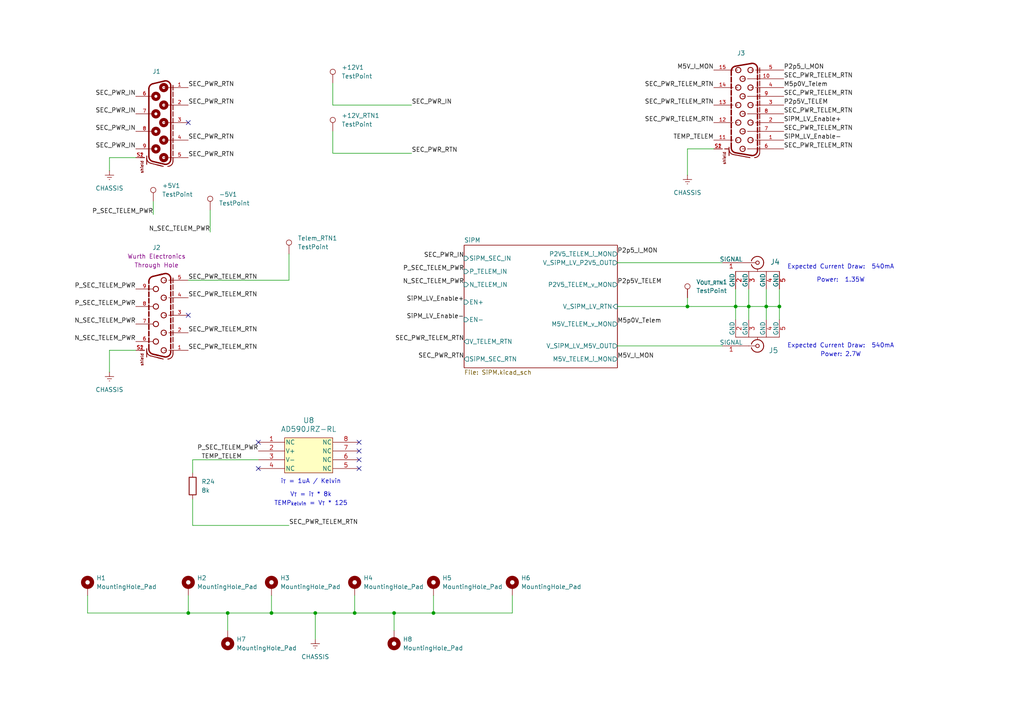
<source format=kicad_sch>
(kicad_sch
	(version 20250114)
	(generator "eeschema")
	(generator_version "9.0")
	(uuid "82db3d13-eee7-4cef-9304-5eb9febba289")
	(paper "A4")
	(lib_symbols
		(symbol "Adam_Tech:RF2-49B-T-00-50-G-HDW"
			(pin_names
				(offset 0)
			)
			(exclude_from_sim no)
			(in_bom yes)
			(on_board yes)
			(property "Reference" "J"
				(at 14.732 20.32 0)
				(effects
					(font
						(size 1.524 1.524)
					)
				)
			)
			(property "Value" "RF2-49B-T-00-50-G-HDW"
				(at 18.542 23.368 0)
				(effects
					(font
						(size 1.524 1.524)
					)
					(hide yes)
				)
			)
			(property "Footprint" "CONN_RF2-49B-T-00-50-G-HDW_ADM"
				(at 12.7 2.794 0)
				(effects
					(font
						(size 1.27 1.27)
						(italic yes)
					)
					(hide yes)
				)
			)
			(property "Datasheet" "RF2-49B-T-00-50-G-HDW"
				(at 10.922 0.762 0)
				(effects
					(font
						(size 1.27 1.27)
						(italic yes)
					)
					(hide yes)
				)
			)
			(property "Description" ""
				(at 6.35 17.78 0)
				(effects
					(font
						(size 1.27 1.27)
					)
					(hide yes)
				)
			)
			(property "ki_keywords" "RF2-49B-T-00-50-G-HDW"
				(at 0 0 0)
				(effects
					(font
						(size 1.27 1.27)
					)
					(hide yes)
				)
			)
			(property "ki_fp_filters" "CONN_RF2-49B-T-00-50-G-HDW_ADM"
				(at 0 0 0)
				(effects
					(font
						(size 1.27 1.27)
					)
					(hide yes)
				)
			)
			(symbol "RF2-49B-T-00-50-G-HDW_0_1"
				(polyline
					(pts
						(xy 11.43 13.97) (xy 24.13 13.97)
					)
					(stroke
						(width 0)
						(type default)
					)
					(fill
						(type none)
					)
				)
				(polyline
					(pts
						(xy 15.24 16.51) (xy 12.7 16.51)
					)
					(stroke
						(width 0)
						(type default)
					)
					(fill
						(type none)
					)
				)
				(polyline
					(pts
						(xy 15.24 16.51) (xy 17.272 16.51)
					)
					(stroke
						(width 0)
						(type default)
					)
					(fill
						(type none)
					)
				)
				(arc
					(start 16.002 17.018)
					(mid 18.0023 18.3184)
					(end 19.558 16.51)
					(stroke
						(width 0.254)
						(type default)
					)
					(fill
						(type none)
					)
				)
				(arc
					(start 19.558 16.51)
					(mid 18.0022 14.7022)
					(end 16.002 16.002)
					(stroke
						(width 0.254)
						(type default)
					)
					(fill
						(type none)
					)
				)
				(circle
					(center 17.78 16.51)
					(radius 0.508)
					(stroke
						(width 0.2032)
						(type default)
					)
					(fill
						(type none)
					)
				)
				(polyline
					(pts
						(xy 17.78 13.97) (xy 17.78 14.732)
					)
					(stroke
						(width 0)
						(type default)
					)
					(fill
						(type none)
					)
				)
			)
			(symbol "RF2-49B-T-00-50-G-HDW_1_1"
				(pin unspecified line
					(at 7.62 16.51 0)
					(length 5.08)
					(name "SIGNAL"
						(effects
							(font
								(size 1.27 1.27)
							)
						)
					)
					(number "1"
						(effects
							(font
								(size 1.27 1.27)
							)
						)
					)
				)
				(pin power_in line
					(at 11.43 8.89 90)
					(length 5.08)
					(name "GND"
						(effects
							(font
								(size 1.27 1.27)
							)
						)
					)
					(number "2"
						(effects
							(font
								(size 1.27 1.27)
							)
						)
					)
				)
				(pin power_in line
					(at 15.24 8.89 90)
					(length 5.08)
					(name "GND"
						(effects
							(font
								(size 1.27 1.27)
							)
						)
					)
					(number "3"
						(effects
							(font
								(size 1.27 1.27)
							)
						)
					)
				)
				(pin power_in line
					(at 20.32 8.89 90)
					(length 5.08)
					(name "GND"
						(effects
							(font
								(size 1.27 1.27)
							)
						)
					)
					(number "4"
						(effects
							(font
								(size 1.27 1.27)
							)
						)
					)
				)
				(pin power_in line
					(at 24.13 8.89 90)
					(length 5.08)
					(name "GND"
						(effects
							(font
								(size 1.27 1.27)
							)
						)
					)
					(number "5"
						(effects
							(font
								(size 1.27 1.27)
							)
						)
					)
				)
			)
			(symbol "RF2-49B-T-00-50-G-HDW_1_2"
				(polyline
					(pts
						(xy 5.08 2.54) (xy 5.08 -12.7)
					)
					(stroke
						(width 0.127)
						(type default)
					)
					(fill
						(type none)
					)
				)
				(polyline
					(pts
						(xy 5.08 -12.7) (xy 12.7 -12.7)
					)
					(stroke
						(width 0.127)
						(type default)
					)
					(fill
						(type none)
					)
				)
				(polyline
					(pts
						(xy 7.62 0) (xy 5.08 0)
					)
					(stroke
						(width 0.127)
						(type default)
					)
					(fill
						(type none)
					)
				)
				(polyline
					(pts
						(xy 7.62 0) (xy 8.89 0.8467)
					)
					(stroke
						(width 0.127)
						(type default)
					)
					(fill
						(type none)
					)
				)
				(polyline
					(pts
						(xy 7.62 0) (xy 8.89 -0.8467)
					)
					(stroke
						(width 0.127)
						(type default)
					)
					(fill
						(type none)
					)
				)
				(polyline
					(pts
						(xy 7.62 -2.54) (xy 5.08 -2.54)
					)
					(stroke
						(width 0.127)
						(type default)
					)
					(fill
						(type none)
					)
				)
				(polyline
					(pts
						(xy 7.62 -2.54) (xy 8.89 -1.6933)
					)
					(stroke
						(width 0.127)
						(type default)
					)
					(fill
						(type none)
					)
				)
				(polyline
					(pts
						(xy 7.62 -2.54) (xy 8.89 -3.3867)
					)
					(stroke
						(width 0.127)
						(type default)
					)
					(fill
						(type none)
					)
				)
				(polyline
					(pts
						(xy 7.62 -5.08) (xy 5.08 -5.08)
					)
					(stroke
						(width 0.127)
						(type default)
					)
					(fill
						(type none)
					)
				)
				(polyline
					(pts
						(xy 7.62 -5.08) (xy 8.89 -4.2333)
					)
					(stroke
						(width 0.127)
						(type default)
					)
					(fill
						(type none)
					)
				)
				(polyline
					(pts
						(xy 7.62 -5.08) (xy 8.89 -5.9267)
					)
					(stroke
						(width 0.127)
						(type default)
					)
					(fill
						(type none)
					)
				)
				(polyline
					(pts
						(xy 7.62 -7.62) (xy 5.08 -7.62)
					)
					(stroke
						(width 0.127)
						(type default)
					)
					(fill
						(type none)
					)
				)
				(polyline
					(pts
						(xy 7.62 -7.62) (xy 8.89 -6.7733)
					)
					(stroke
						(width 0.127)
						(type default)
					)
					(fill
						(type none)
					)
				)
				(polyline
					(pts
						(xy 7.62 -7.62) (xy 8.89 -8.4667)
					)
					(stroke
						(width 0.127)
						(type default)
					)
					(fill
						(type none)
					)
				)
				(polyline
					(pts
						(xy 7.62 -10.16) (xy 5.08 -10.16)
					)
					(stroke
						(width 0.127)
						(type default)
					)
					(fill
						(type none)
					)
				)
				(polyline
					(pts
						(xy 7.62 -10.16) (xy 8.89 -9.3133)
					)
					(stroke
						(width 0.127)
						(type default)
					)
					(fill
						(type none)
					)
				)
				(polyline
					(pts
						(xy 7.62 -10.16) (xy 8.89 -11.0067)
					)
					(stroke
						(width 0.127)
						(type default)
					)
					(fill
						(type none)
					)
				)
				(polyline
					(pts
						(xy 12.7 2.54) (xy 5.08 2.54)
					)
					(stroke
						(width 0.127)
						(type default)
					)
					(fill
						(type none)
					)
				)
				(polyline
					(pts
						(xy 12.7 -12.7) (xy 12.7 2.54)
					)
					(stroke
						(width 0.127)
						(type default)
					)
					(fill
						(type none)
					)
				)
				(pin unspecified line
					(at 0 0 0)
					(length 5.08)
					(name "SIGNAL"
						(effects
							(font
								(size 1.27 1.27)
							)
						)
					)
					(number "1"
						(effects
							(font
								(size 1.27 1.27)
							)
						)
					)
				)
				(pin unspecified line
					(at 0 -2.54 0)
					(length 5.08)
					(name "GND"
						(effects
							(font
								(size 1.27 1.27)
							)
						)
					)
					(number "2"
						(effects
							(font
								(size 1.27 1.27)
							)
						)
					)
				)
				(pin unspecified line
					(at 0 -5.08 0)
					(length 5.08)
					(name "GND"
						(effects
							(font
								(size 1.27 1.27)
							)
						)
					)
					(number "3"
						(effects
							(font
								(size 1.27 1.27)
							)
						)
					)
				)
				(pin unspecified line
					(at 0 -7.62 0)
					(length 5.08)
					(name "GND"
						(effects
							(font
								(size 1.27 1.27)
							)
						)
					)
					(number "4"
						(effects
							(font
								(size 1.27 1.27)
							)
						)
					)
				)
				(pin unspecified line
					(at 0 -10.16 0)
					(length 5.08)
					(name "GND"
						(effects
							(font
								(size 1.27 1.27)
							)
						)
					)
					(number "5"
						(effects
							(font
								(size 1.27 1.27)
							)
						)
					)
				)
			)
			(embedded_fonts no)
		)
		(symbol "Analog_Dev:AD590JRZ-RL"
			(pin_names
				(offset 0.254)
			)
			(exclude_from_sim no)
			(in_bom yes)
			(on_board yes)
			(property "Reference" "U"
				(at 14.986 5.588 0)
				(effects
					(font
						(size 1.524 1.524)
					)
				)
			)
			(property "Value" "AD590JRZ"
				(at 14.986 3.048 0)
				(effects
					(font
						(size 1.524 1.524)
					)
				)
			)
			(property "Footprint" "R_8_ADI"
				(at 0 0 0)
				(effects
					(font
						(size 1.27 1.27)
						(italic yes)
					)
					(hide yes)
				)
			)
			(property "Datasheet" "https://www.analog.com/media/en/technical-documentation/data-sheets/AD590.pdf"
				(at 0 0 0)
				(effects
					(font
						(size 1.27 1.27)
						(italic yes)
					)
					(hide yes)
				)
			)
			(property "Description" "SENSOR ANALOG -55C-150C 8SOIC"
				(at 0 0 0)
				(effects
					(font
						(size 1.27 1.27)
					)
					(hide yes)
				)
			)
			(property "Manufacturer" "Analog Devices Inc."
				(at 0 0 0)
				(effects
					(font
						(size 1.27 1.27)
					)
					(hide yes)
				)
			)
			(property "Man. Part Num" "AD590JRZ"
				(at 0 0 0)
				(effects
					(font
						(size 1.27 1.27)
					)
					(hide yes)
				)
			)
			(property "Distributor" "Digi-Key"
				(at 0 0 0)
				(effects
					(font
						(size 1.27 1.27)
					)
					(hide yes)
				)
			)
			(property "Dist. Part Num" "AD590JRZ-ND"
				(at 0 0 0)
				(effects
					(font
						(size 1.27 1.27)
					)
					(hide yes)
				)
			)
			(property "Part Type" "SMD"
				(at 0 0 0)
				(effects
					(font
						(size 1.27 1.27)
					)
					(hide yes)
				)
			)
			(property "Package" "8-SOIC"
				(at 0 0 0)
				(effects
					(font
						(size 1.27 1.27)
					)
					(hide yes)
				)
			)
			(property "Notes" ""
				(at 0 0 0)
				(effects
					(font
						(size 1.27 1.27)
					)
					(hide yes)
				)
			)
			(property "ki_keywords" "AD590JRZ-RL"
				(at 0 0 0)
				(effects
					(font
						(size 1.27 1.27)
					)
					(hide yes)
				)
			)
			(property "ki_fp_filters" "R_8_ADI R_8_ADI-M R_8_ADI-L"
				(at 0 0 0)
				(effects
					(font
						(size 1.27 1.27)
					)
					(hide yes)
				)
			)
			(symbol "AD590JRZ-RL_0_1"
				(pin unspecified line
					(at 0 0 0)
					(length 7.62)
					(name "NC"
						(effects
							(font
								(size 1.27 1.27)
							)
						)
					)
					(number "1"
						(effects
							(font
								(size 1.27 1.27)
							)
						)
					)
				)
				(pin unspecified line
					(at 0 -2.54 0)
					(length 7.62)
					(name "V+"
						(effects
							(font
								(size 1.27 1.27)
							)
						)
					)
					(number "2"
						(effects
							(font
								(size 1.27 1.27)
							)
						)
					)
				)
				(pin unspecified line
					(at 0 -5.08 0)
					(length 7.62)
					(name "V-"
						(effects
							(font
								(size 1.27 1.27)
							)
						)
					)
					(number "3"
						(effects
							(font
								(size 1.27 1.27)
							)
						)
					)
				)
				(pin unspecified line
					(at 0 -7.62 0)
					(length 7.62)
					(name "NC"
						(effects
							(font
								(size 1.27 1.27)
							)
						)
					)
					(number "4"
						(effects
							(font
								(size 1.27 1.27)
							)
						)
					)
				)
				(pin unspecified line
					(at 29.21 0 180)
					(length 7.62)
					(name "NC"
						(effects
							(font
								(size 1.27 1.27)
							)
						)
					)
					(number "8"
						(effects
							(font
								(size 1.27 1.27)
							)
						)
					)
				)
				(pin unspecified line
					(at 29.21 -2.54 180)
					(length 7.62)
					(name "NC"
						(effects
							(font
								(size 1.27 1.27)
							)
						)
					)
					(number "7"
						(effects
							(font
								(size 1.27 1.27)
							)
						)
					)
				)
				(pin unspecified line
					(at 29.21 -5.08 180)
					(length 7.62)
					(name "NC"
						(effects
							(font
								(size 1.27 1.27)
							)
						)
					)
					(number "6"
						(effects
							(font
								(size 1.27 1.27)
							)
						)
					)
				)
				(pin unspecified line
					(at 29.21 -7.62 180)
					(length 7.62)
					(name "NC"
						(effects
							(font
								(size 1.27 1.27)
							)
						)
					)
					(number "5"
						(effects
							(font
								(size 1.27 1.27)
							)
						)
					)
				)
			)
			(symbol "AD590JRZ-RL_1_1"
				(rectangle
					(start 7.62 1.27)
					(end 21.59 -8.89)
					(stroke
						(width 0)
						(type default)
					)
					(fill
						(type background)
					)
				)
			)
			(embedded_fonts no)
		)
		(symbol "Connector:TestPoint"
			(pin_numbers
				(hide yes)
			)
			(pin_names
				(offset 0.762)
				(hide yes)
			)
			(exclude_from_sim no)
			(in_bom yes)
			(on_board yes)
			(property "Reference" "TP"
				(at 0 6.858 0)
				(effects
					(font
						(size 1.27 1.27)
					)
				)
			)
			(property "Value" "TestPoint"
				(at 0 5.08 0)
				(effects
					(font
						(size 1.27 1.27)
					)
				)
			)
			(property "Footprint" ""
				(at 5.08 0 0)
				(effects
					(font
						(size 1.27 1.27)
					)
					(hide yes)
				)
			)
			(property "Datasheet" "~"
				(at 5.08 0 0)
				(effects
					(font
						(size 1.27 1.27)
					)
					(hide yes)
				)
			)
			(property "Description" "test point"
				(at 0 0 0)
				(effects
					(font
						(size 1.27 1.27)
					)
					(hide yes)
				)
			)
			(property "ki_keywords" "test point tp"
				(at 0 0 0)
				(effects
					(font
						(size 1.27 1.27)
					)
					(hide yes)
				)
			)
			(property "ki_fp_filters" "Pin* Test*"
				(at 0 0 0)
				(effects
					(font
						(size 1.27 1.27)
					)
					(hide yes)
				)
			)
			(symbol "TestPoint_0_1"
				(circle
					(center 0 3.302)
					(radius 0.762)
					(stroke
						(width 0)
						(type default)
					)
					(fill
						(type none)
					)
				)
			)
			(symbol "TestPoint_1_1"
				(pin passive line
					(at 0 0 90)
					(length 2.54)
					(name "1"
						(effects
							(font
								(size 1.27 1.27)
							)
						)
					)
					(number "1"
						(effects
							(font
								(size 1.27 1.27)
							)
						)
					)
				)
			)
			(embedded_fonts no)
		)
		(symbol "Device:R"
			(pin_numbers
				(hide yes)
			)
			(pin_names
				(offset 0)
			)
			(exclude_from_sim no)
			(in_bom yes)
			(on_board yes)
			(property "Reference" "R"
				(at 2.032 0 90)
				(effects
					(font
						(size 1.27 1.27)
					)
				)
			)
			(property "Value" "R"
				(at 0 0 90)
				(effects
					(font
						(size 1.27 1.27)
					)
				)
			)
			(property "Footprint" ""
				(at -1.778 0 90)
				(effects
					(font
						(size 1.27 1.27)
					)
					(hide yes)
				)
			)
			(property "Datasheet" "~"
				(at 0 0 0)
				(effects
					(font
						(size 1.27 1.27)
					)
					(hide yes)
				)
			)
			(property "Description" "Resistor"
				(at 0 0 0)
				(effects
					(font
						(size 1.27 1.27)
					)
					(hide yes)
				)
			)
			(property "ki_keywords" "R res resistor"
				(at 0 0 0)
				(effects
					(font
						(size 1.27 1.27)
					)
					(hide yes)
				)
			)
			(property "ki_fp_filters" "R_*"
				(at 0 0 0)
				(effects
					(font
						(size 1.27 1.27)
					)
					(hide yes)
				)
			)
			(symbol "R_0_1"
				(rectangle
					(start -1.016 -2.54)
					(end 1.016 2.54)
					(stroke
						(width 0.254)
						(type default)
					)
					(fill
						(type none)
					)
				)
			)
			(symbol "R_1_1"
				(pin passive line
					(at 0 3.81 270)
					(length 1.27)
					(name "~"
						(effects
							(font
								(size 1.27 1.27)
							)
						)
					)
					(number "1"
						(effects
							(font
								(size 1.27 1.27)
							)
						)
					)
				)
				(pin passive line
					(at 0 -3.81 90)
					(length 1.27)
					(name "~"
						(effects
							(font
								(size 1.27 1.27)
							)
						)
					)
					(number "2"
						(effects
							(font
								(size 1.27 1.27)
							)
						)
					)
				)
			)
			(embedded_fonts no)
		)
		(symbol "Mechanical:MountingHole_Pad"
			(pin_numbers
				(hide yes)
			)
			(pin_names
				(offset 1.016)
				(hide yes)
			)
			(exclude_from_sim yes)
			(in_bom no)
			(on_board yes)
			(property "Reference" "H"
				(at 0 6.35 0)
				(effects
					(font
						(size 1.27 1.27)
					)
				)
			)
			(property "Value" "MountingHole_Pad"
				(at 0 4.445 0)
				(effects
					(font
						(size 1.27 1.27)
					)
				)
			)
			(property "Footprint" ""
				(at 0 0 0)
				(effects
					(font
						(size 1.27 1.27)
					)
					(hide yes)
				)
			)
			(property "Datasheet" "~"
				(at 0 0 0)
				(effects
					(font
						(size 1.27 1.27)
					)
					(hide yes)
				)
			)
			(property "Description" "Mounting Hole with connection"
				(at 0 0 0)
				(effects
					(font
						(size 1.27 1.27)
					)
					(hide yes)
				)
			)
			(property "ki_keywords" "mounting hole"
				(at 0 0 0)
				(effects
					(font
						(size 1.27 1.27)
					)
					(hide yes)
				)
			)
			(property "ki_fp_filters" "MountingHole*Pad*"
				(at 0 0 0)
				(effects
					(font
						(size 1.27 1.27)
					)
					(hide yes)
				)
			)
			(symbol "MountingHole_Pad_0_1"
				(circle
					(center 0 1.27)
					(radius 1.27)
					(stroke
						(width 1.27)
						(type default)
					)
					(fill
						(type none)
					)
				)
			)
			(symbol "MountingHole_Pad_1_1"
				(pin input line
					(at 0 -2.54 90)
					(length 2.54)
					(name "1"
						(effects
							(font
								(size 1.27 1.27)
							)
						)
					)
					(number "1"
						(effects
							(font
								(size 1.27 1.27)
							)
						)
					)
				)
			)
			(embedded_fonts no)
		)
		(symbol "RF2-49B-T-00-50-G-HDW_1"
			(pin_names
				(offset 0)
			)
			(exclude_from_sim no)
			(in_bom yes)
			(on_board yes)
			(property "Reference" "J"
				(at 14.732 20.32 0)
				(effects
					(font
						(size 1.524 1.524)
					)
				)
			)
			(property "Value" "RF2-49B-T-00-50-G-HDW"
				(at 18.542 23.368 0)
				(effects
					(font
						(size 1.524 1.524)
					)
					(hide yes)
				)
			)
			(property "Footprint" "CONN_RF2-49B-T-00-50-G-HDW_ADM"
				(at 12.7 2.794 0)
				(effects
					(font
						(size 1.27 1.27)
						(italic yes)
					)
					(hide yes)
				)
			)
			(property "Datasheet" "RF2-49B-T-00-50-G-HDW"
				(at 10.922 0.762 0)
				(effects
					(font
						(size 1.27 1.27)
						(italic yes)
					)
					(hide yes)
				)
			)
			(property "Description" ""
				(at 6.35 17.78 0)
				(effects
					(font
						(size 1.27 1.27)
					)
					(hide yes)
				)
			)
			(property "ki_keywords" "RF2-49B-T-00-50-G-HDW"
				(at 0 0 0)
				(effects
					(font
						(size 1.27 1.27)
					)
					(hide yes)
				)
			)
			(property "ki_fp_filters" "CONN_RF2-49B-T-00-50-G-HDW_ADM"
				(at 0 0 0)
				(effects
					(font
						(size 1.27 1.27)
					)
					(hide yes)
				)
			)
			(symbol "RF2-49B-T-00-50-G-HDW_1_0_1"
				(polyline
					(pts
						(xy 11.43 13.97) (xy 24.13 13.97)
					)
					(stroke
						(width 0)
						(type default)
					)
					(fill
						(type none)
					)
				)
				(polyline
					(pts
						(xy 15.24 16.51) (xy 12.7 16.51)
					)
					(stroke
						(width 0)
						(type default)
					)
					(fill
						(type none)
					)
				)
				(polyline
					(pts
						(xy 15.24 16.51) (xy 17.272 16.51)
					)
					(stroke
						(width 0)
						(type default)
					)
					(fill
						(type none)
					)
				)
				(arc
					(start 16.002 17.018)
					(mid 18.0023 18.3184)
					(end 19.558 16.51)
					(stroke
						(width 0.254)
						(type default)
					)
					(fill
						(type none)
					)
				)
				(arc
					(start 19.558 16.51)
					(mid 18.0022 14.7022)
					(end 16.002 16.002)
					(stroke
						(width 0.254)
						(type default)
					)
					(fill
						(type none)
					)
				)
				(circle
					(center 17.78 16.51)
					(radius 0.508)
					(stroke
						(width 0.2032)
						(type default)
					)
					(fill
						(type none)
					)
				)
				(polyline
					(pts
						(xy 17.78 13.97) (xy 17.78 14.732)
					)
					(stroke
						(width 0)
						(type default)
					)
					(fill
						(type none)
					)
				)
			)
			(symbol "RF2-49B-T-00-50-G-HDW_1_1_1"
				(pin unspecified line
					(at 7.62 16.51 0)
					(length 5.08)
					(name "SIGNAL"
						(effects
							(font
								(size 1.27 1.27)
							)
						)
					)
					(number "1"
						(effects
							(font
								(size 1.27 1.27)
							)
						)
					)
				)
				(pin power_in line
					(at 11.43 8.89 90)
					(length 5.08)
					(name "GND"
						(effects
							(font
								(size 1.27 1.27)
							)
						)
					)
					(number "2"
						(effects
							(font
								(size 1.27 1.27)
							)
						)
					)
				)
				(pin power_in line
					(at 15.24 8.89 90)
					(length 5.08)
					(name "GND"
						(effects
							(font
								(size 1.27 1.27)
							)
						)
					)
					(number "3"
						(effects
							(font
								(size 1.27 1.27)
							)
						)
					)
				)
				(pin power_in line
					(at 20.32 8.89 90)
					(length 5.08)
					(name "GND"
						(effects
							(font
								(size 1.27 1.27)
							)
						)
					)
					(number "4"
						(effects
							(font
								(size 1.27 1.27)
							)
						)
					)
				)
				(pin power_in line
					(at 24.13 8.89 90)
					(length 5.08)
					(name "GND"
						(effects
							(font
								(size 1.27 1.27)
							)
						)
					)
					(number "5"
						(effects
							(font
								(size 1.27 1.27)
							)
						)
					)
				)
			)
			(symbol "RF2-49B-T-00-50-G-HDW_1_1_2"
				(polyline
					(pts
						(xy 5.08 2.54) (xy 5.08 -12.7)
					)
					(stroke
						(width 0.127)
						(type default)
					)
					(fill
						(type none)
					)
				)
				(polyline
					(pts
						(xy 5.08 -12.7) (xy 12.7 -12.7)
					)
					(stroke
						(width 0.127)
						(type default)
					)
					(fill
						(type none)
					)
				)
				(polyline
					(pts
						(xy 7.62 0) (xy 5.08 0)
					)
					(stroke
						(width 0.127)
						(type default)
					)
					(fill
						(type none)
					)
				)
				(polyline
					(pts
						(xy 7.62 0) (xy 8.89 0.8467)
					)
					(stroke
						(width 0.127)
						(type default)
					)
					(fill
						(type none)
					)
				)
				(polyline
					(pts
						(xy 7.62 0) (xy 8.89 -0.8467)
					)
					(stroke
						(width 0.127)
						(type default)
					)
					(fill
						(type none)
					)
				)
				(polyline
					(pts
						(xy 7.62 -2.54) (xy 5.08 -2.54)
					)
					(stroke
						(width 0.127)
						(type default)
					)
					(fill
						(type none)
					)
				)
				(polyline
					(pts
						(xy 7.62 -2.54) (xy 8.89 -1.6933)
					)
					(stroke
						(width 0.127)
						(type default)
					)
					(fill
						(type none)
					)
				)
				(polyline
					(pts
						(xy 7.62 -2.54) (xy 8.89 -3.3867)
					)
					(stroke
						(width 0.127)
						(type default)
					)
					(fill
						(type none)
					)
				)
				(polyline
					(pts
						(xy 7.62 -5.08) (xy 5.08 -5.08)
					)
					(stroke
						(width 0.127)
						(type default)
					)
					(fill
						(type none)
					)
				)
				(polyline
					(pts
						(xy 7.62 -5.08) (xy 8.89 -4.2333)
					)
					(stroke
						(width 0.127)
						(type default)
					)
					(fill
						(type none)
					)
				)
				(polyline
					(pts
						(xy 7.62 -5.08) (xy 8.89 -5.9267)
					)
					(stroke
						(width 0.127)
						(type default)
					)
					(fill
						(type none)
					)
				)
				(polyline
					(pts
						(xy 7.62 -7.62) (xy 5.08 -7.62)
					)
					(stroke
						(width 0.127)
						(type default)
					)
					(fill
						(type none)
					)
				)
				(polyline
					(pts
						(xy 7.62 -7.62) (xy 8.89 -6.7733)
					)
					(stroke
						(width 0.127)
						(type default)
					)
					(fill
						(type none)
					)
				)
				(polyline
					(pts
						(xy 7.62 -7.62) (xy 8.89 -8.4667)
					)
					(stroke
						(width 0.127)
						(type default)
					)
					(fill
						(type none)
					)
				)
				(polyline
					(pts
						(xy 7.62 -10.16) (xy 5.08 -10.16)
					)
					(stroke
						(width 0.127)
						(type default)
					)
					(fill
						(type none)
					)
				)
				(polyline
					(pts
						(xy 7.62 -10.16) (xy 8.89 -9.3133)
					)
					(stroke
						(width 0.127)
						(type default)
					)
					(fill
						(type none)
					)
				)
				(polyline
					(pts
						(xy 7.62 -10.16) (xy 8.89 -11.0067)
					)
					(stroke
						(width 0.127)
						(type default)
					)
					(fill
						(type none)
					)
				)
				(polyline
					(pts
						(xy 12.7 2.54) (xy 5.08 2.54)
					)
					(stroke
						(width 0.127)
						(type default)
					)
					(fill
						(type none)
					)
				)
				(polyline
					(pts
						(xy 12.7 -12.7) (xy 12.7 2.54)
					)
					(stroke
						(width 0.127)
						(type default)
					)
					(fill
						(type none)
					)
				)
				(pin unspecified line
					(at 0 0 0)
					(length 5.08)
					(name "SIGNAL"
						(effects
							(font
								(size 1.27 1.27)
							)
						)
					)
					(number "1"
						(effects
							(font
								(size 1.27 1.27)
							)
						)
					)
				)
				(pin unspecified line
					(at 0 -2.54 0)
					(length 5.08)
					(name "GND"
						(effects
							(font
								(size 1.27 1.27)
							)
						)
					)
					(number "2"
						(effects
							(font
								(size 1.27 1.27)
							)
						)
					)
				)
				(pin unspecified line
					(at 0 -5.08 0)
					(length 5.08)
					(name "GND"
						(effects
							(font
								(size 1.27 1.27)
							)
						)
					)
					(number "3"
						(effects
							(font
								(size 1.27 1.27)
							)
						)
					)
				)
				(pin unspecified line
					(at 0 -7.62 0)
					(length 5.08)
					(name "GND"
						(effects
							(font
								(size 1.27 1.27)
							)
						)
					)
					(number "4"
						(effects
							(font
								(size 1.27 1.27)
							)
						)
					)
				)
				(pin unspecified line
					(at 0 -10.16 0)
					(length 5.08)
					(name "GND"
						(effects
							(font
								(size 1.27 1.27)
							)
						)
					)
					(number "5"
						(effects
							(font
								(size 1.27 1.27)
							)
						)
					)
				)
			)
			(embedded_fonts no)
		)
		(symbol "Wurth Elektronik:6180XX231121_618009231121"
			(pin_names
				(offset 1.016)
			)
			(exclude_from_sim no)
			(in_bom yes)
			(on_board yes)
			(property "Reference" "J"
				(at 13.78 1.66 0)
				(effects
					(font
						(size 1.27 1.27)
					)
					(justify left bottom)
				)
			)
			(property "Value" "618009231121"
				(at 0 0 0)
				(effects
					(font
						(size 1.27 1.27)
					)
					(justify bottom)
					(hide yes)
				)
			)
			(property "Footprint" "6180XX231121_618009231121:618009231121"
				(at 0 0 0)
				(effects
					(font
						(size 1.27 1.27)
					)
					(justify bottom)
					(hide yes)
				)
			)
			(property "Datasheet" "https://www.we-online.com/components/products/datasheet/618009231121.pdf"
				(at 0 0 0)
				(effects
					(font
						(size 1.27 1.27)
					)
					(hide yes)
				)
			)
			(property "Description" "CONN D-SUB RCPT 9POS R/A SOLDER"
				(at 0 0 0)
				(effects
					(font
						(size 1.27 1.27)
					)
					(hide yes)
				)
			)
			(property "Manufacturer" "Würth Elektronik"
				(at 0 0 0)
				(effects
					(font
						(size 1.27 1.27)
					)
					(justify bottom)
					(hide yes)
				)
			)
			(property "Description_1" "\nSOCKET, D SUB, PCB, R/A, 9WAY; No. of Contacts:9Contacts; Gender:Receptacle; Contact Termination Type:Solder; D Sub Shell Size:DE; Product Range:WR-DSUB Series; Connector Body Material:Steel Body; Contact Material:Copper Alloy; Contact Plating:Gold Plated Contacts; SVHC:Lead (15-Jan-2019); Connector Mounting:Through Hole Mount Right Angle; Contact Termination:Solder; D Sub Connector Type:Standard; No. of Mating Cycles:50\n"
				(at 0 0 0)
				(effects
					(font
						(size 1.27 1.27)
					)
					(justify bottom)
					(hide yes)
				)
			)
			(property "Package" "-"
				(at 0 0 0)
				(effects
					(font
						(size 1.27 1.27)
					)
					(justify bottom)
					(hide yes)
				)
			)
			(property "Purchase-URL" "https://www.snapeda.com/api/url_track_click_mouser/?unipart_id=1118240&manufacturer=Würth Elektronik&part_name=618009231121&search_term=618009231121"
				(at 0 0 0)
				(effects
					(font
						(size 1.27 1.27)
					)
					(justify bottom)
					(hide yes)
				)
			)
			(property "GENDER" "Female"
				(at 0 0 0)
				(effects
					(font
						(size 1.27 1.27)
					)
					(justify bottom)
					(hide yes)
				)
			)
			(property "Price" "None"
				(at 0 0 0)
				(effects
					(font
						(size 1.27 1.27)
					)
					(justify bottom)
					(hide yes)
				)
			)
			(property "PART-NUMBER" "618009231121"
				(at 0 0 0)
				(effects
					(font
						(size 1.27 1.27)
					)
					(justify bottom)
					(hide yes)
				)
			)
			(property "SnapEDA_Link" "https://www.snapeda.com/parts/618009231121/Wurth+Elektronik/view-part/?ref=snap"
				(at 0 0 0)
				(effects
					(font
						(size 1.27 1.27)
					)
					(justify bottom)
					(hide yes)
				)
			)
			(property "DATASHEET-URL" "https://www.we-online.com/redexpert/spec/618009231121?ae"
				(at 0 0 0)
				(effects
					(font
						(size 1.27 1.27)
					)
					(justify bottom)
					(hide yes)
				)
			)
			(property "Man. Part Num" "618009231121"
				(at 0 0 0)
				(effects
					(font
						(size 1.27 1.27)
					)
					(justify bottom)
					(hide yes)
				)
			)
			(property "WORKING-VOLTAGE" "125 V(AC)"
				(at 0 0 0)
				(effects
					(font
						(size 1.27 1.27)
					)
					(justify bottom)
					(hide yes)
				)
			)
			(property "PINS" "9"
				(at 0 0 0)
				(effects
					(font
						(size 1.27 1.27)
					)
					(justify bottom)
					(hide yes)
				)
			)
			(property "WE-NUMBER" "618009231121"
				(at 0 0 0)
				(effects
					(font
						(size 1.27 1.27)
					)
					(justify bottom)
					(hide yes)
				)
			)
			(property "TYPE" "Angled"
				(at 0 0 0)
				(effects
					(font
						(size 1.27 1.27)
					)
					(justify bottom)
					(hide yes)
				)
			)
			(property "Availability" "In Stock"
				(at 0 0 0)
				(effects
					(font
						(size 1.27 1.27)
					)
					(justify bottom)
					(hide yes)
				)
			)
			(property "Check_prices" "https://www.snapeda.com/parts/618009231121/Wurth+Elektronik/view-part/?ref=eda"
				(at 0 0 0)
				(effects
					(font
						(size 1.27 1.27)
					)
					(justify bottom)
					(hide yes)
				)
			)
			(property "Part Type" "Through Hole"
				(at 0 0 0)
				(effects
					(font
						(size 1.27 1.27)
					)
					(hide yes)
				)
			)
			(property "Distributor" "Digi-Key"
				(at 0 0 0)
				(effects
					(font
						(size 1.27 1.27)
					)
					(hide yes)
				)
			)
			(property "Dist. Part Num" "732-618009231121-ND"
				(at 0 0 0)
				(effects
					(font
						(size 1.27 1.27)
					)
					(hide yes)
				)
			)
			(property "Notes" ""
				(at 0 0 0)
				(effects
					(font
						(size 1.27 1.27)
					)
					(hide yes)
				)
			)
			(symbol "6180XX231121_618009231121_0_0"
				(polyline
					(pts
						(xy -11.7108 -0.8009) (xy -12.0642 0.6952)
					)
					(stroke
						(width 0.4064)
						(type default)
					)
					(fill
						(type none)
					)
				)
				(polyline
					(pts
						(xy -11.2729 -2.6548) (xy -11.9182 0.0772)
					)
					(stroke
						(width 0.4064)
						(type default)
					)
					(fill
						(type none)
					)
				)
				(polyline
					(pts
						(xy -10.795 3.175) (xy -9.4305 3.175)
					)
					(stroke
						(width 0.254)
						(type default)
					)
					(fill
						(type none)
					)
				)
				(polyline
					(pts
						(xy -10.6044 2.54) (xy -9.3113 2.54)
					)
					(stroke
						(width 0.4064)
						(type default)
					)
					(fill
						(type none)
					)
				)
				(arc
					(start -12.0642 0.6952)
					(mid -11.7806 1.9708)
					(end -10.6044 2.54)
					(stroke
						(width 0.4064)
						(type default)
					)
					(fill
						(type none)
					)
				)
				(polyline
					(pts
						(xy -10.16 2.58) (xy -10.16 1.935)
					)
					(stroke
						(width 0.1524)
						(type default)
					)
					(fill
						(type none)
					)
				)
				(polyline
					(pts
						(xy -10.16 0.675) (xy -10.16 1.3)
					)
					(stroke
						(width 0.1524)
						(type default)
					)
					(fill
						(type none)
					)
				)
				(circle
					(center -10.16 0.508)
					(radius 0.762)
					(stroke
						(width 0.254)
						(type default)
					)
					(fill
						(type none)
					)
				)
				(arc
					(start -9.8131 -3.81)
					(mid -10.7439 -3.4862)
					(end -11.2729 -2.6548)
					(stroke
						(width 0.4064)
						(type default)
					)
					(fill
						(type none)
					)
				)
				(polyline
					(pts
						(xy -9.237 -3.81) (xy -9.8131 -3.81)
					)
					(stroke
						(width 0.4064)
						(type default)
					)
					(fill
						(type none)
					)
				)
				(polyline
					(pts
						(xy -8.89 3.175) (xy -7.5255 3.175)
					)
					(stroke
						(width 0.254)
						(type default)
					)
					(fill
						(type none)
					)
				)
				(polyline
					(pts
						(xy -8.6994 2.54) (xy -7.4063 2.54)
					)
					(stroke
						(width 0.4064)
						(type default)
					)
					(fill
						(type none)
					)
				)
				(circle
					(center -7.62 -1.778)
					(radius 0.762)
					(stroke
						(width 0.254)
						(type default)
					)
					(fill
						(type none)
					)
				)
				(polyline
					(pts
						(xy -7.332 -3.81) (xy -8.6596 -3.81)
					)
					(stroke
						(width 0.4064)
						(type default)
					)
					(fill
						(type none)
					)
				)
				(polyline
					(pts
						(xy -6.985 3.175) (xy -5.6205 3.175)
					)
					(stroke
						(width 0.254)
						(type default)
					)
					(fill
						(type none)
					)
				)
				(polyline
					(pts
						(xy -6.7944 2.54) (xy -5.5013 2.54)
					)
					(stroke
						(width 0.4064)
						(type default)
					)
					(fill
						(type none)
					)
				)
				(polyline
					(pts
						(xy -5.427 -3.81) (xy -6.7546 -3.81)
					)
					(stroke
						(width 0.4064)
						(type default)
					)
					(fill
						(type none)
					)
				)
				(polyline
					(pts
						(xy -5.08 3.175) (xy -3.7155 3.175)
					)
					(stroke
						(width 0.254)
						(type default)
					)
					(fill
						(type none)
					)
				)
				(polyline
					(pts
						(xy -5.08 2.58) (xy -5.08 1.935)
					)
					(stroke
						(width 0.1524)
						(type default)
					)
					(fill
						(type none)
					)
				)
				(polyline
					(pts
						(xy -5.08 0.675) (xy -5.08 1.3)
					)
					(stroke
						(width 0.1524)
						(type default)
					)
					(fill
						(type none)
					)
				)
				(circle
					(center -5.08 0.508)
					(radius 0.762)
					(stroke
						(width 0.254)
						(type default)
					)
					(fill
						(type none)
					)
				)
				(polyline
					(pts
						(xy -4.8894 2.54) (xy -3.5963 2.54)
					)
					(stroke
						(width 0.4064)
						(type default)
					)
					(fill
						(type none)
					)
				)
				(polyline
					(pts
						(xy -3.522 -3.81) (xy -4.8496 -3.81)
					)
					(stroke
						(width 0.4064)
						(type default)
					)
					(fill
						(type none)
					)
				)
				(polyline
					(pts
						(xy -3.175 3.175) (xy -1.8105 3.175)
					)
					(stroke
						(width 0.254)
						(type default)
					)
					(fill
						(type none)
					)
				)
				(polyline
					(pts
						(xy -2.9844 2.54) (xy -1.6913 2.54)
					)
					(stroke
						(width 0.4064)
						(type default)
					)
					(fill
						(type none)
					)
				)
				(circle
					(center -2.54 -1.778)
					(radius 0.762)
					(stroke
						(width 0.254)
						(type default)
					)
					(fill
						(type none)
					)
				)
				(polyline
					(pts
						(xy -1.617 -3.81) (xy -2.9446 -3.81)
					)
					(stroke
						(width 0.4064)
						(type default)
					)
					(fill
						(type none)
					)
				)
				(polyline
					(pts
						(xy -1.27 3.175) (xy 0.0945 3.175)
					)
					(stroke
						(width 0.254)
						(type default)
					)
					(fill
						(type none)
					)
				)
				(polyline
					(pts
						(xy -1.0794 2.54) (xy 0.2137 2.54)
					)
					(stroke
						(width 0.4064)
						(type default)
					)
					(fill
						(type none)
					)
				)
				(polyline
					(pts
						(xy 0 2.58) (xy 0 1.935)
					)
					(stroke
						(width 0.1524)
						(type default)
					)
					(fill
						(type none)
					)
				)
				(polyline
					(pts
						(xy 0 0.675) (xy 0 1.3)
					)
					(stroke
						(width 0.1524)
						(type default)
					)
					(fill
						(type none)
					)
				)
				(circle
					(center 0 0.508)
					(radius 0.762)
					(stroke
						(width 0.254)
						(type default)
					)
					(fill
						(type none)
					)
				)
				(polyline
					(pts
						(xy 0.288 -3.81) (xy -1.0396 -3.81)
					)
					(stroke
						(width 0.4064)
						(type default)
					)
					(fill
						(type none)
					)
				)
				(polyline
					(pts
						(xy 0.635 3.175) (xy 1.9996 3.175)
					)
					(stroke
						(width 0.254)
						(type default)
					)
					(fill
						(type none)
					)
				)
				(polyline
					(pts
						(xy 0.8256 2.54) (xy 2.1187 2.54)
					)
					(stroke
						(width 0.4064)
						(type default)
					)
					(fill
						(type none)
					)
				)
				(polyline
					(pts
						(xy 2.1931 -3.81) (xy 0.8654 -3.81)
					)
					(stroke
						(width 0.4064)
						(type default)
					)
					(fill
						(type none)
					)
				)
				(polyline
					(pts
						(xy 2.54 3.175) (xy 3.9046 3.175)
					)
					(stroke
						(width 0.254)
						(type default)
					)
					(fill
						(type none)
					)
				)
				(circle
					(center 2.54 -1.778)
					(radius 0.762)
					(stroke
						(width 0.254)
						(type default)
					)
					(fill
						(type none)
					)
				)
				(polyline
					(pts
						(xy 2.7306 2.54) (xy 4.0237 2.54)
					)
					(stroke
						(width 0.4064)
						(type default)
					)
					(fill
						(type none)
					)
				)
				(polyline
					(pts
						(xy 4.0981 -3.81) (xy 2.7704 -3.81)
					)
					(stroke
						(width 0.4064)
						(type default)
					)
					(fill
						(type none)
					)
				)
				(polyline
					(pts
						(xy 4.445 3.175) (xy 5.8096 3.175)
					)
					(stroke
						(width 0.254)
						(type default)
					)
					(fill
						(type none)
					)
				)
				(polyline
					(pts
						(xy 4.6356 2.54) (xy 5.9287 2.54)
					)
					(stroke
						(width 0.4064)
						(type default)
					)
					(fill
						(type none)
					)
				)
				(polyline
					(pts
						(xy 5.08 2.58) (xy 5.08 1.935)
					)
					(stroke
						(width 0.1524)
						(type default)
					)
					(fill
						(type none)
					)
				)
				(polyline
					(pts
						(xy 5.08 0.675) (xy 5.08 1.3)
					)
					(stroke
						(width 0.1524)
						(type default)
					)
					(fill
						(type none)
					)
				)
				(circle
					(center 5.08 0.508)
					(radius 0.762)
					(stroke
						(width 0.254)
						(type default)
					)
					(fill
						(type none)
					)
				)
				(polyline
					(pts
						(xy 6.0031 -3.81) (xy 4.6754 -3.81)
					)
					(stroke
						(width 0.4064)
						(type default)
					)
					(fill
						(type none)
					)
				)
				(polyline
					(pts
						(xy 6.35 3.175) (xy 7.7146 3.175)
					)
					(stroke
						(width 0.254)
						(type default)
					)
					(fill
						(type none)
					)
				)
				(polyline
					(pts
						(xy 6.5406 2.54) (xy 7.8337 2.54)
					)
					(stroke
						(width 0.4064)
						(type default)
					)
					(fill
						(type none)
					)
				)
				(circle
					(center 7.62 -1.778)
					(radius 0.762)
					(stroke
						(width 0.254)
						(type default)
					)
					(fill
						(type none)
					)
				)
				(polyline
					(pts
						(xy 7.9081 -3.81) (xy 6.5804 -3.81)
					)
					(stroke
						(width 0.4064)
						(type default)
					)
					(fill
						(type none)
					)
				)
				(polyline
					(pts
						(xy 8.255 3.175) (xy 9.6196 3.175)
					)
					(stroke
						(width 0.254)
						(type default)
					)
					(fill
						(type none)
					)
				)
				(polyline
					(pts
						(xy 8.4456 2.54) (xy 9.7387 2.54)
					)
					(stroke
						(width 0.4064)
						(type default)
					)
					(fill
						(type none)
					)
				)
				(arc
					(start 11.2729 -2.6548)
					(mid 10.7439 -3.4863)
					(end 9.8131 -3.81)
					(stroke
						(width 0.4064)
						(type default)
					)
					(fill
						(type none)
					)
				)
				(polyline
					(pts
						(xy 9.8131 -3.81) (xy 8.4854 -3.81)
					)
					(stroke
						(width 0.4064)
						(type default)
					)
					(fill
						(type none)
					)
				)
				(polyline
					(pts
						(xy 10.16 3.175) (xy 11.2 3.175)
					)
					(stroke
						(width 0.254)
						(type default)
					)
					(fill
						(type none)
					)
				)
				(polyline
					(pts
						(xy 10.16 2.58) (xy 10.16 1.935)
					)
					(stroke
						(width 0.1524)
						(type default)
					)
					(fill
						(type none)
					)
				)
				(polyline
					(pts
						(xy 10.16 0.675) (xy 10.16 1.3)
					)
					(stroke
						(width 0.1524)
						(type default)
					)
					(fill
						(type none)
					)
				)
				(circle
					(center 10.16 0.508)
					(radius 0.762)
					(stroke
						(width 0.254)
						(type default)
					)
					(fill
						(type none)
					)
				)
				(polyline
					(pts
						(xy 10.16 -4.445) (xy 10.16 -4.445)
					)
					(stroke
						(width 0.254)
						(type default)
					)
					(fill
						(type none)
					)
				)
				(polyline
					(pts
						(xy 10.16 -6.35) (xy 10.16 -5.08)
					)
					(stroke
						(width 0.254)
						(type default)
					)
					(fill
						(type none)
					)
				)
				(polyline
					(pts
						(xy 10.2 -4.44) (xy 9.6938 -4.44)
					)
					(stroke
						(width 0.254)
						(type default)
					)
					(fill
						(type none)
					)
				)
				(arc
					(start 11.7841 -3.3038)
					(mid 11.2519 -4.1219)
					(end 10.3288 -4.44)
					(stroke
						(width 0.254)
						(type default)
					)
					(fill
						(type none)
					)
				)
				(polyline
					(pts
						(xy 10.3506 2.54) (xy 10.6044 2.54)
					)
					(stroke
						(width 0.4064)
						(type default)
					)
					(fill
						(type none)
					)
				)
				(arc
					(start 10.6044 2.54)
					(mid 11.7804 1.9707)
					(end 12.0642 0.6952)
					(stroke
						(width 0.4064)
						(type default)
					)
					(fill
						(type none)
					)
				)
				(arc
					(start 11.2 3.175)
					(mid 12.2607 2.7357)
					(end 12.7 1.675)
					(stroke
						(width 0.254)
						(type default)
					)
					(fill
						(type none)
					)
				)
				(polyline
					(pts
						(xy 11.6263 -1.1588) (xy 11.2729 -2.6548)
					)
					(stroke
						(width 0.4064)
						(type default)
					)
					(fill
						(type none)
					)
				)
				(polyline
					(pts
						(xy 11.7841 -3.3038) (xy 12.546 -0.256)
					)
					(stroke
						(width 0.254)
						(type default)
					)
					(fill
						(type none)
					)
				)
				(polyline
					(pts
						(xy 12.0642 0.6952) (xy 11.4189 -2.0369)
					)
					(stroke
						(width 0.4064)
						(type default)
					)
					(fill
						(type none)
					)
				)
				(polyline
					(pts
						(xy 12.105 -4.44) (xy 10.3288 -4.44)
					)
					(stroke
						(width 0.254)
						(type default)
					)
					(fill
						(type none)
					)
				)
				(polyline
					(pts
						(xy 12.2461 -1.4557) (xy 12.7 0.36)
					)
					(stroke
						(width 0.254)
						(type default)
					)
					(fill
						(type none)
					)
				)
				(text "shield"
					(at 10.9 -5.32 0)
					(effects
						(font
							(size 0.8128 0.8128)
						)
						(justify left bottom)
					)
				)
				(pin bidirectional line
					(at -10.16 7.62 270)
					(length 5.08)
					(name "~"
						(effects
							(font
								(size 1.016 1.016)
							)
						)
					)
					(number "5"
						(effects
							(font
								(size 1.016 1.016)
							)
						)
					)
				)
				(pin bidirectional line
					(at -7.62 -7.62 90)
					(length 5.08)
					(name "~"
						(effects
							(font
								(size 1.016 1.016)
							)
						)
					)
					(number "9"
						(effects
							(font
								(size 1.016 1.016)
							)
						)
					)
				)
				(pin bidirectional line
					(at -5.08 7.62 270)
					(length 5.08)
					(name "~"
						(effects
							(font
								(size 1.016 1.016)
							)
						)
					)
					(number "4"
						(effects
							(font
								(size 1.016 1.016)
							)
						)
					)
				)
				(pin bidirectional line
					(at -2.54 -7.62 90)
					(length 5.08)
					(name "~"
						(effects
							(font
								(size 1.016 1.016)
							)
						)
					)
					(number "8"
						(effects
							(font
								(size 1.016 1.016)
							)
						)
					)
				)
				(pin bidirectional line
					(at 0 7.62 270)
					(length 5.08)
					(name "~"
						(effects
							(font
								(size 1.016 1.016)
							)
						)
					)
					(number "3"
						(effects
							(font
								(size 1.016 1.016)
							)
						)
					)
				)
				(pin bidirectional line
					(at 2.54 -7.62 90)
					(length 5.08)
					(name "~"
						(effects
							(font
								(size 1.016 1.016)
							)
						)
					)
					(number "7"
						(effects
							(font
								(size 1.016 1.016)
							)
						)
					)
				)
				(pin bidirectional line
					(at 5.08 7.62 270)
					(length 5.08)
					(name "~"
						(effects
							(font
								(size 1.016 1.016)
							)
						)
					)
					(number "2"
						(effects
							(font
								(size 1.016 1.016)
							)
						)
					)
				)
				(pin bidirectional line
					(at 7.62 -7.62 90)
					(length 5.08)
					(name "~"
						(effects
							(font
								(size 1.016 1.016)
							)
						)
					)
					(number "6"
						(effects
							(font
								(size 1.016 1.016)
							)
						)
					)
				)
				(pin bidirectional line
					(at 10.16 7.62 270)
					(length 5.08)
					(name "~"
						(effects
							(font
								(size 1.016 1.016)
							)
						)
					)
					(number "1"
						(effects
							(font
								(size 1.016 1.016)
							)
						)
					)
				)
				(pin bidirectional line
					(at 10.16 -7.62 90)
					(length 2.54)
					(name "~"
						(effects
							(font
								(size 1.016 1.016)
							)
						)
					)
					(number "S1"
						(effects
							(font
								(size 1.016 1.016)
							)
						)
					)
				)
				(pin bidirectional line
					(at 10.16 -7.62 90)
					(length 2.54)
					(name "~"
						(effects
							(font
								(size 1.016 1.016)
							)
						)
					)
					(number "S2"
						(effects
							(font
								(size 1.016 1.016)
							)
						)
					)
				)
			)
			(embedded_fonts no)
		)
		(symbol "Wurth Elektronik:6180XX231221_618009231221"
			(pin_names
				(offset 1.016)
			)
			(exclude_from_sim no)
			(in_bom yes)
			(on_board yes)
			(property "Reference" "J"
				(at 13.78 1.66 0)
				(effects
					(font
						(size 1.27 1.27)
					)
					(justify left bottom)
				)
			)
			(property "Value" "618009231221"
				(at 0 0 0)
				(effects
					(font
						(size 1.27 1.27)
					)
					(justify bottom)
					(hide yes)
				)
			)
			(property "Footprint" "Wurth_Elektronik:618009231221"
				(at 0 0 0)
				(effects
					(font
						(size 1.27 1.27)
					)
					(justify bottom)
					(hide yes)
				)
			)
			(property "Datasheet" "https://www.we-online.com/components/products/datasheet/618009231221.pdf"
				(at 0 0 0)
				(effects
					(font
						(size 1.27 1.27)
					)
					(hide yes)
				)
			)
			(property "Description" "CONN D-SUB PLUG 9POS R/A SOLDER"
				(at 0 0 0)
				(effects
					(font
						(size 1.27 1.27)
					)
					(hide yes)
				)
			)
			(property "Manufacturer" "Wurth Electronics"
				(at 0 0 0)
				(effects
					(font
						(size 1.27 1.27)
					)
					(justify bottom)
					(hide yes)
				)
			)
			(property "Description_1" "09 pins, right angled, 8.08mm, with hex screw"
				(at 0 0 0)
				(effects
					(font
						(size 1.27 1.27)
					)
					(justify bottom)
					(hide yes)
				)
			)
			(property "Package" "None"
				(at 0 0 0)
				(effects
					(font
						(size 1.27 1.27)
					)
					(justify bottom)
					(hide yes)
				)
			)
			(property "Purchase-URL" "https://www.snapeda.com/api/url_track_click_mouser/?unipart_id=604355&manufacturer=Wurth Electronics&part_name=618009231221&search_term=618009231221"
				(at 0 0 0)
				(effects
					(font
						(size 1.27 1.27)
					)
					(justify bottom)
					(hide yes)
				)
			)
			(property "GENDER" "Male"
				(at 0 0 0)
				(effects
					(font
						(size 1.27 1.27)
					)
					(justify bottom)
					(hide yes)
				)
			)
			(property "Price" "None"
				(at 0 0 0)
				(effects
					(font
						(size 1.27 1.27)
					)
					(justify bottom)
					(hide yes)
				)
			)
			(property "PART-NUMBER" "618009231221"
				(at 0 0 0)
				(effects
					(font
						(size 1.27 1.27)
					)
					(justify bottom)
					(hide yes)
				)
			)
			(property "SnapEDA_Link" "https://www.snapeda.com/parts/618009231221/Wurth+Electronics/view-part/?ref=snap"
				(at 0 0 0)
				(effects
					(font
						(size 1.27 1.27)
					)
					(justify bottom)
					(hide yes)
				)
			)
			(property "DATASHEET-URL" "https://www.we-online.com/redexpert/spec/618009231221?ae"
				(at 0 0 0)
				(effects
					(font
						(size 1.27 1.27)
					)
					(justify bottom)
					(hide yes)
				)
			)
			(property "Man. Part Num" "618009231221"
				(at 0 0 0)
				(effects
					(font
						(size 1.27 1.27)
					)
					(justify bottom)
					(hide yes)
				)
			)
			(property "WORKING-VOLTAGE" "125 V(AC)"
				(at 0 0 0)
				(effects
					(font
						(size 1.27 1.27)
					)
					(justify bottom)
					(hide yes)
				)
			)
			(property "PINS" "9"
				(at 0 0 0)
				(effects
					(font
						(size 1.27 1.27)
					)
					(justify bottom)
					(hide yes)
				)
			)
			(property "WE-NUMBER" "618009231221"
				(at 0 0 0)
				(effects
					(font
						(size 1.27 1.27)
					)
					(justify bottom)
					(hide yes)
				)
			)
			(property "TYPE" "Angled"
				(at 0 0 0)
				(effects
					(font
						(size 1.27 1.27)
					)
					(justify bottom)
					(hide yes)
				)
			)
			(property "Availability" "In Stock"
				(at 0 0 0)
				(effects
					(font
						(size 1.27 1.27)
					)
					(justify bottom)
					(hide yes)
				)
			)
			(property "Check_prices" "https://www.snapeda.com/parts/618009231221/Wurth+Electronics/view-part/?ref=eda"
				(at 0 0 0)
				(effects
					(font
						(size 1.27 1.27)
					)
					(justify bottom)
					(hide yes)
				)
			)
			(property "Distributor" "Digi-Key"
				(at 0 0 0)
				(effects
					(font
						(size 1.27 1.27)
					)
					(hide yes)
				)
			)
			(property "Dist. Part Num" "732-618009231221-ND"
				(at 0 0 0)
				(effects
					(font
						(size 1.27 1.27)
					)
					(hide yes)
				)
			)
			(property "Part Type" "Through Hole"
				(at 0 0 0)
				(effects
					(font
						(size 1.27 1.27)
					)
					(hide yes)
				)
			)
			(property "Notes" ""
				(at 0 0 0)
				(effects
					(font
						(size 1.27 1.27)
					)
					(hide yes)
				)
			)
			(symbol "6180XX231221_618009231221_0_0"
				(polyline
					(pts
						(xy -11.2729 -2.6548) (xy -12.0642 0.6952)
					)
					(stroke
						(width 0.4064)
						(type default)
					)
					(fill
						(type none)
					)
				)
				(polyline
					(pts
						(xy -10.795 3.175) (xy -9.4305 3.175)
					)
					(stroke
						(width 0.254)
						(type default)
					)
					(fill
						(type none)
					)
				)
				(polyline
					(pts
						(xy -10.6044 2.54) (xy 10.6044 2.54)
					)
					(stroke
						(width 0.4064)
						(type default)
					)
					(fill
						(type none)
					)
				)
				(arc
					(start -12.0642 0.6952)
					(mid -11.7806 1.9708)
					(end -10.6044 2.54)
					(stroke
						(width 0.4064)
						(type default)
					)
					(fill
						(type none)
					)
				)
				(polyline
					(pts
						(xy -10.16 2.58) (xy -10.16 0.4)
					)
					(stroke
						(width 0.1524)
						(type default)
					)
					(fill
						(type none)
					)
				)
				(circle
					(center -10.16 0.508)
					(radius 0.4318)
					(stroke
						(width 0.9144)
						(type default)
					)
					(fill
						(type none)
					)
				)
				(circle
					(center -10.16 0.508)
					(radius 0.762)
					(stroke
						(width 0.254)
						(type default)
					)
					(fill
						(type none)
					)
				)
				(arc
					(start -9.8131 -3.81)
					(mid -10.7439 -3.4862)
					(end -11.2729 -2.6548)
					(stroke
						(width 0.4064)
						(type default)
					)
					(fill
						(type none)
					)
				)
				(polyline
					(pts
						(xy -8.89 3.175) (xy -7.5255 3.175)
					)
					(stroke
						(width 0.254)
						(type default)
					)
					(fill
						(type none)
					)
				)
				(circle
					(center -7.62 -1.778)
					(radius 0.4318)
					(stroke
						(width 0.9144)
						(type default)
					)
					(fill
						(type none)
					)
				)
				(circle
					(center -7.62 -1.778)
					(radius 0.762)
					(stroke
						(width 0.254)
						(type default)
					)
					(fill
						(type none)
					)
				)
				(polyline
					(pts
						(xy -6.985 3.175) (xy -5.6205 3.175)
					)
					(stroke
						(width 0.254)
						(type default)
					)
					(fill
						(type none)
					)
				)
				(polyline
					(pts
						(xy -5.08 3.175) (xy -3.7155 3.175)
					)
					(stroke
						(width 0.254)
						(type default)
					)
					(fill
						(type none)
					)
				)
				(polyline
					(pts
						(xy -5.08 2.58) (xy -5.08 0.4)
					)
					(stroke
						(width 0.1524)
						(type default)
					)
					(fill
						(type none)
					)
				)
				(circle
					(center -5.08 0.508)
					(radius 0.4318)
					(stroke
						(width 0.9144)
						(type default)
					)
					(fill
						(type none)
					)
				)
				(circle
					(center -5.08 0.508)
					(radius 0.762)
					(stroke
						(width 0.254)
						(type default)
					)
					(fill
						(type none)
					)
				)
				(polyline
					(pts
						(xy -3.175 3.175) (xy -1.8105 3.175)
					)
					(stroke
						(width 0.254)
						(type default)
					)
					(fill
						(type none)
					)
				)
				(circle
					(center -2.54 -1.778)
					(radius 0.4318)
					(stroke
						(width 0.9144)
						(type default)
					)
					(fill
						(type none)
					)
				)
				(circle
					(center -2.54 -1.778)
					(radius 0.762)
					(stroke
						(width 0.254)
						(type default)
					)
					(fill
						(type none)
					)
				)
				(polyline
					(pts
						(xy -1.27 3.175) (xy 0.0945 3.175)
					)
					(stroke
						(width 0.254)
						(type default)
					)
					(fill
						(type none)
					)
				)
				(polyline
					(pts
						(xy 0 2.58) (xy 0 0.4)
					)
					(stroke
						(width 0.1524)
						(type default)
					)
					(fill
						(type none)
					)
				)
				(circle
					(center 0 0.508)
					(radius 0.4318)
					(stroke
						(width 0.9144)
						(type default)
					)
					(fill
						(type none)
					)
				)
				(circle
					(center 0 0.508)
					(radius 0.762)
					(stroke
						(width 0.254)
						(type default)
					)
					(fill
						(type none)
					)
				)
				(polyline
					(pts
						(xy 0.635 3.175) (xy 1.9996 3.175)
					)
					(stroke
						(width 0.254)
						(type default)
					)
					(fill
						(type none)
					)
				)
				(polyline
					(pts
						(xy 2.54 3.175) (xy 3.9046 3.175)
					)
					(stroke
						(width 0.254)
						(type default)
					)
					(fill
						(type none)
					)
				)
				(circle
					(center 2.54 -1.778)
					(radius 0.4318)
					(stroke
						(width 0.9144)
						(type default)
					)
					(fill
						(type none)
					)
				)
				(circle
					(center 2.54 -1.778)
					(radius 0.762)
					(stroke
						(width 0.254)
						(type default)
					)
					(fill
						(type none)
					)
				)
				(polyline
					(pts
						(xy 4.445 3.175) (xy 5.8096 3.175)
					)
					(stroke
						(width 0.254)
						(type default)
					)
					(fill
						(type none)
					)
				)
				(polyline
					(pts
						(xy 5.08 2.58) (xy 5.08 0.4)
					)
					(stroke
						(width 0.1524)
						(type default)
					)
					(fill
						(type none)
					)
				)
				(circle
					(center 5.08 0.508)
					(radius 0.4318)
					(stroke
						(width 0.9144)
						(type default)
					)
					(fill
						(type none)
					)
				)
				(circle
					(center 5.08 0.508)
					(radius 0.762)
					(stroke
						(width 0.254)
						(type default)
					)
					(fill
						(type none)
					)
				)
				(polyline
					(pts
						(xy 6.35 3.175) (xy 7.7146 3.175)
					)
					(stroke
						(width 0.254)
						(type default)
					)
					(fill
						(type none)
					)
				)
				(circle
					(center 7.62 -1.778)
					(radius 0.4318)
					(stroke
						(width 0.9144)
						(type default)
					)
					(fill
						(type none)
					)
				)
				(circle
					(center 7.62 -1.778)
					(radius 0.762)
					(stroke
						(width 0.254)
						(type default)
					)
					(fill
						(type none)
					)
				)
				(polyline
					(pts
						(xy 8.255 3.175) (xy 9.6196 3.175)
					)
					(stroke
						(width 0.254)
						(type default)
					)
					(fill
						(type none)
					)
				)
				(arc
					(start 11.2729 -2.6548)
					(mid 10.7439 -3.4863)
					(end 9.8131 -3.81)
					(stroke
						(width 0.4064)
						(type default)
					)
					(fill
						(type none)
					)
				)
				(polyline
					(pts
						(xy 9.8131 -3.81) (xy -9.8131 -3.81)
					)
					(stroke
						(width 0.4064)
						(type default)
					)
					(fill
						(type none)
					)
				)
				(polyline
					(pts
						(xy 10.16 3.175) (xy 11.2 3.175)
					)
					(stroke
						(width 0.254)
						(type default)
					)
					(fill
						(type none)
					)
				)
				(polyline
					(pts
						(xy 10.16 2.58) (xy 10.16 0.4)
					)
					(stroke
						(width 0.1524)
						(type default)
					)
					(fill
						(type none)
					)
				)
				(circle
					(center 10.16 0.508)
					(radius 0.4318)
					(stroke
						(width 0.9144)
						(type default)
					)
					(fill
						(type none)
					)
				)
				(circle
					(center 10.16 0.508)
					(radius 0.762)
					(stroke
						(width 0.254)
						(type default)
					)
					(fill
						(type none)
					)
				)
				(polyline
					(pts
						(xy 10.16 -4.445) (xy 10.16 -4.445)
					)
					(stroke
						(width 0.254)
						(type default)
					)
					(fill
						(type none)
					)
				)
				(polyline
					(pts
						(xy 10.16 -6.35) (xy 10.16 -5.08)
					)
					(stroke
						(width 0.254)
						(type default)
					)
					(fill
						(type none)
					)
				)
				(polyline
					(pts
						(xy 10.2 -4.44) (xy 9.6938 -4.44)
					)
					(stroke
						(width 0.254)
						(type default)
					)
					(fill
						(type none)
					)
				)
				(arc
					(start 11.7841 -3.3038)
					(mid 11.2519 -4.1219)
					(end 10.3288 -4.44)
					(stroke
						(width 0.254)
						(type default)
					)
					(fill
						(type none)
					)
				)
				(arc
					(start 10.6044 2.54)
					(mid 11.7804 1.9707)
					(end 12.0642 0.6952)
					(stroke
						(width 0.4064)
						(type default)
					)
					(fill
						(type none)
					)
				)
				(arc
					(start 11.2 3.175)
					(mid 12.2607 2.7357)
					(end 12.7 1.675)
					(stroke
						(width 0.254)
						(type default)
					)
					(fill
						(type none)
					)
				)
				(polyline
					(pts
						(xy 11.7841 -3.3038) (xy 12.546 -0.256)
					)
					(stroke
						(width 0.254)
						(type default)
					)
					(fill
						(type none)
					)
				)
				(polyline
					(pts
						(xy 12.0642 0.6952) (xy 11.2729 -2.6548)
					)
					(stroke
						(width 0.4064)
						(type default)
					)
					(fill
						(type none)
					)
				)
				(polyline
					(pts
						(xy 12.105 -4.44) (xy 10.3288 -4.44)
					)
					(stroke
						(width 0.254)
						(type default)
					)
					(fill
						(type none)
					)
				)
				(polyline
					(pts
						(xy 12.2461 -1.4557) (xy 12.7 0.36)
					)
					(stroke
						(width 0.254)
						(type default)
					)
					(fill
						(type none)
					)
				)
				(text "shield"
					(at 10.9 -5.32 0)
					(effects
						(font
							(size 0.8128 0.8128)
						)
						(justify left bottom)
					)
				)
				(pin bidirectional line
					(at -10.16 7.62 270)
					(length 5.08)
					(name "~"
						(effects
							(font
								(size 1.016 1.016)
							)
						)
					)
					(number "1"
						(effects
							(font
								(size 1.016 1.016)
							)
						)
					)
				)
				(pin bidirectional line
					(at -7.62 -7.62 90)
					(length 5.08)
					(name "~"
						(effects
							(font
								(size 1.016 1.016)
							)
						)
					)
					(number "6"
						(effects
							(font
								(size 1.016 1.016)
							)
						)
					)
				)
				(pin bidirectional line
					(at -5.08 7.62 270)
					(length 5.08)
					(name "~"
						(effects
							(font
								(size 1.016 1.016)
							)
						)
					)
					(number "2"
						(effects
							(font
								(size 1.016 1.016)
							)
						)
					)
				)
				(pin bidirectional line
					(at -2.54 -7.62 90)
					(length 5.08)
					(name "~"
						(effects
							(font
								(size 1.016 1.016)
							)
						)
					)
					(number "7"
						(effects
							(font
								(size 1.016 1.016)
							)
						)
					)
				)
				(pin bidirectional line
					(at 0 7.62 270)
					(length 5.08)
					(name "~"
						(effects
							(font
								(size 1.016 1.016)
							)
						)
					)
					(number "3"
						(effects
							(font
								(size 1.016 1.016)
							)
						)
					)
				)
				(pin bidirectional line
					(at 2.54 -7.62 90)
					(length 5.08)
					(name "~"
						(effects
							(font
								(size 1.016 1.016)
							)
						)
					)
					(number "8"
						(effects
							(font
								(size 1.016 1.016)
							)
						)
					)
				)
				(pin bidirectional line
					(at 5.08 7.62 270)
					(length 5.08)
					(name "~"
						(effects
							(font
								(size 1.016 1.016)
							)
						)
					)
					(number "4"
						(effects
							(font
								(size 1.016 1.016)
							)
						)
					)
				)
				(pin bidirectional line
					(at 7.62 -7.62 90)
					(length 5.08)
					(name "~"
						(effects
							(font
								(size 1.016 1.016)
							)
						)
					)
					(number "9"
						(effects
							(font
								(size 1.016 1.016)
							)
						)
					)
				)
				(pin bidirectional line
					(at 10.16 7.62 270)
					(length 5.08)
					(name "~"
						(effects
							(font
								(size 1.016 1.016)
							)
						)
					)
					(number "5"
						(effects
							(font
								(size 1.016 1.016)
							)
						)
					)
				)
				(pin bidirectional line
					(at 10.16 -7.62 90)
					(length 2.54)
					(name "~"
						(effects
							(font
								(size 1.016 1.016)
							)
						)
					)
					(number "S1"
						(effects
							(font
								(size 1.016 1.016)
							)
						)
					)
				)
				(pin bidirectional line
					(at 10.16 -7.62 90)
					(length 2.54)
					(name "~"
						(effects
							(font
								(size 1.016 1.016)
							)
						)
					)
					(number "S2"
						(effects
							(font
								(size 1.016 1.016)
							)
						)
					)
				)
			)
			(embedded_fonts no)
		)
		(symbol "Wurth Elektronik:6180XX330923_618015330923"
			(pin_names
				(offset 1.016)
			)
			(exclude_from_sim no)
			(in_bom yes)
			(on_board yes)
			(property "Reference" "J"
				(at 16.32 4.2 0)
				(effects
					(font
						(size 1.27 1.27)
					)
					(justify left bottom)
				)
			)
			(property "Value" "618015330923"
				(at 0 0 0)
				(effects
					(font
						(size 1.27 1.27)
					)
					(justify bottom)
					(hide yes)
				)
			)
			(property "Footprint" "6180XX330923_618015330923:618015330923"
				(at 0 0 0)
				(effects
					(font
						(size 1.27 1.27)
					)
					(justify bottom)
					(hide yes)
				)
			)
			(property "Datasheet" "https://www.we-online.com/components/products/datasheet/618015330923.pdf"
				(at 0 0 0)
				(effects
					(font
						(size 1.27 1.27)
					)
					(hide yes)
				)
			)
			(property "Description" "CONN D-SUB HD RCPT 15P R/A SLDR"
				(at 0 0 0)
				(effects
					(font
						(size 1.27 1.27)
					)
					(hide yes)
				)
			)
			(property "Manufacturer" "Würth Elektronik"
				(at 0 0 0)
				(effects
					(font
						(size 1.27 1.27)
					)
					(justify bottom)
					(hide yes)
				)
			)
			(property "Description_1" "\n15 Position D-Sub, High Density Receptacle, Female Sockets Connector\n"
				(at 0 0 0)
				(effects
					(font
						(size 1.27 1.27)
					)
					(justify bottom)
					(hide yes)
				)
			)
			(property "Package" "None"
				(at 0 0 0)
				(effects
					(font
						(size 1.27 1.27)
					)
					(justify bottom)
					(hide yes)
				)
			)
			(property "Purchase-URL" "https://www.snapeda.com/api/url_track_click_mouser/?unipart_id=1118241&manufacturer=Würth Elektronik&part_name=618015330923&search_term=618015330923"
				(at 0 0 0)
				(effects
					(font
						(size 1.27 1.27)
					)
					(justify bottom)
					(hide yes)
				)
			)
			(property "GENDER" "Female"
				(at 0 0 0)
				(effects
					(font
						(size 1.27 1.27)
					)
					(justify bottom)
					(hide yes)
				)
			)
			(property "Price" "None"
				(at 0 0 0)
				(effects
					(font
						(size 1.27 1.27)
					)
					(justify bottom)
					(hide yes)
				)
			)
			(property "PART-NUMBER" "618015330923"
				(at 0 0 0)
				(effects
					(font
						(size 1.27 1.27)
					)
					(justify bottom)
					(hide yes)
				)
			)
			(property "SnapEDA_Link" "https://www.snapeda.com/parts/618015330923/Wurth+Elektronik/view-part/?ref=snap"
				(at 0 0 0)
				(effects
					(font
						(size 1.27 1.27)
					)
					(justify bottom)
					(hide yes)
				)
			)
			(property "DATASHEET-URL" "https://www.we-online.com/redexpert/spec/618015330923?ae"
				(at 0 0 0)
				(effects
					(font
						(size 1.27 1.27)
					)
					(justify bottom)
					(hide yes)
				)
			)
			(property "Man. Part Num" "618015330923"
				(at 0 0 0)
				(effects
					(font
						(size 1.27 1.27)
					)
					(justify bottom)
					(hide yes)
				)
			)
			(property "WORKING-VOLTAGE" "60 V(AC)"
				(at 0 0 0)
				(effects
					(font
						(size 1.27 1.27)
					)
					(justify bottom)
					(hide yes)
				)
			)
			(property "PINS" "15"
				(at 0 0 0)
				(effects
					(font
						(size 1.27 1.27)
					)
					(justify bottom)
					(hide yes)
				)
			)
			(property "WE-NUMBER" "618015330923"
				(at 0 0 0)
				(effects
					(font
						(size 1.27 1.27)
					)
					(justify bottom)
					(hide yes)
				)
			)
			(property "TYPE" "Angled"
				(at 0 0 0)
				(effects
					(font
						(size 1.27 1.27)
					)
					(justify bottom)
					(hide yes)
				)
			)
			(property "Availability" "In Stock"
				(at 0 0 0)
				(effects
					(font
						(size 1.27 1.27)
					)
					(justify bottom)
					(hide yes)
				)
			)
			(property "Check_prices" "https://www.snapeda.com/parts/618015330923/Wurth+Elektronik/view-part/?ref=eda"
				(at 0 0 0)
				(effects
					(font
						(size 1.27 1.27)
					)
					(justify bottom)
					(hide yes)
				)
			)
			(property "Distributor" "Digi-Key"
				(at 0 0 0)
				(effects
					(font
						(size 1.27 1.27)
					)
					(hide yes)
				)
			)
			(property "Dist. Part Num" "732-618015330923-ND"
				(at 0 0 0)
				(effects
					(font
						(size 1.27 1.27)
					)
					(hide yes)
				)
			)
			(property "Part Type" "Through Hole"
				(at 0 0 0)
				(effects
					(font
						(size 1.27 1.27)
					)
					(hide yes)
				)
			)
			(property "Notes" ""
				(at 0 0 0)
				(effects
					(font
						(size 1.27 1.27)
					)
					(hide yes)
				)
			)
			(symbol "6180XX330923_618015330923_0_0"
				(polyline
					(pts
						(xy -11.9161 2.3705) (xy -12.0642 3.2352)
					)
					(stroke
						(width 0.4064)
						(type default)
					)
					(fill
						(type none)
					)
				)
				(polyline
					(pts
						(xy -11.5945 0.4928) (xy -11.883 2.1769)
					)
					(stroke
						(width 0.4064)
						(type default)
					)
					(fill
						(type none)
					)
				)
				(polyline
					(pts
						(xy -11.2729 -1.3848) (xy -11.5613 0.2993)
					)
					(stroke
						(width 0.4064)
						(type default)
					)
					(fill
						(type none)
					)
				)
				(polyline
					(pts
						(xy -10.795 5.715) (xy -9.3854 5.715)
					)
					(stroke
						(width 0.254)
						(type default)
					)
					(fill
						(type none)
					)
				)
				(polyline
					(pts
						(xy -10.6044 5.08) (xy -9.2603 5.08)
					)
					(stroke
						(width 0.4064)
						(type default)
					)
					(fill
						(type none)
					)
				)
				(arc
					(start -12.0642 3.2352)
					(mid -11.7806 4.5108)
					(end -10.6044 5.08)
					(stroke
						(width 0.4064)
						(type default)
					)
					(fill
						(type none)
					)
				)
				(polyline
					(pts
						(xy -10.16 5.12) (xy -10.16 4.475)
					)
					(stroke
						(width 0.1524)
						(type default)
					)
					(fill
						(type none)
					)
				)
				(polyline
					(pts
						(xy -10.16 3.215) (xy -10.16 3.84)
					)
					(stroke
						(width 0.1524)
						(type default)
					)
					(fill
						(type none)
					)
				)
				(circle
					(center -10.16 3.048)
					(radius 0.762)
					(stroke
						(width 0.254)
						(type default)
					)
					(fill
						(type none)
					)
				)
				(circle
					(center -10.16 -0.508)
					(radius 0.762)
					(stroke
						(width 0.254)
						(type default)
					)
					(fill
						(type none)
					)
				)
				(polyline
					(pts
						(xy -10.16 -0.675) (xy -10.16 -1.3)
					)
					(stroke
						(width 0.1524)
						(type default)
					)
					(fill
						(type none)
					)
				)
				(polyline
					(pts
						(xy -10.16 -2.58) (xy -10.16 -1.935)
					)
					(stroke
						(width 0.1524)
						(type default)
					)
					(fill
						(type none)
					)
				)
				(arc
					(start -9.8131 -2.54)
					(mid -10.7439 -2.2162)
					(end -11.2729 -1.3848)
					(stroke
						(width 0.4064)
						(type default)
					)
					(fill
						(type none)
					)
				)
				(polyline
					(pts
						(xy -8.89 5.715) (xy -7.4804 5.715)
					)
					(stroke
						(width 0.254)
						(type default)
					)
					(fill
						(type none)
					)
				)
				(polyline
					(pts
						(xy -8.6994 5.08) (xy -7.3553 5.08)
					)
					(stroke
						(width 0.4064)
						(type default)
					)
					(fill
						(type none)
					)
				)
				(polyline
					(pts
						(xy -8.602 -2.54) (xy -9.8131 -2.54)
					)
					(stroke
						(width 0.4064)
						(type default)
					)
					(fill
						(type none)
					)
				)
				(polyline
					(pts
						(xy -7.62 2.58) (xy -7.62 2.135)
					)
					(stroke
						(width 0.1524)
						(type default)
					)
					(fill
						(type none)
					)
				)
				(circle
					(center -7.62 0.762)
					(radius 0.762)
					(stroke
						(width 0.254)
						(type default)
					)
					(fill
						(type none)
					)
				)
				(polyline
					(pts
						(xy -7.62 0.675) (xy -7.62 1.5)
					)
					(stroke
						(width 0.1524)
						(type default)
					)
					(fill
						(type none)
					)
				)
				(polyline
					(pts
						(xy -6.985 5.715) (xy -5.5754 5.715)
					)
					(stroke
						(width 0.254)
						(type default)
					)
					(fill
						(type none)
					)
				)
				(polyline
					(pts
						(xy -6.7944 5.08) (xy -5.4503 5.08)
					)
					(stroke
						(width 0.4064)
						(type default)
					)
					(fill
						(type none)
					)
				)
				(polyline
					(pts
						(xy -6.697 -2.54) (xy -8.0771 -2.54)
					)
					(stroke
						(width 0.4064)
						(type default)
					)
					(fill
						(type none)
					)
				)
				(polyline
					(pts
						(xy -5.08 5.715) (xy -3.6704 5.715)
					)
					(stroke
						(width 0.254)
						(type default)
					)
					(fill
						(type none)
					)
				)
				(polyline
					(pts
						(xy -5.08 5.12) (xy -5.08 4.475)
					)
					(stroke
						(width 0.1524)
						(type default)
					)
					(fill
						(type none)
					)
				)
				(polyline
					(pts
						(xy -5.08 3.215) (xy -5.08 3.84)
					)
					(stroke
						(width 0.1524)
						(type default)
					)
					(fill
						(type none)
					)
				)
				(circle
					(center -5.08 3.048)
					(radius 0.762)
					(stroke
						(width 0.254)
						(type default)
					)
					(fill
						(type none)
					)
				)
				(circle
					(center -5.08 -0.508)
					(radius 0.762)
					(stroke
						(width 0.254)
						(type default)
					)
					(fill
						(type none)
					)
				)
				(polyline
					(pts
						(xy -5.08 -0.675) (xy -5.08 -1.3)
					)
					(stroke
						(width 0.1524)
						(type default)
					)
					(fill
						(type none)
					)
				)
				(polyline
					(pts
						(xy -5.08 -2.58) (xy -5.08 -1.935)
					)
					(stroke
						(width 0.1524)
						(type default)
					)
					(fill
						(type none)
					)
				)
				(polyline
					(pts
						(xy -4.8894 5.08) (xy -3.5453 5.08)
					)
					(stroke
						(width 0.4064)
						(type default)
					)
					(fill
						(type none)
					)
				)
				(polyline
					(pts
						(xy -4.792 -2.54) (xy -6.172 -2.54)
					)
					(stroke
						(width 0.4064)
						(type default)
					)
					(fill
						(type none)
					)
				)
				(polyline
					(pts
						(xy -3.175 5.715) (xy -1.7654 5.715)
					)
					(stroke
						(width 0.254)
						(type default)
					)
					(fill
						(type none)
					)
				)
				(polyline
					(pts
						(xy -2.9844 5.08) (xy -1.6403 5.08)
					)
					(stroke
						(width 0.4064)
						(type default)
					)
					(fill
						(type none)
					)
				)
				(polyline
					(pts
						(xy -2.887 -2.54) (xy -4.2671 -2.54)
					)
					(stroke
						(width 0.4064)
						(type default)
					)
					(fill
						(type none)
					)
				)
				(polyline
					(pts
						(xy -2.54 2.58) (xy -2.54 2.135)
					)
					(stroke
						(width 0.1524)
						(type default)
					)
					(fill
						(type none)
					)
				)
				(circle
					(center -2.54 0.762)
					(radius 0.762)
					(stroke
						(width 0.254)
						(type default)
					)
					(fill
						(type none)
					)
				)
				(polyline
					(pts
						(xy -2.54 0.675) (xy -2.54 1.5)
					)
					(stroke
						(width 0.1524)
						(type default)
					)
					(fill
						(type none)
					)
				)
				(polyline
					(pts
						(xy -1.27 5.715) (xy 0.1396 5.715)
					)
					(stroke
						(width 0.254)
						(type default)
					)
					(fill
						(type none)
					)
				)
				(polyline
					(pts
						(xy -1.0794 5.08) (xy 0.2647 5.08)
					)
					(stroke
						(width 0.4064)
						(type default)
					)
					(fill
						(type none)
					)
				)
				(polyline
					(pts
						(xy -0.982 -2.54) (xy -2.3621 -2.54)
					)
					(stroke
						(width 0.4064)
						(type default)
					)
					(fill
						(type none)
					)
				)
				(polyline
					(pts
						(xy 0 5.12) (xy 0 4.475)
					)
					(stroke
						(width 0.1524)
						(type default)
					)
					(fill
						(type none)
					)
				)
				(polyline
					(pts
						(xy 0 3.215) (xy 0 3.84)
					)
					(stroke
						(width 0.1524)
						(type default)
					)
					(fill
						(type none)
					)
				)
				(circle
					(center 0 3.048)
					(radius 0.762)
					(stroke
						(width 0.254)
						(type default)
					)
					(fill
						(type none)
					)
				)
				(circle
					(center 0 -0.508)
					(radius 0.762)
					(stroke
						(width 0.254)
						(type default)
					)
					(fill
						(type none)
					)
				)
				(polyline
					(pts
						(xy 0 -0.675) (xy 0 -1.3)
					)
					(stroke
						(width 0.1524)
						(type default)
					)
					(fill
						(type none)
					)
				)
				(polyline
					(pts
						(xy 0 -2.58) (xy 0 -1.935)
					)
					(stroke
						(width 0.1524)
						(type default)
					)
					(fill
						(type none)
					)
				)
				(polyline
					(pts
						(xy 0.635 5.715) (xy 2.0446 5.715)
					)
					(stroke
						(width 0.254)
						(type default)
					)
					(fill
						(type none)
					)
				)
				(polyline
					(pts
						(xy 0.8256 5.08) (xy 2.1697 5.08)
					)
					(stroke
						(width 0.4064)
						(type default)
					)
					(fill
						(type none)
					)
				)
				(polyline
					(pts
						(xy 0.9231 -2.54) (xy -0.4571 -2.54)
					)
					(stroke
						(width 0.4064)
						(type default)
					)
					(fill
						(type none)
					)
				)
				(polyline
					(pts
						(xy 2.54 5.715) (xy 3.9496 5.715)
					)
					(stroke
						(width 0.254)
						(type default)
					)
					(fill
						(type none)
					)
				)
				(polyline
					(pts
						(xy 2.54 2.58) (xy 2.54 2.135)
					)
					(stroke
						(width 0.1524)
						(type default)
					)
					(fill
						(type none)
					)
				)
				(circle
					(center 2.54 0.762)
					(radius 0.762)
					(stroke
						(width 0.254)
						(type default)
					)
					(fill
						(type none)
					)
				)
				(polyline
					(pts
						(xy 2.54 0.675) (xy 2.54 1.5)
					)
					(stroke
						(width 0.1524)
						(type default)
					)
					(fill
						(type none)
					)
				)
				(polyline
					(pts
						(xy 2.7306 5.08) (xy 4.0747 5.08)
					)
					(stroke
						(width 0.4064)
						(type default)
					)
					(fill
						(type none)
					)
				)
				(polyline
					(pts
						(xy 2.8281 -2.54) (xy 1.448 -2.54)
					)
					(stroke
						(width 0.4064)
						(type default)
					)
					(fill
						(type none)
					)
				)
				(polyline
					(pts
						(xy 4.445 5.715) (xy 5.8546 5.715)
					)
					(stroke
						(width 0.254)
						(type default)
					)
					(fill
						(type none)
					)
				)
				(polyline
					(pts
						(xy 4.6356 5.08) (xy 5.9797 5.08)
					)
					(stroke
						(width 0.4064)
						(type default)
					)
					(fill
						(type none)
					)
				)
				(polyline
					(pts
						(xy 4.7331 -2.54) (xy 3.353 -2.54)
					)
					(stroke
						(width 0.4064)
						(type default)
					)
					(fill
						(type none)
					)
				)
				(polyline
					(pts
						(xy 5.08 5.12) (xy 5.08 4.475)
					)
					(stroke
						(width 0.1524)
						(type default)
					)
					(fill
						(type none)
					)
				)
				(polyline
					(pts
						(xy 5.08 3.215) (xy 5.08 3.84)
					)
					(stroke
						(width 0.1524)
						(type default)
					)
					(fill
						(type none)
					)
				)
				(circle
					(center 5.08 3.048)
					(radius 0.762)
					(stroke
						(width 0.254)
						(type default)
					)
					(fill
						(type none)
					)
				)
				(circle
					(center 5.08 -0.508)
					(radius 0.762)
					(stroke
						(width 0.254)
						(type default)
					)
					(fill
						(type none)
					)
				)
				(polyline
					(pts
						(xy 5.08 -0.675) (xy 5.08 -1.3)
					)
					(stroke
						(width 0.1524)
						(type default)
					)
					(fill
						(type none)
					)
				)
				(polyline
					(pts
						(xy 5.08 -2.58) (xy 5.08 -1.935)
					)
					(stroke
						(width 0.1524)
						(type default)
					)
					(fill
						(type none)
					)
				)
				(polyline
					(pts
						(xy 6.35 5.715) (xy 7.7596 5.715)
					)
					(stroke
						(width 0.254)
						(type default)
					)
					(fill
						(type none)
					)
				)
				(polyline
					(pts
						(xy 6.5406 5.08) (xy 7.8847 5.08)
					)
					(stroke
						(width 0.4064)
						(type default)
					)
					(fill
						(type none)
					)
				)
				(polyline
					(pts
						(xy 6.6381 -2.54) (xy 5.258 -2.54)
					)
					(stroke
						(width 0.4064)
						(type default)
					)
					(fill
						(type none)
					)
				)
				(polyline
					(pts
						(xy 7.62 2.58) (xy 7.62 2.135)
					)
					(stroke
						(width 0.1524)
						(type default)
					)
					(fill
						(type none)
					)
				)
				(circle
					(center 7.62 0.762)
					(radius 0.762)
					(stroke
						(width 0.254)
						(type default)
					)
					(fill
						(type none)
					)
				)
				(polyline
					(pts
						(xy 7.62 0.675) (xy 7.62 1.5)
					)
					(stroke
						(width 0.1524)
						(type default)
					)
					(fill
						(type none)
					)
				)
				(polyline
					(pts
						(xy 8.255 5.715) (xy 9.6646 5.715)
					)
					(stroke
						(width 0.254)
						(type default)
					)
					(fill
						(type none)
					)
				)
				(polyline
					(pts
						(xy 8.4456 5.08) (xy 9.7897 5.08)
					)
					(stroke
						(width 0.4064)
						(type default)
					)
					(fill
						(type none)
					)
				)
				(polyline
					(pts
						(xy 8.543 -2.54) (xy 7.163 -2.54)
					)
					(stroke
						(width 0.4064)
						(type default)
					)
					(fill
						(type none)
					)
				)
				(polyline
					(pts
						(xy 10.16 5.715) (xy 11.5696 5.715)
					)
					(stroke
						(width 0.254)
						(type default)
					)
					(fill
						(type none)
					)
				)
				(polyline
					(pts
						(xy 10.16 5.12) (xy 10.16 4.475)
					)
					(stroke
						(width 0.1524)
						(type default)
					)
					(fill
						(type none)
					)
				)
				(polyline
					(pts
						(xy 10.16 3.215) (xy 10.16 3.84)
					)
					(stroke
						(width 0.1524)
						(type default)
					)
					(fill
						(type none)
					)
				)
				(circle
					(center 10.16 3.048)
					(radius 0.762)
					(stroke
						(width 0.254)
						(type default)
					)
					(fill
						(type none)
					)
				)
				(circle
					(center 10.16 -0.508)
					(radius 0.762)
					(stroke
						(width 0.254)
						(type default)
					)
					(fill
						(type none)
					)
				)
				(polyline
					(pts
						(xy 10.16 -0.675) (xy 10.16 -1.3)
					)
					(stroke
						(width 0.1524)
						(type default)
					)
					(fill
						(type none)
					)
				)
				(polyline
					(pts
						(xy 10.16 -2.58) (xy 10.16 -1.935)
					)
					(stroke
						(width 0.1524)
						(type default)
					)
					(fill
						(type none)
					)
				)
				(polyline
					(pts
						(xy 10.3506 5.08) (xy 11.6947 5.08)
					)
					(stroke
						(width 0.4064)
						(type default)
					)
					(fill
						(type none)
					)
				)
				(polyline
					(pts
						(xy 10.4481 -2.54) (xy 9.068 -2.54)
					)
					(stroke
						(width 0.4064)
						(type default)
					)
					(fill
						(type none)
					)
				)
				(polyline
					(pts
						(xy 12.065 5.715) (xy 13.4746 5.715)
					)
					(stroke
						(width 0.254)
						(type default)
					)
					(fill
						(type none)
					)
				)
				(polyline
					(pts
						(xy 12.2556 5.08) (xy 13.1444 5.08)
					)
					(stroke
						(width 0.4064)
						(type default)
					)
					(fill
						(type none)
					)
				)
				(arc
					(start 13.8129 -1.3848)
					(mid 13.2839 -2.2163)
					(end 12.353 -2.54)
					(stroke
						(width 0.4064)
						(type default)
					)
					(fill
						(type none)
					)
				)
				(polyline
					(pts
						(xy 12.353 -2.54) (xy 10.9729 -2.54)
					)
					(stroke
						(width 0.4064)
						(type default)
					)
					(fill
						(type none)
					)
				)
				(polyline
					(pts
						(xy 12.7 2.58) (xy 12.7 2.135)
					)
					(stroke
						(width 0.1524)
						(type default)
					)
					(fill
						(type none)
					)
				)
				(circle
					(center 12.7 0.762)
					(radius 0.762)
					(stroke
						(width 0.254)
						(type default)
					)
					(fill
						(type none)
					)
				)
				(polyline
					(pts
						(xy 12.7 0.675) (xy 12.7 1.5)
					)
					(stroke
						(width 0.1524)
						(type default)
					)
					(fill
						(type none)
					)
				)
				(polyline
					(pts
						(xy 12.7 -3.175) (xy 12.7 -4.445)
					)
					(stroke
						(width 0.254)
						(type default)
					)
					(fill
						(type none)
					)
				)
				(polyline
					(pts
						(xy 12.7 -5.08) (xy 12.7 -5.08)
					)
					(stroke
						(width 0.254)
						(type default)
					)
					(fill
						(type none)
					)
				)
				(polyline
					(pts
						(xy 12.74 -3.17) (xy 12.2338 -3.17)
					)
					(stroke
						(width 0.254)
						(type default)
					)
					(fill
						(type none)
					)
				)
				(arc
					(start 14.324 -2.0338)
					(mid 13.7918 -2.8518)
					(end 12.8688 -3.17)
					(stroke
						(width 0.254)
						(type default)
					)
					(fill
						(type none)
					)
				)
				(arc
					(start 13.1444 5.08)
					(mid 14.3204 4.5107)
					(end 14.6042 3.2352)
					(stroke
						(width 0.4064)
						(type default)
					)
					(fill
						(type none)
					)
				)
				(arc
					(start 13.74 5.715)
					(mid 14.8007 5.2757)
					(end 15.24 4.215)
					(stroke
						(width 0.254)
						(type default)
					)
					(fill
						(type none)
					)
				)
				(polyline
					(pts
						(xy 13.961 -0.5201) (xy 13.8129 -1.3848)
					)
					(stroke
						(width 0.4064)
						(type default)
					)
					(fill
						(type none)
					)
				)
				(polyline
					(pts
						(xy 14.2826 1.3575) (xy 13.9941 -0.3266)
					)
					(stroke
						(width 0.4064)
						(type default)
					)
					(fill
						(type none)
					)
				)
				(polyline
					(pts
						(xy 14.324 -2.0338) (xy 14.6661 -0.1912)
					)
					(stroke
						(width 0.254)
						(type default)
					)
					(fill
						(type none)
					)
				)
				(polyline
					(pts
						(xy 14.6042 3.2352) (xy 14.3157 1.5511)
					)
					(stroke
						(width 0.4064)
						(type default)
					)
					(fill
						(type none)
					)
				)
				(polyline
					(pts
						(xy 14.645 -3.17) (xy 12.8688 -3.17)
					)
					(stroke
						(width 0.254)
						(type default)
					)
					(fill
						(type none)
					)
				)
				(polyline
					(pts
						(xy 14.6718 -0.1608) (xy 15.0138 1.6818)
					)
					(stroke
						(width 0.254)
						(type default)
					)
					(fill
						(type none)
					)
				)
				(polyline
					(pts
						(xy 15.0195 1.7122) (xy 15.24 2.9)
					)
					(stroke
						(width 0.254)
						(type default)
					)
					(fill
						(type none)
					)
				)
				(text "shield"
					(at 13.44 -4.05 0)
					(effects
						(font
							(size 0.8128 0.8128)
						)
						(justify left bottom)
					)
				)
				(pin bidirectional line
					(at -10.16 -7.62 90)
					(length 5.08)
					(name "~"
						(effects
							(font
								(size 1.016 1.016)
							)
						)
					)
					(number "15"
						(effects
							(font
								(size 1.016 1.016)
							)
						)
					)
				)
				(pin bidirectional line
					(at -5.08 -7.62 90)
					(length 5.08)
					(name "~"
						(effects
							(font
								(size 1.016 1.016)
							)
						)
					)
					(number "14"
						(effects
							(font
								(size 1.016 1.016)
							)
						)
					)
				)
				(pin bidirectional line
					(at 0 -7.62 90)
					(length 5.08)
					(name "~"
						(effects
							(font
								(size 1.016 1.016)
							)
						)
					)
					(number "13"
						(effects
							(font
								(size 1.016 1.016)
							)
						)
					)
				)
				(pin bidirectional line
					(at 5.08 -7.62 90)
					(length 5.08)
					(name "~"
						(effects
							(font
								(size 1.016 1.016)
							)
						)
					)
					(number "12"
						(effects
							(font
								(size 1.016 1.016)
							)
						)
					)
				)
				(pin bidirectional line
					(at 10.16 -7.62 90)
					(length 5.08)
					(name "~"
						(effects
							(font
								(size 1.016 1.016)
							)
						)
					)
					(number "11"
						(effects
							(font
								(size 1.016 1.016)
							)
						)
					)
				)
				(pin bidirectional line
					(at 12.7 -7.62 90)
					(length 2.54)
					(name "~"
						(effects
							(font
								(size 1.016 1.016)
							)
						)
					)
					(number "S1"
						(effects
							(font
								(size 1.016 1.016)
							)
						)
					)
				)
				(pin bidirectional line
					(at 12.7 -7.62 90)
					(length 2.54)
					(name "~"
						(effects
							(font
								(size 1.016 1.016)
							)
						)
					)
					(number "S2"
						(effects
							(font
								(size 1.016 1.016)
							)
						)
					)
				)
			)
			(symbol "6180XX330923_618015330923_1_0"
				(pin bidirectional line
					(at -10.16 12.7 270)
					(length 7.62)
					(name "~"
						(effects
							(font
								(size 1.016 1.016)
							)
						)
					)
					(number "5"
						(effects
							(font
								(size 1.016 1.016)
							)
						)
					)
				)
				(pin bidirectional line
					(at -7.62 12.7 270)
					(length 10.16)
					(name "~"
						(effects
							(font
								(size 1.016 1.016)
							)
						)
					)
					(number "10"
						(effects
							(font
								(size 1.016 1.016)
							)
						)
					)
				)
				(pin bidirectional line
					(at -5.08 12.7 270)
					(length 7.62)
					(name "~"
						(effects
							(font
								(size 1.016 1.016)
							)
						)
					)
					(number "4"
						(effects
							(font
								(size 1.016 1.016)
							)
						)
					)
				)
				(pin bidirectional line
					(at -2.54 12.7 270)
					(length 10.16)
					(name "~"
						(effects
							(font
								(size 1.016 1.016)
							)
						)
					)
					(number "9"
						(effects
							(font
								(size 1.016 1.016)
							)
						)
					)
				)
				(pin bidirectional line
					(at 0 12.7 270)
					(length 7.62)
					(name "~"
						(effects
							(font
								(size 1.016 1.016)
							)
						)
					)
					(number "3"
						(effects
							(font
								(size 1.016 1.016)
							)
						)
					)
				)
				(pin bidirectional line
					(at 2.54 12.7 270)
					(length 10.16)
					(name "~"
						(effects
							(font
								(size 1.016 1.016)
							)
						)
					)
					(number "8"
						(effects
							(font
								(size 1.016 1.016)
							)
						)
					)
				)
				(pin bidirectional line
					(at 5.08 12.7 270)
					(length 7.62)
					(name "~"
						(effects
							(font
								(size 1.016 1.016)
							)
						)
					)
					(number "2"
						(effects
							(font
								(size 1.016 1.016)
							)
						)
					)
				)
				(pin bidirectional line
					(at 7.62 12.7 270)
					(length 10.16)
					(name "~"
						(effects
							(font
								(size 1.016 1.016)
							)
						)
					)
					(number "7"
						(effects
							(font
								(size 1.016 1.016)
							)
						)
					)
				)
				(pin bidirectional line
					(at 10.16 12.7 270)
					(length 7.62)
					(name "~"
						(effects
							(font
								(size 1.016 1.016)
							)
						)
					)
					(number "1"
						(effects
							(font
								(size 1.016 1.016)
							)
						)
					)
				)
				(pin bidirectional line
					(at 12.7 12.7 270)
					(length 10.16)
					(name "~"
						(effects
							(font
								(size 1.016 1.016)
							)
						)
					)
					(number "6"
						(effects
							(font
								(size 1.016 1.016)
							)
						)
					)
				)
			)
			(embedded_fonts no)
		)
		(symbol "power:Earth"
			(power)
			(pin_numbers
				(hide yes)
			)
			(pin_names
				(offset 0)
				(hide yes)
			)
			(exclude_from_sim no)
			(in_bom yes)
			(on_board yes)
			(property "Reference" "#PWR"
				(at 0 -6.35 0)
				(effects
					(font
						(size 1.27 1.27)
					)
					(hide yes)
				)
			)
			(property "Value" "Earth"
				(at 0 -3.81 0)
				(effects
					(font
						(size 1.27 1.27)
					)
				)
			)
			(property "Footprint" ""
				(at 0 0 0)
				(effects
					(font
						(size 1.27 1.27)
					)
					(hide yes)
				)
			)
			(property "Datasheet" "~"
				(at 0 0 0)
				(effects
					(font
						(size 1.27 1.27)
					)
					(hide yes)
				)
			)
			(property "Description" "Power symbol creates a global label with name \"Earth\""
				(at 0 0 0)
				(effects
					(font
						(size 1.27 1.27)
					)
					(hide yes)
				)
			)
			(property "ki_keywords" "global ground gnd"
				(at 0 0 0)
				(effects
					(font
						(size 1.27 1.27)
					)
					(hide yes)
				)
			)
			(symbol "Earth_0_1"
				(polyline
					(pts
						(xy -0.635 -1.905) (xy 0.635 -1.905)
					)
					(stroke
						(width 0)
						(type default)
					)
					(fill
						(type none)
					)
				)
				(polyline
					(pts
						(xy -0.127 -2.54) (xy 0.127 -2.54)
					)
					(stroke
						(width 0)
						(type default)
					)
					(fill
						(type none)
					)
				)
				(polyline
					(pts
						(xy 0 -1.27) (xy 0 0)
					)
					(stroke
						(width 0)
						(type default)
					)
					(fill
						(type none)
					)
				)
				(polyline
					(pts
						(xy 1.27 -1.27) (xy -1.27 -1.27)
					)
					(stroke
						(width 0)
						(type default)
					)
					(fill
						(type none)
					)
				)
			)
			(symbol "Earth_1_1"
				(pin power_in line
					(at 0 0 270)
					(length 0)
					(name "~"
						(effects
							(font
								(size 1.27 1.27)
							)
						)
					)
					(number "1"
						(effects
							(font
								(size 1.27 1.27)
							)
						)
					)
				)
			)
			(embedded_fonts no)
		)
	)
	(text "Expected Current Draw:  540mA"
		(exclude_from_sim no)
		(at 243.84 77.47 0)
		(effects
			(font
				(size 1.27 1.27)
			)
		)
		(uuid "15e31cda-5ba5-406f-9dd1-227e3d58904c")
	)
	(text "TEMP_{kelvin} = V_{T} * 125"
		(exclude_from_sim no)
		(at 90.17 146.05 0)
		(effects
			(font
				(size 1.27 1.27)
			)
		)
		(uuid "38f71d40-50c7-46c4-9f54-05feb97a0f0a")
	)
	(text "Power:  1.35W"
		(exclude_from_sim no)
		(at 243.84 81.28 0)
		(effects
			(font
				(size 1.27 1.27)
			)
		)
		(uuid "699e3819-c260-48ef-8068-775e2c6f28a5")
	)
	(text "Expected Current Draw:  540mA"
		(exclude_from_sim no)
		(at 243.84 100.33 0)
		(effects
			(font
				(size 1.27 1.27)
			)
		)
		(uuid "885b5eab-c026-4aec-bc94-6a8dfdd3bbe5")
	)
	(text "i_{T} = 1uA / Kelvin"
		(exclude_from_sim no)
		(at 90.17 139.7 0)
		(effects
			(font
				(size 1.27 1.27)
			)
		)
		(uuid "af05f7f7-2639-4330-8e3f-deea00d1628d")
	)
	(text "V_{T} = i_{T} * 8k"
		(exclude_from_sim no)
		(at 90.17 143.51 0)
		(effects
			(font
				(size 1.27 1.27)
			)
		)
		(uuid "d26e0d50-21cf-4cb2-952b-ad11c061e344")
	)
	(text "Power: 2.7W"
		(exclude_from_sim no)
		(at 243.84 102.87 0)
		(effects
			(font
				(size 1.27 1.27)
			)
		)
		(uuid "e3c8e3d0-81a8-4b9a-a3f2-dd384c4996a7")
	)
	(junction
		(at 78.74 177.8)
		(diameter 0)
		(color 0 0 0 0)
		(uuid "0aee8628-ec27-468b-b391-6a791e28eefb")
	)
	(junction
		(at 91.44 177.8)
		(diameter 0)
		(color 0 0 0 0)
		(uuid "2640efbd-4445-49bd-8e05-28bf37372660")
	)
	(junction
		(at 222.25 88.9)
		(diameter 0)
		(color 0 0 0 0)
		(uuid "559bccc6-6ebc-4599-9572-18341f436ced")
	)
	(junction
		(at 217.17 88.9)
		(diameter 0)
		(color 0 0 0 0)
		(uuid "5a8d26d5-804d-44e7-894f-e010fc13b668")
	)
	(junction
		(at 199.39 88.9)
		(diameter 0)
		(color 0 0 0 0)
		(uuid "5dbe5d7f-def9-4ae1-be9a-197635b3090e")
	)
	(junction
		(at 213.36 88.9)
		(diameter 0)
		(color 0 0 0 0)
		(uuid "880f2a79-ab90-44bb-81a4-3a69678d78a4")
	)
	(junction
		(at 114.3 177.8)
		(diameter 0)
		(color 0 0 0 0)
		(uuid "900371cb-bf94-401e-a069-98729337487c")
	)
	(junction
		(at 125.73 177.8)
		(diameter 0)
		(color 0 0 0 0)
		(uuid "9ee5bda1-85ca-4302-8bc3-342c6770b242")
	)
	(junction
		(at 66.04 177.8)
		(diameter 0)
		(color 0 0 0 0)
		(uuid "ac0e2563-e2e8-4e7d-ad50-1cd65601b323")
	)
	(junction
		(at 54.61 177.8)
		(diameter 0)
		(color 0 0 0 0)
		(uuid "b3a9079c-ff39-4c6b-bb50-e02b2c496e87")
	)
	(junction
		(at 226.06 88.9)
		(diameter 0)
		(color 0 0 0 0)
		(uuid "caa89361-b29c-43a9-8682-ca01c69efa6b")
	)
	(junction
		(at 102.87 177.8)
		(diameter 0)
		(color 0 0 0 0)
		(uuid "cca91784-99ea-457f-b8f1-41520af6802a")
	)
	(no_connect
		(at 104.14 133.35)
		(uuid "10e6f6a3-2ff6-4d67-98c7-7870eede5ad8")
	)
	(no_connect
		(at 74.93 135.89)
		(uuid "1f0e79be-9a5e-490d-afb1-20ae079a7a95")
	)
	(no_connect
		(at 54.61 91.44)
		(uuid "287fa5f5-fab8-4213-8db8-c50fd2ca9b1c")
	)
	(no_connect
		(at 74.93 128.27)
		(uuid "2c1c0346-7b78-4efd-904a-5e3c67cf053c")
	)
	(no_connect
		(at 104.14 130.81)
		(uuid "651330ed-27c6-4b22-82cf-6886c31a8be5")
	)
	(no_connect
		(at 104.14 128.27)
		(uuid "82864291-f881-43e1-9a55-39b0b646c325")
	)
	(no_connect
		(at 104.14 135.89)
		(uuid "cf28b7b0-b2ac-471c-bd2d-432ab1073c33")
	)
	(no_connect
		(at 54.61 35.56)
		(uuid "f6c5c846-9e91-472d-a031-21cf2ac94019")
	)
	(wire
		(pts
			(xy 217.17 83.82) (xy 217.17 88.9)
		)
		(stroke
			(width 0)
			(type default)
		)
		(uuid "0c3676fa-a479-4f91-891b-2629f86d03b5")
	)
	(wire
		(pts
			(xy 217.17 88.9) (xy 217.17 92.71)
		)
		(stroke
			(width 0)
			(type default)
		)
		(uuid "13bf7d07-ba67-4a1b-af70-7a5b12489303")
	)
	(wire
		(pts
			(xy 54.61 172.72) (xy 54.61 177.8)
		)
		(stroke
			(width 0)
			(type default)
		)
		(uuid "13d1f336-6a38-489c-8a80-33523fccb766")
	)
	(wire
		(pts
			(xy 55.88 152.4) (xy 83.82 152.4)
		)
		(stroke
			(width 0)
			(type default)
		)
		(uuid "15f9f517-2ee6-4541-be2c-8042da75112d")
	)
	(wire
		(pts
			(xy 78.74 177.8) (xy 66.04 177.8)
		)
		(stroke
			(width 0)
			(type default)
		)
		(uuid "26eb2be7-cd6b-461a-b35b-670171542802")
	)
	(wire
		(pts
			(xy 44.45 58.42) (xy 44.45 62.23)
		)
		(stroke
			(width 0)
			(type default)
		)
		(uuid "276b3fbc-be13-4df1-b86b-92c82873d82f")
	)
	(wire
		(pts
			(xy 125.73 172.72) (xy 125.73 177.8)
		)
		(stroke
			(width 0)
			(type default)
		)
		(uuid "2d4ad395-69f7-4d47-adb9-6dd8976ead6d")
	)
	(wire
		(pts
			(xy 213.36 88.9) (xy 217.17 88.9)
		)
		(stroke
			(width 0)
			(type default)
		)
		(uuid "3095e134-c72f-422b-87f2-42acd2a2d792")
	)
	(wire
		(pts
			(xy 102.87 177.8) (xy 91.44 177.8)
		)
		(stroke
			(width 0)
			(type default)
		)
		(uuid "3d819fd2-2d80-4971-8798-40c51d56adfc")
	)
	(wire
		(pts
			(xy 25.4 177.8) (xy 25.4 172.72)
		)
		(stroke
			(width 0)
			(type default)
		)
		(uuid "446d5616-2ab4-4b3c-b1ea-0e6e10851461")
	)
	(wire
		(pts
			(xy 222.25 83.82) (xy 222.25 88.9)
		)
		(stroke
			(width 0)
			(type default)
		)
		(uuid "48a900ba-b807-4244-bd9b-b57201103e69")
	)
	(wire
		(pts
			(xy 55.88 137.16) (xy 55.88 133.35)
		)
		(stroke
			(width 0)
			(type default)
		)
		(uuid "576f2dd8-72be-4024-a536-fe135bfd416c")
	)
	(wire
		(pts
			(xy 31.75 101.6) (xy 39.37 101.6)
		)
		(stroke
			(width 0)
			(type default)
		)
		(uuid "57a2e364-b5ce-4d23-8885-bdf4ddb3df50")
	)
	(wire
		(pts
			(xy 114.3 177.8) (xy 102.87 177.8)
		)
		(stroke
			(width 0)
			(type default)
		)
		(uuid "63521ce4-ace7-405a-9a24-bb7be673d795")
	)
	(wire
		(pts
			(xy 55.88 144.78) (xy 55.88 152.4)
		)
		(stroke
			(width 0)
			(type default)
		)
		(uuid "66a85447-c9c8-4cfe-864f-67b25a899bae")
	)
	(wire
		(pts
			(xy 66.04 177.8) (xy 54.61 177.8)
		)
		(stroke
			(width 0)
			(type default)
		)
		(uuid "76e4116b-14d5-4d61-a140-4f19a13ca921")
	)
	(wire
		(pts
			(xy 31.75 107.95) (xy 31.75 101.6)
		)
		(stroke
			(width 0)
			(type default)
		)
		(uuid "7d78a5bb-ef16-4036-ab28-1a2866942c82")
	)
	(wire
		(pts
			(xy 31.75 49.53) (xy 31.75 45.72)
		)
		(stroke
			(width 0)
			(type default)
		)
		(uuid "82752683-bae0-4791-a23a-5bda005636c6")
	)
	(wire
		(pts
			(xy 213.36 88.9) (xy 213.36 92.71)
		)
		(stroke
			(width 0)
			(type default)
		)
		(uuid "82ed1fe4-07cf-4f71-bebf-46581968a204")
	)
	(wire
		(pts
			(xy 148.59 177.8) (xy 125.73 177.8)
		)
		(stroke
			(width 0)
			(type default)
		)
		(uuid "89243fa0-9d71-43d9-8cf4-36fda1f5ebcc")
	)
	(wire
		(pts
			(xy 66.04 177.8) (xy 66.04 182.88)
		)
		(stroke
			(width 0)
			(type default)
		)
		(uuid "8b39ec34-e713-4b59-943e-8ec187dc949e")
	)
	(wire
		(pts
			(xy 78.74 172.72) (xy 78.74 177.8)
		)
		(stroke
			(width 0)
			(type default)
		)
		(uuid "8e999155-d4d0-4f60-820b-0e6eccb1998c")
	)
	(wire
		(pts
			(xy 102.87 172.72) (xy 102.87 177.8)
		)
		(stroke
			(width 0)
			(type default)
		)
		(uuid "8fd74bcf-4c82-460d-8701-0032f0108e19")
	)
	(wire
		(pts
			(xy 199.39 86.36) (xy 199.39 88.9)
		)
		(stroke
			(width 0)
			(type default)
		)
		(uuid "94566d56-f0e3-4cec-bf91-77bcb87ca07e")
	)
	(wire
		(pts
			(xy 222.25 88.9) (xy 226.06 88.9)
		)
		(stroke
			(width 0)
			(type default)
		)
		(uuid "95a641ff-6c32-4118-968f-3baefc8a4266")
	)
	(wire
		(pts
			(xy 96.52 44.45) (xy 119.38 44.45)
		)
		(stroke
			(width 0)
			(type default)
		)
		(uuid "a1b7fe23-1917-4e9a-bb1f-4e1471d2ec93")
	)
	(wire
		(pts
			(xy 91.44 177.8) (xy 78.74 177.8)
		)
		(stroke
			(width 0)
			(type default)
		)
		(uuid "a29fadba-c3ee-4256-b217-d72a3fbec273")
	)
	(wire
		(pts
			(xy 55.88 133.35) (xy 74.93 133.35)
		)
		(stroke
			(width 0)
			(type default)
		)
		(uuid "aca27950-6b09-48af-b7a2-51785c147636")
	)
	(wire
		(pts
			(xy 199.39 43.18) (xy 199.39 50.8)
		)
		(stroke
			(width 0)
			(type default)
		)
		(uuid "af057746-8f27-4ca5-886a-2c730f38a798")
	)
	(wire
		(pts
			(xy 125.73 177.8) (xy 114.3 177.8)
		)
		(stroke
			(width 0)
			(type default)
		)
		(uuid "afe93f1c-526e-4e6c-947b-193e32e1a5b7")
	)
	(wire
		(pts
			(xy 199.39 43.18) (xy 207.01 43.18)
		)
		(stroke
			(width 0)
			(type default)
		)
		(uuid "b718d8f0-e4ca-46fa-babe-d5808f613290")
	)
	(wire
		(pts
			(xy 96.52 24.13) (xy 96.52 30.48)
		)
		(stroke
			(width 0)
			(type default)
		)
		(uuid "b808f3e5-25fd-4beb-a9d4-d86aca5894c7")
	)
	(wire
		(pts
			(xy 199.39 88.9) (xy 213.36 88.9)
		)
		(stroke
			(width 0)
			(type default)
		)
		(uuid "bd0939a4-93ee-4516-8e27-3b93a14f5030")
	)
	(wire
		(pts
			(xy 213.36 83.82) (xy 213.36 88.9)
		)
		(stroke
			(width 0)
			(type default)
		)
		(uuid "bd4d33ea-b976-42aa-b2a7-1e179cdcbeea")
	)
	(wire
		(pts
			(xy 217.17 88.9) (xy 222.25 88.9)
		)
		(stroke
			(width 0)
			(type default)
		)
		(uuid "bf7610ed-b122-4c69-9fc4-b65a547bbe54")
	)
	(wire
		(pts
			(xy 54.61 177.8) (xy 25.4 177.8)
		)
		(stroke
			(width 0)
			(type default)
		)
		(uuid "c1e2659f-66ef-4c1a-a3b3-b90b18365e05")
	)
	(wire
		(pts
			(xy 179.07 100.33) (xy 209.55 100.33)
		)
		(stroke
			(width 0)
			(type default)
		)
		(uuid "c4ee5d25-bc52-4e18-a61e-1eb481851d74")
	)
	(wire
		(pts
			(xy 60.96 60.96) (xy 60.96 67.31)
		)
		(stroke
			(width 0)
			(type default)
		)
		(uuid "c6de43ac-9ad8-420c-b47a-f0365a9fdd10")
	)
	(wire
		(pts
			(xy 96.52 30.48) (xy 119.38 30.48)
		)
		(stroke
			(width 0)
			(type default)
		)
		(uuid "ca78780d-6eaf-4b40-90e1-9f7ea5fc0623")
	)
	(wire
		(pts
			(xy 96.52 38.1) (xy 96.52 44.45)
		)
		(stroke
			(width 0)
			(type default)
		)
		(uuid "cc3f67ca-3e59-48c7-93e6-25ee7b6c2127")
	)
	(wire
		(pts
			(xy 226.06 83.82) (xy 226.06 88.9)
		)
		(stroke
			(width 0)
			(type default)
		)
		(uuid "d32e1699-c714-46a1-84a6-77070b175b81")
	)
	(wire
		(pts
			(xy 148.59 172.72) (xy 148.59 177.8)
		)
		(stroke
			(width 0)
			(type default)
		)
		(uuid "e5f6837b-bac7-494f-abcd-d3a4a915ba61")
	)
	(wire
		(pts
			(xy 226.06 88.9) (xy 226.06 92.71)
		)
		(stroke
			(width 0)
			(type default)
		)
		(uuid "e79196ab-5629-4143-9de7-f35d50b3e5c2")
	)
	(wire
		(pts
			(xy 54.61 81.28) (xy 83.82 81.28)
		)
		(stroke
			(width 0)
			(type default)
		)
		(uuid "e9bceb6a-84f8-4674-8d91-3ddc0782d798")
	)
	(wire
		(pts
			(xy 31.75 45.72) (xy 39.37 45.72)
		)
		(stroke
			(width 0)
			(type default)
		)
		(uuid "eb2777c7-dfbe-4fa6-852e-84ddef39c2be")
	)
	(wire
		(pts
			(xy 91.44 177.8) (xy 91.44 185.42)
		)
		(stroke
			(width 0)
			(type default)
		)
		(uuid "ec18afda-9621-4b1c-8e15-84f17f21b0a0")
	)
	(wire
		(pts
			(xy 179.07 76.2) (xy 209.55 76.2)
		)
		(stroke
			(width 0)
			(type default)
		)
		(uuid "eea2a5c7-5cf9-4d89-9f26-013aa85e8803")
	)
	(wire
		(pts
			(xy 83.82 81.28) (xy 83.82 73.66)
		)
		(stroke
			(width 0)
			(type default)
		)
		(uuid "f3417ee9-b1c3-4cb5-b464-7ca634fc1b95")
	)
	(wire
		(pts
			(xy 114.3 177.8) (xy 114.3 182.88)
		)
		(stroke
			(width 0)
			(type default)
		)
		(uuid "f784d4ff-50ce-4d7f-8481-ee402fcfd8e5")
	)
	(wire
		(pts
			(xy 222.25 88.9) (xy 222.25 92.71)
		)
		(stroke
			(width 0)
			(type default)
		)
		(uuid "fac61a9d-65b6-458e-bfa8-aa908e3b4470")
	)
	(wire
		(pts
			(xy 179.07 88.9) (xy 199.39 88.9)
		)
		(stroke
			(width 0)
			(type default)
		)
		(uuid "fb8dd4e9-d98b-4acb-a240-38bf709ce45a")
	)
	(label "SEC_PWR_RTN"
		(at 54.61 40.64 0)
		(effects
			(font
				(size 1.27 1.27)
			)
			(justify left bottom)
		)
		(uuid "0e9cc5b4-50bf-4017-8409-8b9ee3400c1f")
	)
	(label "SEC_PWR_IN"
		(at 39.37 27.94 180)
		(effects
			(font
				(size 1.27 1.27)
			)
			(justify right bottom)
		)
		(uuid "0f01f2b3-1531-472b-a96d-a9fe34c57c0f")
	)
	(label "P2p5V_TELEM"
		(at 179.07 82.55 0)
		(effects
			(font
				(size 1.27 1.27)
			)
			(justify left bottom)
		)
		(uuid "0f36369f-699a-4375-84c0-a6e98821fcc1")
	)
	(label "SEC_PWR_IN"
		(at 39.37 38.1 180)
		(effects
			(font
				(size 1.27 1.27)
			)
			(justify right bottom)
		)
		(uuid "129dad35-b9a1-449d-b24f-f75b0c1a7be0")
	)
	(label "SEC_PWR_IN"
		(at 39.37 43.18 180)
		(effects
			(font
				(size 1.27 1.27)
			)
			(justify right bottom)
		)
		(uuid "1604e2ad-14d8-45e9-a482-a2139c2ab2ae")
	)
	(label "P2p5_I_MON"
		(at 227.33 20.32 0)
		(effects
			(font
				(size 1.27 1.27)
			)
			(justify left bottom)
		)
		(uuid "1745709e-f0b6-43b2-988c-c19194233fdf")
	)
	(label "SEC_PWR_TELEM_RTN"
		(at 207.01 35.56 180)
		(effects
			(font
				(size 1.27 1.27)
			)
			(justify right bottom)
		)
		(uuid "20c27a70-8d61-4027-8aaa-7ec60774415f")
	)
	(label "SEC_PWR_TELEM_RTN"
		(at 54.61 86.36 0)
		(effects
			(font
				(size 1.27 1.27)
			)
			(justify left bottom)
		)
		(uuid "2c47aee2-4709-4236-9762-fa61a03dbf0a")
	)
	(label "SEC_PWR_IN"
		(at 39.37 33.02 180)
		(effects
			(font
				(size 1.27 1.27)
			)
			(justify right bottom)
		)
		(uuid "2e1850ed-044c-4a85-a2c2-57768f4acb5d")
	)
	(label "SEC_PWR_IN"
		(at 119.38 30.48 0)
		(effects
			(font
				(size 1.27 1.27)
			)
			(justify left bottom)
		)
		(uuid "30f7c14b-87c2-48ba-9784-df4e563bb500")
	)
	(label "SiPM_LV_Enable+"
		(at 227.33 35.56 0)
		(effects
			(font
				(size 1.27 1.27)
			)
			(justify left bottom)
		)
		(uuid "34485e1b-70de-4531-afb1-c0849043240c")
	)
	(label "SEC_PWR_TELEM_RTN"
		(at 134.62 99.06 180)
		(effects
			(font
				(size 1.27 1.27)
			)
			(justify right bottom)
		)
		(uuid "3c5dfa43-5ec8-4905-93d4-70c740740b50")
	)
	(label "SEC_PWR_TELEM_RTN"
		(at 83.82 152.4 0)
		(effects
			(font
				(size 1.27 1.27)
			)
			(justify left bottom)
		)
		(uuid "493269e8-6d6b-4b83-a55e-5837086d5345")
	)
	(label "SEC_PWR_TELEM_RTN"
		(at 207.01 30.48 180)
		(effects
			(font
				(size 1.27 1.27)
			)
			(justify right bottom)
		)
		(uuid "4af7253d-78fd-4d1c-841a-76b7771e29af")
	)
	(label "M5p0V_Telem"
		(at 179.07 93.98 0)
		(effects
			(font
				(size 1.27 1.27)
			)
			(justify left bottom)
		)
		(uuid "4c519791-1f8c-4eab-bd31-55347f65325d")
	)
	(label "SEC_PWR_TELEM_RTN"
		(at 227.33 27.94 0)
		(effects
			(font
				(size 1.27 1.27)
			)
			(justify left bottom)
		)
		(uuid "529a88db-f6b6-4b84-afc4-bdaccf0a1c80")
	)
	(label "SEC_PWR_RTN"
		(at 54.61 30.48 0)
		(effects
			(font
				(size 1.27 1.27)
			)
			(justify left bottom)
		)
		(uuid "52d12867-f659-4288-990a-a0ae8e15c074")
	)
	(label "SEC_PWR_RTN"
		(at 54.61 25.4 0)
		(effects
			(font
				(size 1.27 1.27)
			)
			(justify left bottom)
		)
		(uuid "5854bd8f-513a-4fd8-8c86-80f79ba2803b")
	)
	(label "P_SEC_TELEM_PWR"
		(at 39.37 88.9 180)
		(effects
			(font
				(size 1.27 1.27)
			)
			(justify right bottom)
		)
		(uuid "5abd7902-142e-452c-a20e-66be7f3e8943")
	)
	(label "SiPM_LV_Enable-"
		(at 227.33 40.64 0)
		(effects
			(font
				(size 1.27 1.27)
			)
			(justify left bottom)
		)
		(uuid "615db265-a647-4104-8168-ae9d25a6b9fd")
	)
	(label "M5V_I_MON"
		(at 207.01 20.32 180)
		(effects
			(font
				(size 1.27 1.27)
			)
			(justify right bottom)
		)
		(uuid "618fbdf4-6535-4181-9969-38d631da59c3")
	)
	(label "P_SEC_TELEM_PWR"
		(at 134.62 78.74 180)
		(effects
			(font
				(size 1.27 1.27)
			)
			(justify right bottom)
		)
		(uuid "671e4566-767c-40de-b72f-cf540bd850e7")
	)
	(label "N_SEC_TELEM_PWR"
		(at 39.37 93.98 180)
		(effects
			(font
				(size 1.27 1.27)
			)
			(justify right bottom)
		)
		(uuid "67e8d223-d5f9-4bd3-a38b-011a62ca5442")
	)
	(label "SEC_PWR_RTN"
		(at 134.62 104.14 180)
		(effects
			(font
				(size 1.27 1.27)
			)
			(justify right bottom)
		)
		(uuid "6bed8cff-ce17-4404-9514-d834ab8806b5")
	)
	(label "SEC_PWR_TELEM_RTN"
		(at 207.01 25.4 180)
		(effects
			(font
				(size 1.27 1.27)
			)
			(justify right bottom)
		)
		(uuid "6f74deef-db65-495e-a9f3-4c3f51761052")
	)
	(label "N_SEC_TELEM_PWR"
		(at 60.96 67.31 180)
		(effects
			(font
				(size 1.27 1.27)
			)
			(justify right bottom)
		)
		(uuid "7457f496-1b0b-4c19-9a6d-0162fa961170")
	)
	(label "SEC_PWR_RTN"
		(at 119.38 44.45 0)
		(effects
			(font
				(size 1.27 1.27)
			)
			(justify left bottom)
		)
		(uuid "7a93ac6d-d252-4c93-a604-265e1968e226")
	)
	(label "P2p5V_TELEM"
		(at 227.33 30.48 0)
		(effects
			(font
				(size 1.27 1.27)
			)
			(justify left bottom)
		)
		(uuid "8044e0f8-c08c-4a83-b84f-bd3946c369c4")
	)
	(label "SiPM_LV_Enable-"
		(at 134.62 92.71 180)
		(effects
			(font
				(size 1.27 1.27)
			)
			(justify right bottom)
		)
		(uuid "874ae504-9624-4757-9af8-9ca485107332")
	)
	(label "P_SEC_TELEM_PWR"
		(at 39.37 83.82 180)
		(effects
			(font
				(size 1.27 1.27)
			)
			(justify right bottom)
		)
		(uuid "88c00556-520c-4fbb-b91e-452b8244ec9a")
	)
	(label "TEMP_TELEM"
		(at 58.42 133.35 0)
		(effects
			(font
				(size 1.27 1.27)
			)
			(justify left bottom)
		)
		(uuid "9055f3fe-af13-4bb9-80f7-d119a43571ab")
	)
	(label "N_SEC_TELEM_PWR"
		(at 39.37 99.06 180)
		(effects
			(font
				(size 1.27 1.27)
			)
			(justify right bottom)
		)
		(uuid "93b69460-2a72-453a-8766-f6a4efda13d9")
	)
	(label "SEC_PWR_TELEM_RTN"
		(at 54.61 96.52 0)
		(effects
			(font
				(size 1.27 1.27)
			)
			(justify left bottom)
		)
		(uuid "9b4391c7-d6a3-494a-9dd2-d47b48f8a09f")
	)
	(label "P_SEC_TELEM_PWR"
		(at 74.93 130.81 180)
		(effects
			(font
				(size 1.27 1.27)
			)
			(justify right bottom)
		)
		(uuid "9defe0b9-4810-4b17-9add-5e283b87ce80")
	)
	(label "P_SEC_TELEM_PWR"
		(at 44.45 62.23 180)
		(effects
			(font
				(size 1.27 1.27)
			)
			(justify right bottom)
		)
		(uuid "a5e13204-278c-4145-85a0-b0ef7ae1f553")
	)
	(label "TEMP_TELEM"
		(at 207.01 40.64 180)
		(effects
			(font
				(size 1.27 1.27)
			)
			(justify right bottom)
		)
		(uuid "b22763f2-378d-4571-83cd-c6116a8377f5")
	)
	(label "SiPM_LV_Enable+"
		(at 134.62 87.63 180)
		(effects
			(font
				(size 1.27 1.27)
			)
			(justify right bottom)
		)
		(uuid "b27ade9d-8427-462f-85fe-3134b28be50f")
	)
	(label "P2p5_I_MON"
		(at 179.07 73.66 0)
		(effects
			(font
				(size 1.27 1.27)
			)
			(justify left bottom)
		)
		(uuid "b42cf633-c4b2-45d7-a701-d31c902af490")
	)
	(label "N_SEC_TELEM_PWR"
		(at 134.62 82.55 180)
		(effects
			(font
				(size 1.27 1.27)
			)
			(justify right bottom)
		)
		(uuid "bd2d8762-1f5c-4ecd-a5b8-cd1e2e74f91f")
	)
	(label "M5V_I_MON"
		(at 179.07 104.14 0)
		(effects
			(font
				(size 1.27 1.27)
			)
			(justify left bottom)
		)
		(uuid "cd0100ef-a045-452d-bc17-270287fa6b23")
	)
	(label "SEC_PWR_TELEM_RTN"
		(at 54.61 101.6 0)
		(effects
			(font
				(size 1.27 1.27)
			)
			(justify left bottom)
		)
		(uuid "d1ca2c94-8d1f-49ea-ab17-a2917070147a")
	)
	(label "SEC_PWR_TELEM_RTN"
		(at 227.33 22.86 0)
		(effects
			(font
				(size 1.27 1.27)
			)
			(justify left bottom)
		)
		(uuid "d7e6e414-1854-4b53-8c05-a3492798d3a7")
	)
	(label "SEC_PWR_RTN"
		(at 54.61 45.72 0)
		(effects
			(font
				(size 1.27 1.27)
			)
			(justify left bottom)
		)
		(uuid "e234b7b6-eb28-4382-a27c-8eb6311cf49a")
	)
	(label "SEC_PWR_TELEM_RTN"
		(at 227.33 33.02 0)
		(effects
			(font
				(size 1.27 1.27)
			)
			(justify left bottom)
		)
		(uuid "e49a9bfc-e4a0-4293-a962-792b7a7fa3b3")
	)
	(label "SEC_PWR_TELEM_RTN"
		(at 54.61 81.28 0)
		(effects
			(font
				(size 1.27 1.27)
			)
			(justify left bottom)
		)
		(uuid "e85e847a-ce82-4908-9f34-37010538faf6")
	)
	(label "SEC_PWR_IN"
		(at 134.62 74.93 180)
		(effects
			(font
				(size 1.27 1.27)
			)
			(justify right bottom)
		)
		(uuid "ec4fd93f-0c05-48f9-bd9a-49b60ebd5430")
	)
	(label "SEC_PWR_TELEM_RTN"
		(at 227.33 43.18 0)
		(effects
			(font
				(size 1.27 1.27)
			)
			(justify left bottom)
		)
		(uuid "f9908810-924c-4cf4-b79d-309d7f41d779")
	)
	(label "SEC_PWR_TELEM_RTN"
		(at 227.33 38.1 0)
		(effects
			(font
				(size 1.27 1.27)
			)
			(justify left bottom)
		)
		(uuid "fcd6475c-6412-4e57-8d9c-79dc1d1baab9")
	)
	(label "M5p0V_Telem"
		(at 227.33 25.4 0)
		(effects
			(font
				(size 1.27 1.27)
			)
			(justify left bottom)
		)
		(uuid "fee7ca76-9834-4e11-92ce-ca68fb559ec3")
	)
	(symbol
		(lib_id "Mechanical:MountingHole_Pad")
		(at 148.59 170.18 0)
		(unit 1)
		(exclude_from_sim yes)
		(in_bom no)
		(on_board yes)
		(dnp no)
		(fields_autoplaced yes)
		(uuid "05d7ff97-ef93-4c60-bbb4-9a6d84ceb7fd")
		(property "Reference" "H6"
			(at 151.13 167.6399 0)
			(effects
				(font
					(size 1.27 1.27)
				)
				(justify left)
			)
		)
		(property "Value" "MountingHole_Pad"
			(at 151.13 170.1799 0)
			(effects
				(font
					(size 1.27 1.27)
				)
				(justify left)
			)
		)
		(property "Footprint" "MountingHole:MountingHole_3.2mm_M3_Pad"
			(at 148.59 170.18 0)
			(effects
				(font
					(size 1.27 1.27)
				)
				(hide yes)
			)
		)
		(property "Datasheet" ""
			(at 148.59 170.18 0)
			(effects
				(font
					(size 1.27 1.27)
				)
				(hide yes)
			)
		)
		(property "Description" ""
			(at 148.59 170.18 0)
			(effects
				(font
					(size 1.27 1.27)
				)
				(hide yes)
			)
		)
		(property "Dist. Part Num" ""
			(at 148.59 170.18 0)
			(effects
				(font
					(size 1.27 1.27)
				)
				(hide yes)
			)
		)
		(property "Distributor" ""
			(at 148.59 170.18 0)
			(effects
				(font
					(size 1.27 1.27)
				)
				(hide yes)
			)
		)
		(pin "1"
			(uuid "ae77df19-602e-4401-9da0-6b5087618063")
		)
		(instances
			(project "TPC_Warm_PDU"
				(path "/82db3d13-eee7-4cef-9304-5eb9febba289"
					(reference "H6")
					(unit 1)
				)
			)
		)
	)
	(symbol
		(lib_id "power:Earth")
		(at 31.75 107.95 0)
		(unit 1)
		(exclude_from_sim no)
		(in_bom yes)
		(on_board yes)
		(dnp no)
		(fields_autoplaced yes)
		(uuid "0646f1f8-7343-4f3c-8698-e13c3b302b3c")
		(property "Reference" "#PWR03"
			(at 31.75 114.3 0)
			(effects
				(font
					(size 1.27 1.27)
				)
				(hide yes)
			)
		)
		(property "Value" "CHASSIS"
			(at 31.75 113.03 0)
			(effects
				(font
					(size 1.27 1.27)
				)
			)
		)
		(property "Footprint" ""
			(at 31.75 107.95 0)
			(effects
				(font
					(size 1.27 1.27)
				)
				(hide yes)
			)
		)
		(property "Datasheet" "~"
			(at 31.75 107.95 0)
			(effects
				(font
					(size 1.27 1.27)
				)
				(hide yes)
			)
		)
		(property "Description" "Power symbol creates a global label with name \"Earth\""
			(at 31.75 107.95 0)
			(effects
				(font
					(size 1.27 1.27)
				)
				(hide yes)
			)
		)
		(pin "1"
			(uuid "82e04ea4-d142-45c6-870c-fec2cca6c290")
		)
		(instances
			(project "2 - COLD_TPC_P25M5"
				(path "/82db3d13-eee7-4cef-9304-5eb9febba289"
					(reference "#PWR03")
					(unit 1)
				)
			)
		)
	)
	(symbol
		(lib_id "Wurth Elektronik:6180XX231121_618009231121")
		(at 46.99 91.44 270)
		(unit 1)
		(exclude_from_sim no)
		(in_bom yes)
		(on_board yes)
		(dnp no)
		(fields_autoplaced yes)
		(uuid "06db8cf5-78e4-455b-bd87-29e99f6ea5e6")
		(property "Reference" "J2"
			(at 45.4025 71.8125 90)
			(effects
				(font
					(size 1.27 1.27)
				)
			)
		)
		(property "Value" "618009231121"
			(at 46.99 91.44 0)
			(effects
				(font
					(size 1.27 1.27)
				)
				(justify bottom)
				(hide yes)
			)
		)
		(property "Footprint" "Wurth_Elektronik:618009231121"
			(at 46.99 91.44 0)
			(effects
				(font
					(size 1.27 1.27)
				)
				(justify bottom)
				(hide yes)
			)
		)
		(property "Datasheet" "https://www.we-online.com/components/products/datasheet/618009231121.pdf"
			(at 46.99 91.44 0)
			(effects
				(font
					(size 1.27 1.27)
				)
				(hide yes)
			)
		)
		(property "Description" "CONN D-SUB RCPT 9POS R/A SOLDER"
			(at 46.99 91.44 0)
			(effects
				(font
					(size 1.27 1.27)
				)
				(hide yes)
			)
		)
		(property "MF" "Würth Elektronik"
			(at 46.99 91.44 0)
			(effects
				(font
					(size 1.27 1.27)
				)
				(justify bottom)
				(hide yes)
			)
		)
		(property "Description_1" "\nSOCKET, D SUB, PCB, R/A, 9WAY; No. of Contacts:9Contacts; Gender:Receptacle; Contact Termination Type:Solder; D Sub Shell Size:DE; Product Range:WR-DSUB Series; Connector Body Material:Steel Body; Contact Material:Copper Alloy; Contact Plating:Gold Plated Contacts; SVHC:Lead (15-Jan-2019); Connector Mounting:Through Hole Mount Right Angle; Contact Termination:Solder; D Sub Connector Type:Standard; No. of Mating Cycles:50\n"
			(at 46.99 91.44 0)
			(effects
				(font
					(size 1.27 1.27)
				)
				(justify bottom)
				(hide yes)
			)
		)
		(property "Package" "-"
			(at 46.99 91.44 0)
			(effects
				(font
					(size 1.27 1.27)
				)
				(justify bottom)
				(hide yes)
			)
		)
		(property "Purchase-URL" "https://www.snapeda.com/api/url_track_click_mouser/?unipart_id=1118240&manufacturer=Würth Elektronik&part_name=618009231121&search_term=618009231121"
			(at 46.99 91.44 0)
			(effects
				(font
					(size 1.27 1.27)
				)
				(justify bottom)
				(hide yes)
			)
		)
		(property "GENDER" "Female"
			(at 46.99 91.44 0)
			(effects
				(font
					(size 1.27 1.27)
				)
				(justify bottom)
				(hide yes)
			)
		)
		(property "Price" "None"
			(at 46.99 91.44 0)
			(effects
				(font
					(size 1.27 1.27)
				)
				(justify bottom)
				(hide yes)
			)
		)
		(property "PART-NUMBER" "618009231121"
			(at 46.99 91.44 0)
			(effects
				(font
					(size 1.27 1.27)
				)
				(justify bottom)
				(hide yes)
			)
		)
		(property "SnapEDA_Link" "https://www.snapeda.com/parts/618009231121/Wurth+Elektronik/view-part/?ref=snap"
			(at 46.99 91.44 0)
			(effects
				(font
					(size 1.27 1.27)
				)
				(justify bottom)
				(hide yes)
			)
		)
		(property "DATASHEET-URL" "https://www.we-online.com/redexpert/spec/618009231121?ae"
			(at 46.99 91.44 0)
			(effects
				(font
					(size 1.27 1.27)
				)
				(justify bottom)
				(hide yes)
			)
		)
		(property "MP" "618009231121"
			(at 46.99 91.44 0)
			(effects
				(font
					(size 1.27 1.27)
				)
				(justify bottom)
				(hide yes)
			)
		)
		(property "WORKING-VOLTAGE" "125 V(AC)"
			(at 46.99 91.44 0)
			(effects
				(font
					(size 1.27 1.27)
				)
				(justify bottom)
				(hide yes)
			)
		)
		(property "PINS" "9"
			(at 46.99 91.44 0)
			(effects
				(font
					(size 1.27 1.27)
				)
				(justify bottom)
				(hide yes)
			)
		)
		(property "WE-NUMBER" "618009231121"
			(at 46.99 91.44 0)
			(effects
				(font
					(size 1.27 1.27)
				)
				(justify bottom)
				(hide yes)
			)
		)
		(property "TYPE" "Angled"
			(at 46.99 91.44 0)
			(effects
				(font
					(size 1.27 1.27)
				)
				(justify bottom)
				(hide yes)
			)
		)
		(property "Availability" "In Stock"
			(at 46.99 91.44 0)
			(effects
				(font
					(size 1.27 1.27)
				)
				(justify bottom)
				(hide yes)
			)
		)
		(property "Check_prices" "https://www.snapeda.com/parts/618009231121/Wurth+Elektronik/view-part/?ref=eda"
			(at 46.99 91.44 0)
			(effects
				(font
					(size 1.27 1.27)
				)
				(justify bottom)
				(hide yes)
			)
		)
		(property "Manufacturer" "Wurth Electronics"
			(at 45.4025 74.3525 90)
			(effects
				(font
					(size 1.27 1.27)
				)
			)
		)
		(property "Part Type" "Through Hole"
			(at 45.4025 76.8925 90)
			(effects
				(font
					(size 1.27 1.27)
				)
			)
		)
		(property "Man. Part Num" "618009231121"
			(at 46.99 91.44 0)
			(effects
				(font
					(size 1.27 1.27)
				)
				(justify bottom)
				(hide yes)
			)
		)
		(property "Distributor" "Digi-Key"
			(at 46.99 91.44 0)
			(effects
				(font
					(size 1.27 1.27)
				)
				(hide yes)
			)
		)
		(property "Dist. Part Num" "732-618009231121-ND"
			(at 46.99 91.44 0)
			(effects
				(font
					(size 1.27 1.27)
				)
				(hide yes)
			)
		)
		(property "Notes" ""
			(at 46.99 91.44 0)
			(effects
				(font
					(size 1.27 1.27)
				)
				(hide yes)
			)
		)
		(pin "8"
			(uuid "59dd8d48-ed7f-4c9d-8090-392cec7abf52")
		)
		(pin "S2"
			(uuid "72015a79-0f9d-444b-9cc5-1b201b8d5a0b")
		)
		(pin "2"
			(uuid "39818fd9-f1b3-4833-bcd8-723a4fed6d4c")
		)
		(pin "4"
			(uuid "39b47ff9-38f2-486a-a6d3-af736c316365")
		)
		(pin "1"
			(uuid "846e7952-c14d-452f-bb0a-63df321e6908")
		)
		(pin "6"
			(uuid "d412da35-80b8-47fe-9226-f4d1a3a60e96")
		)
		(pin "9"
			(uuid "ec7c5d0d-3797-4b2b-b316-ac2164799e90")
		)
		(pin "S1"
			(uuid "1121e674-9bcd-41bb-aa98-38dad71dcd05")
		)
		(pin "3"
			(uuid "2209ac02-08c0-4907-80fb-cc202a8f7ee7")
		)
		(pin "5"
			(uuid "7533a2e9-0d03-4e45-8452-ce1997fc9736")
		)
		(pin "7"
			(uuid "dee29c30-19af-4f00-ac5f-22edbb30e735")
		)
		(instances
			(project ""
				(path "/82db3d13-eee7-4cef-9304-5eb9febba289"
					(reference "J2")
					(unit 1)
				)
			)
		)
	)
	(symbol
		(lib_id "power:Earth")
		(at 91.44 185.42 0)
		(unit 1)
		(exclude_from_sim no)
		(in_bom yes)
		(on_board yes)
		(dnp no)
		(fields_autoplaced yes)
		(uuid "09f90be0-0062-4ea0-a18d-fbce239954fd")
		(property "Reference" "#PWR02"
			(at 91.44 191.77 0)
			(effects
				(font
					(size 1.27 1.27)
				)
				(hide yes)
			)
		)
		(property "Value" "CHASSIS"
			(at 91.44 190.5 0)
			(effects
				(font
					(size 1.27 1.27)
				)
			)
		)
		(property "Footprint" ""
			(at 91.44 185.42 0)
			(effects
				(font
					(size 1.27 1.27)
				)
				(hide yes)
			)
		)
		(property "Datasheet" "~"
			(at 91.44 185.42 0)
			(effects
				(font
					(size 1.27 1.27)
				)
				(hide yes)
			)
		)
		(property "Description" "Power symbol creates a global label with name \"Earth\""
			(at 91.44 185.42 0)
			(effects
				(font
					(size 1.27 1.27)
				)
				(hide yes)
			)
		)
		(pin "1"
			(uuid "844c1a11-5535-4838-9f72-fdfc60908351")
		)
		(instances
			(project "TPC_Warm_PDU"
				(path "/82db3d13-eee7-4cef-9304-5eb9febba289"
					(reference "#PWR02")
					(unit 1)
				)
			)
		)
	)
	(symbol
		(lib_name "RF2-49B-T-00-50-G-HDW_1")
		(lib_id "Adam_Tech:RF2-49B-T-00-50-G-HDW")
		(at 201.93 92.71 0)
		(unit 1)
		(exclude_from_sim no)
		(in_bom yes)
		(on_board yes)
		(dnp no)
		(uuid "3da0131a-8605-46dd-810c-c5f64c870b26")
		(property "Reference" "J4"
			(at 223.3632 75.9828 0)
			(effects
				(font
					(size 1.524 1.524)
				)
				(justify left)
			)
		)
		(property "Value" "RF2-49B-T-00-50-G-HDW"
			(at 220.472 69.342 0)
			(effects
				(font
					(size 1.524 1.524)
				)
				(hide yes)
			)
		)
		(property "Footprint" "Adam_Tech:CONN_RF2-49B-T-00-50-G-HDW_ADM"
			(at 214.63 89.916 0)
			(effects
				(font
					(size 1.27 1.27)
					(italic yes)
				)
				(hide yes)
			)
		)
		(property "Datasheet" "https://app.adam-tech.com/products/download/data_sheet/219119/rf2-49b-t-00-50-g-hdw-data-sheet.pdf"
			(at 212.852 91.948 0)
			(effects
				(font
					(size 1.27 1.27)
					(italic yes)
				)
				(hide yes)
			)
		)
		(property "Description" "SMA Connector Jack, Female Socket 50 Ohms Through Hole, Right Angle Solder"
			(at 208.28 74.93 0)
			(effects
				(font
					(size 1.27 1.27)
				)
				(hide yes)
			)
		)
		(property "Dist. Part Num" "2057-RF2-49B-T-00-50-G-HDW-ND"
			(at 201.93 92.71 0)
			(effects
				(font
					(size 1.27 1.27)
				)
				(hide yes)
			)
		)
		(property "Distributor" "Digi-Key"
			(at 201.93 92.71 0)
			(effects
				(font
					(size 1.27 1.27)
				)
				(hide yes)
			)
		)
		(property "Man. Part Num" "RF2-49B-T-00-50-G-HDW"
			(at 201.93 92.71 0)
			(effects
				(font
					(size 1.27 1.27)
				)
				(hide yes)
			)
		)
		(property "Manufacturer" "Adam Tech"
			(at 201.93 92.71 0)
			(effects
				(font
					(size 1.27 1.27)
				)
				(hide yes)
			)
		)
		(property "Package" "SMA Right Angle Solder"
			(at 201.93 92.71 0)
			(effects
				(font
					(size 1.27 1.27)
				)
				(hide yes)
			)
		)
		(property "Part Type" "Through Hole"
			(at 201.93 92.71 0)
			(effects
				(font
					(size 1.27 1.27)
				)
				(hide yes)
			)
		)
		(pin "5"
			(uuid "50d07a8d-1127-4c74-84d1-696623ad6fb6")
		)
		(pin "4"
			(uuid "03a3ceb8-8418-4138-9a2a-336fed82c185")
		)
		(pin "3"
			(uuid "b8329589-2848-4287-8bda-0d94d4d77b97")
		)
		(pin "1"
			(uuid "e5324201-3872-46e2-a004-8948a3be2451")
		)
		(pin "2"
			(uuid "0cefbae9-b386-402a-90a8-66224963f5f6")
		)
		(instances
			(project "TPC_Warm_PDU"
				(path "/82db3d13-eee7-4cef-9304-5eb9febba289"
					(reference "J4")
					(unit 1)
				)
			)
		)
	)
	(symbol
		(lib_id "Mechanical:MountingHole_Pad")
		(at 54.61 170.18 0)
		(unit 1)
		(exclude_from_sim yes)
		(in_bom no)
		(on_board yes)
		(dnp no)
		(uuid "51e2c85e-7628-47e3-95e3-1b960e10c535")
		(property "Reference" "H2"
			(at 57.15 167.6399 0)
			(effects
				(font
					(size 1.27 1.27)
				)
				(justify left)
			)
		)
		(property "Value" "MountingHole_Pad"
			(at 57.15 170.1799 0)
			(effects
				(font
					(size 1.27 1.27)
				)
				(justify left)
			)
		)
		(property "Footprint" "MountingHole:MountingHole_3.2mm_M3_Pad"
			(at 54.61 170.18 0)
			(effects
				(font
					(size 1.27 1.27)
				)
				(hide yes)
			)
		)
		(property "Datasheet" ""
			(at 54.61 170.18 0)
			(effects
				(font
					(size 1.27 1.27)
				)
				(hide yes)
			)
		)
		(property "Description" ""
			(at 54.61 170.18 0)
			(effects
				(font
					(size 1.27 1.27)
				)
				(hide yes)
			)
		)
		(property "Dist. Part Num" ""
			(at 54.61 170.18 0)
			(effects
				(font
					(size 1.27 1.27)
				)
				(hide yes)
			)
		)
		(property "Distributor" ""
			(at 54.61 170.18 0)
			(effects
				(font
					(size 1.27 1.27)
				)
				(hide yes)
			)
		)
		(pin "1"
			(uuid "349eef50-249e-4f55-a3f9-621703619c91")
		)
		(instances
			(project "TPC_Warm_PDU"
				(path "/82db3d13-eee7-4cef-9304-5eb9febba289"
					(reference "H2")
					(unit 1)
				)
			)
		)
	)
	(symbol
		(lib_id "Connector:TestPoint")
		(at 199.39 86.36 0)
		(unit 1)
		(exclude_from_sim no)
		(in_bom yes)
		(on_board yes)
		(dnp no)
		(uuid "58e9cd5d-a94a-4908-bf77-7d0668c03900")
		(property "Reference" "V_{OUT_RTN}1"
			(at 201.93 81.7879 0)
			(effects
				(font
					(size 1.27 1.27)
				)
				(justify left)
			)
		)
		(property "Value" "TestPoint"
			(at 201.93 84.3279 0)
			(effects
				(font
					(size 1.27 1.27)
				)
				(justify left)
			)
		)
		(property "Footprint" "TestPoint:TestPoint_Keystone_5005-5009_Compact"
			(at 204.47 86.36 0)
			(effects
				(font
					(size 1.27 1.27)
				)
				(hide yes)
			)
		)
		(property "Datasheet" "~"
			(at 204.47 86.36 0)
			(effects
				(font
					(size 1.27 1.27)
				)
				(hide yes)
			)
		)
		(property "Description" "Black PC Test Point, Compact Phosphor Bronze Silver Plating Through Hole Mounting Type"
			(at 199.39 86.36 0)
			(effects
				(font
					(size 1.27 1.27)
				)
				(hide yes)
			)
		)
		(property "Dist. Part Num" "36-5006-ND"
			(at 199.39 86.36 0)
			(effects
				(font
					(size 1.27 1.27)
				)
				(hide yes)
			)
		)
		(property "Distributor" "Digi-Key"
			(at 199.39 86.36 0)
			(effects
				(font
					(size 1.27 1.27)
				)
				(hide yes)
			)
		)
		(property "Manufacturer" "Wurth Electronics"
			(at 199.39 86.36 0)
			(effects
				(font
					(size 1.27 1.27)
				)
				(hide yes)
			)
		)
		(property "Man. Part Num" "5006"
			(at 199.39 86.36 0)
			(effects
				(font
					(size 1.27 1.27)
				)
				(hide yes)
			)
		)
		(property "Part Type" "Through Hole"
			(at 199.39 86.36 0)
			(effects
				(font
					(size 1.27 1.27)
				)
				(hide yes)
			)
		)
		(pin "1"
			(uuid "67097e9e-3cec-45f0-80d6-4e89e1a23940")
		)
		(instances
			(project "2 - COLD_TPC_P25M5"
				(path "/82db3d13-eee7-4cef-9304-5eb9febba289"
					(reference "V_{OUT_RTN}1")
					(unit 1)
				)
			)
		)
	)
	(symbol
		(lib_id "Connector:TestPoint")
		(at 83.82 73.66 0)
		(unit 1)
		(exclude_from_sim no)
		(in_bom yes)
		(on_board yes)
		(dnp no)
		(uuid "5da7fe7c-ce93-4607-8031-f3f34d3a7460")
		(property "Reference" "Telem_RTN1"
			(at 86.36 69.0879 0)
			(effects
				(font
					(size 1.27 1.27)
				)
				(justify left)
			)
		)
		(property "Value" "TestPoint"
			(at 86.36 71.6279 0)
			(effects
				(font
					(size 1.27 1.27)
				)
				(justify left)
			)
		)
		(property "Footprint" "TestPoint:TestPoint_Keystone_5005-5009_Compact"
			(at 88.9 73.66 0)
			(effects
				(font
					(size 1.27 1.27)
				)
				(hide yes)
			)
		)
		(property "Datasheet" "~"
			(at 88.9 73.66 0)
			(effects
				(font
					(size 1.27 1.27)
				)
				(hide yes)
			)
		)
		(property "Description" "Black PC Test Point, Compact Phosphor Bronze Silver Plating Through Hole Mounting Type"
			(at 83.82 73.66 0)
			(effects
				(font
					(size 1.27 1.27)
				)
				(hide yes)
			)
		)
		(property "Dist. Part Num" "36-5006-ND"
			(at 83.82 73.66 0)
			(effects
				(font
					(size 1.27 1.27)
				)
				(hide yes)
			)
		)
		(property "Distributor" "Digi-Key"
			(at 83.82 73.66 0)
			(effects
				(font
					(size 1.27 1.27)
				)
				(hide yes)
			)
		)
		(property "Man. Part Num" "5006"
			(at 83.82 73.66 0)
			(effects
				(font
					(size 1.27 1.27)
				)
				(hide yes)
			)
		)
		(property "Manufacturer" "Wurth Electronics"
			(at 83.82 73.66 0)
			(effects
				(font
					(size 1.27 1.27)
				)
				(hide yes)
			)
		)
		(property "Part Type" "Through Hole"
			(at 83.82 73.66 0)
			(effects
				(font
					(size 1.27 1.27)
				)
				(hide yes)
			)
		)
		(pin "1"
			(uuid "8c70f09e-37e6-42f3-a1fe-fe0b3033edf4")
		)
		(instances
			(project "2 - COLD_TPC_P25M5"
				(path "/82db3d13-eee7-4cef-9304-5eb9febba289"
					(reference "Telem_RTN1")
					(unit 1)
				)
			)
		)
	)
	(symbol
		(lib_id "Connector:TestPoint")
		(at 60.96 60.96 0)
		(unit 1)
		(exclude_from_sim no)
		(in_bom yes)
		(on_board yes)
		(dnp no)
		(uuid "5fe8cbff-618e-45ed-a608-dcce78323318")
		(property "Reference" "-5V1"
			(at 63.5 56.3879 0)
			(effects
				(font
					(size 1.27 1.27)
				)
				(justify left)
			)
		)
		(property "Value" "TestPoint"
			(at 63.5 58.9279 0)
			(effects
				(font
					(size 1.27 1.27)
				)
				(justify left)
			)
		)
		(property "Footprint" "TestPoint:TestPoint_Keystone_5005-5009_Compact"
			(at 66.04 60.96 0)
			(effects
				(font
					(size 1.27 1.27)
				)
				(hide yes)
			)
		)
		(property "Datasheet" "https://www.keyelco.com/userAssets/file/M65p56.pdf"
			(at 66.04 60.96 0)
			(effects
				(font
					(size 1.27 1.27)
				)
				(hide yes)
			)
		)
		(property "Description" "Yellow PC Test Point, Compact Phosphor Bronze Silver Plating Through Hole Mounting Type"
			(at 60.96 60.96 0)
			(effects
				(font
					(size 1.27 1.27)
				)
				(hide yes)
			)
		)
		(property "Manufacturer" "Keystone Electronics"
			(at 60.96 60.96 0)
			(effects
				(font
					(size 1.27 1.27)
				)
				(hide yes)
			)
		)
		(property "Part Type" "Through Hole"
			(at 60.96 60.96 0)
			(effects
				(font
					(size 1.27 1.27)
				)
				(hide yes)
			)
		)
		(property "Dist. Part Num" "36-5009-ND"
			(at 60.96 60.96 0)
			(effects
				(font
					(size 1.27 1.27)
				)
				(hide yes)
			)
		)
		(property "Distributor" "Digi-Key"
			(at 60.96 60.96 0)
			(effects
				(font
					(size 1.27 1.27)
				)
				(hide yes)
			)
		)
		(property "Man. Part Num" "5009"
			(at 60.96 60.96 0)
			(effects
				(font
					(size 1.27 1.27)
				)
				(hide yes)
			)
		)
		(pin "1"
			(uuid "f4d11a82-566f-43ea-b6fd-50d703833f42")
		)
		(instances
			(project "2 - COLD_TPC_P25M5"
				(path "/82db3d13-eee7-4cef-9304-5eb9febba289"
					(reference "-5V1")
					(unit 1)
				)
			)
		)
	)
	(symbol
		(lib_id "Mechanical:MountingHole_Pad")
		(at 114.3 185.42 180)
		(unit 1)
		(exclude_from_sim yes)
		(in_bom no)
		(on_board yes)
		(dnp no)
		(fields_autoplaced yes)
		(uuid "6586237a-12e6-4a1f-aa95-ec71cf827fad")
		(property "Reference" "H8"
			(at 116.84 185.4199 0)
			(effects
				(font
					(size 1.27 1.27)
				)
				(justify right)
			)
		)
		(property "Value" "MountingHole_Pad"
			(at 116.84 187.9599 0)
			(effects
				(font
					(size 1.27 1.27)
				)
				(justify right)
			)
		)
		(property "Footprint" "MountingHole:MountingHole_3.2mm_M3_Pad"
			(at 114.3 185.42 0)
			(effects
				(font
					(size 1.27 1.27)
				)
				(hide yes)
			)
		)
		(property "Datasheet" ""
			(at 114.3 185.42 0)
			(effects
				(font
					(size 1.27 1.27)
				)
				(hide yes)
			)
		)
		(property "Description" ""
			(at 114.3 185.42 0)
			(effects
				(font
					(size 1.27 1.27)
				)
				(hide yes)
			)
		)
		(property "Dist. Part Num" ""
			(at 114.3 185.42 0)
			(effects
				(font
					(size 1.27 1.27)
				)
				(hide yes)
			)
		)
		(property "Distributor" ""
			(at 114.3 185.42 0)
			(effects
				(font
					(size 1.27 1.27)
				)
				(hide yes)
			)
		)
		(pin "1"
			(uuid "4b69cc64-08ee-4173-84e6-a0a75fa9bf42")
		)
		(instances
			(project "TPC_Warm_PDU"
				(path "/82db3d13-eee7-4cef-9304-5eb9febba289"
					(reference "H8")
					(unit 1)
				)
			)
		)
	)
	(symbol
		(lib_id "Connector:TestPoint")
		(at 44.45 58.42 0)
		(unit 1)
		(exclude_from_sim no)
		(in_bom yes)
		(on_board yes)
		(dnp no)
		(uuid "6e885b04-6daf-4a4f-a46e-fcf61a288a98")
		(property "Reference" "+5V1"
			(at 46.99 53.8479 0)
			(effects
				(font
					(size 1.27 1.27)
				)
				(justify left)
			)
		)
		(property "Value" "TestPoint"
			(at 46.99 56.3879 0)
			(effects
				(font
					(size 1.27 1.27)
				)
				(justify left)
			)
		)
		(property "Footprint" "TestPoint:TestPoint_Keystone_5005-5009_Compact"
			(at 49.53 58.42 0)
			(effects
				(font
					(size 1.27 1.27)
				)
				(hide yes)
			)
		)
		(property "Datasheet" "https://www.keyelco.com/userAssets/file/M65p56.pdf"
			(at 49.53 58.42 0)
			(effects
				(font
					(size 1.27 1.27)
				)
				(hide yes)
			)
		)
		(property "Description" "Red PC Test Point, Compact Phosphor Bronze Silver Plating Through Hole Mounting Type"
			(at 44.45 58.42 0)
			(effects
				(font
					(size 1.27 1.27)
				)
				(hide yes)
			)
		)
		(property "Man. Part Num" "5005"
			(at 44.45 58.42 0)
			(effects
				(font
					(size 1.27 1.27)
				)
				(hide yes)
			)
		)
		(property "Manufacturer" "Keystone Electronics"
			(at 44.45 58.42 0)
			(effects
				(font
					(size 1.27 1.27)
				)
				(hide yes)
			)
		)
		(property "Part Type" "Through Hole"
			(at 44.45 58.42 0)
			(effects
				(font
					(size 1.27 1.27)
				)
				(hide yes)
			)
		)
		(property "Dist. Part Num" "36-5005-ND"
			(at 44.45 58.42 0)
			(effects
				(font
					(size 1.27 1.27)
				)
				(hide yes)
			)
		)
		(property "Distributor" "Digi-Key"
			(at 44.45 58.42 0)
			(effects
				(font
					(size 1.27 1.27)
				)
				(hide yes)
			)
		)
		(pin "1"
			(uuid "07a1eb24-204d-4d05-8642-ffcbfa44e587")
		)
		(instances
			(project "2 - COLD_TPC_P25M5"
				(path "/82db3d13-eee7-4cef-9304-5eb9febba289"
					(reference "+5V1")
					(unit 1)
				)
			)
		)
	)
	(symbol
		(lib_id "Analog_Dev:AD590JRZ-RL")
		(at 74.93 128.27 0)
		(unit 1)
		(exclude_from_sim no)
		(in_bom yes)
		(on_board yes)
		(dnp no)
		(fields_autoplaced yes)
		(uuid "75fe30c5-77a8-4762-9fa1-68f1d2c7c1c1")
		(property "Reference" "U8"
			(at 89.535 121.92 0)
			(effects
				(font
					(size 1.524 1.524)
				)
			)
		)
		(property "Value" "AD590JRZ-RL"
			(at 89.535 124.46 0)
			(effects
				(font
					(size 1.524 1.524)
				)
			)
		)
		(property "Footprint" "Analog_Devices:R_8_ADI"
			(at 74.93 128.27 0)
			(effects
				(font
					(size 1.27 1.27)
					(italic yes)
				)
				(hide yes)
			)
		)
		(property "Datasheet" "https://www.analog.com/media/en/technical-documentation/data-sheets/AD590.pdf"
			(at 74.93 128.27 0)
			(effects
				(font
					(size 1.27 1.27)
					(italic yes)
				)
				(hide yes)
			)
		)
		(property "Description" "SENSOR ANALOG -55C-150C 8SOIC"
			(at 74.93 128.27 0)
			(effects
				(font
					(size 1.27 1.27)
				)
				(hide yes)
			)
		)
		(property "Manufacturer" "Analog Devices Inc."
			(at 74.93 128.27 0)
			(effects
				(font
					(size 1.27 1.27)
				)
				(hide yes)
			)
		)
		(property "Man. Part Num" "AD590JRZ"
			(at 74.93 128.27 0)
			(effects
				(font
					(size 1.27 1.27)
				)
				(hide yes)
			)
		)
		(property "Distributor" "Digi-Key"
			(at 74.93 128.27 0)
			(effects
				(font
					(size 1.27 1.27)
				)
				(hide yes)
			)
		)
		(property "Dist. Part Num" "AD590JRZ-ND"
			(at 74.93 128.27 0)
			(effects
				(font
					(size 1.27 1.27)
				)
				(hide yes)
			)
		)
		(property "Part Type" "SMD"
			(at 74.93 128.27 0)
			(effects
				(font
					(size 1.27 1.27)
				)
				(hide yes)
			)
		)
		(property "Package" "8-SOIC"
			(at 74.93 128.27 0)
			(effects
				(font
					(size 1.27 1.27)
				)
				(hide yes)
			)
		)
		(property "Notes" ""
			(at 74.93 128.27 0)
			(effects
				(font
					(size 1.27 1.27)
				)
				(hide yes)
			)
		)
		(pin "1"
			(uuid "4f026cac-d9a7-46f8-b5e9-16cf06ba460d")
		)
		(pin "4"
			(uuid "29f2e09e-9c4e-47b9-9198-5f9811cfc8ad")
		)
		(pin "8"
			(uuid "d350f15c-d7bc-4d48-b4fd-261bcfb29cb6")
		)
		(pin "2"
			(uuid "23c16257-8c72-4334-a5e3-5d936a0c1792")
		)
		(pin "3"
			(uuid "31c8cc26-5503-4df6-be56-85d8efc50722")
		)
		(pin "6"
			(uuid "e5dd4e85-9a2c-4017-833b-154a534875ba")
		)
		(pin "7"
			(uuid "f62a396e-1219-431f-875f-c0b08f3b3377")
		)
		(pin "5"
			(uuid "4e202838-ab52-405d-b3f7-7210b07a2930")
		)
		(instances
			(project "TPC_Warm_PDU"
				(path "/82db3d13-eee7-4cef-9304-5eb9febba289"
					(reference "U8")
					(unit 1)
				)
			)
		)
	)
	(symbol
		(lib_id "Mechanical:MountingHole_Pad")
		(at 25.4 170.18 0)
		(unit 1)
		(exclude_from_sim yes)
		(in_bom no)
		(on_board yes)
		(dnp no)
		(uuid "88584708-119a-477f-9279-62ce5f47504e")
		(property "Reference" "H1"
			(at 27.94 167.6399 0)
			(effects
				(font
					(size 1.27 1.27)
				)
				(justify left)
			)
		)
		(property "Value" "MountingHole_Pad"
			(at 27.94 170.1799 0)
			(effects
				(font
					(size 1.27 1.27)
				)
				(justify left)
			)
		)
		(property "Footprint" "MountingHole:MountingHole_3.2mm_M3_Pad"
			(at 25.4 170.18 0)
			(effects
				(font
					(size 1.27 1.27)
				)
				(hide yes)
			)
		)
		(property "Datasheet" ""
			(at 25.4 170.18 0)
			(effects
				(font
					(size 1.27 1.27)
				)
				(hide yes)
			)
		)
		(property "Description" ""
			(at 25.4 170.18 0)
			(effects
				(font
					(size 1.27 1.27)
				)
				(hide yes)
			)
		)
		(property "Dist. Part Num" ""
			(at 25.4 170.18 0)
			(effects
				(font
					(size 1.27 1.27)
				)
				(hide yes)
			)
		)
		(property "Distributor" ""
			(at 25.4 170.18 0)
			(effects
				(font
					(size 1.27 1.27)
				)
				(hide yes)
			)
		)
		(pin "1"
			(uuid "4dd29745-a996-4ea1-94bf-a6d773c5c6b1")
		)
		(instances
			(project "TPC_Warm_PDU"
				(path "/82db3d13-eee7-4cef-9304-5eb9febba289"
					(reference "H1")
					(unit 1)
				)
			)
		)
	)
	(symbol
		(lib_id "Mechanical:MountingHole_Pad")
		(at 125.73 170.18 0)
		(unit 1)
		(exclude_from_sim yes)
		(in_bom no)
		(on_board yes)
		(dnp no)
		(fields_autoplaced yes)
		(uuid "8dc09062-1b2d-4a55-941e-37a90eab61aa")
		(property "Reference" "H5"
			(at 128.27 167.6399 0)
			(effects
				(font
					(size 1.27 1.27)
				)
				(justify left)
			)
		)
		(property "Value" "MountingHole_Pad"
			(at 128.27 170.1799 0)
			(effects
				(font
					(size 1.27 1.27)
				)
				(justify left)
			)
		)
		(property "Footprint" "MountingHole:MountingHole_3.2mm_M3_Pad"
			(at 125.73 170.18 0)
			(effects
				(font
					(size 1.27 1.27)
				)
				(hide yes)
			)
		)
		(property "Datasheet" ""
			(at 125.73 170.18 0)
			(effects
				(font
					(size 1.27 1.27)
				)
				(hide yes)
			)
		)
		(property "Description" ""
			(at 125.73 170.18 0)
			(effects
				(font
					(size 1.27 1.27)
				)
				(hide yes)
			)
		)
		(property "Dist. Part Num" ""
			(at 125.73 170.18 0)
			(effects
				(font
					(size 1.27 1.27)
				)
				(hide yes)
			)
		)
		(property "Distributor" ""
			(at 125.73 170.18 0)
			(effects
				(font
					(size 1.27 1.27)
				)
				(hide yes)
			)
		)
		(pin "1"
			(uuid "df42f43c-fe38-41b3-b186-ad1642ac11c5")
		)
		(instances
			(project "TPC_Warm_PDU"
				(path "/82db3d13-eee7-4cef-9304-5eb9febba289"
					(reference "H5")
					(unit 1)
				)
			)
		)
	)
	(symbol
		(lib_id "Connector:TestPoint")
		(at 96.52 38.1 0)
		(unit 1)
		(exclude_from_sim no)
		(in_bom yes)
		(on_board yes)
		(dnp no)
		(uuid "904a49bc-58e6-4f4b-a63f-cb6cb267c099")
		(property "Reference" "+12V_RTN1"
			(at 99.06 33.5279 0)
			(effects
				(font
					(size 1.27 1.27)
				)
				(justify left)
			)
		)
		(property "Value" "TestPoint"
			(at 99.06 36.0679 0)
			(effects
				(font
					(size 1.27 1.27)
				)
				(justify left)
			)
		)
		(property "Footprint" "TestPoint:TestPoint_Keystone_5005-5009_Compact"
			(at 101.6 38.1 0)
			(effects
				(font
					(size 1.27 1.27)
				)
				(hide yes)
			)
		)
		(property "Datasheet" "https://www.keyelco.com/userAssets/file/M65p56.pdf"
			(at 101.6 38.1 0)
			(effects
				(font
					(size 1.27 1.27)
				)
				(hide yes)
			)
		)
		(property "Description" "Black PC Test Point, Compact Phosphor Bronze Silver Plating Through Hole Mounting Type"
			(at 96.52 38.1 0)
			(effects
				(font
					(size 1.27 1.27)
				)
				(hide yes)
			)
		)
		(property "Man. Part Num" "5006"
			(at 96.52 38.1 0)
			(effects
				(font
					(size 1.27 1.27)
				)
				(hide yes)
			)
		)
		(property "Manufacturer" "Keystone Electronics"
			(at 96.52 38.1 0)
			(effects
				(font
					(size 1.27 1.27)
				)
				(hide yes)
			)
		)
		(property "Part Type" "Through Hole"
			(at 96.52 38.1 0)
			(effects
				(font
					(size 1.27 1.27)
				)
				(hide yes)
			)
		)
		(property "Dist. Part Num" "36-5006-ND"
			(at 96.52 38.1 0)
			(effects
				(font
					(size 1.27 1.27)
				)
				(hide yes)
			)
		)
		(property "Distributor" "Digi-Key"
			(at 96.52 38.1 0)
			(effects
				(font
					(size 1.27 1.27)
				)
				(hide yes)
			)
		)
		(pin "1"
			(uuid "f8345650-4289-42b8-936d-9a56c6670f06")
		)
		(instances
			(project "2 - COLD_TPC_P25M5"
				(path "/82db3d13-eee7-4cef-9304-5eb9febba289"
					(reference "+12V_RTN1")
					(unit 1)
				)
			)
		)
	)
	(symbol
		(lib_id "Mechanical:MountingHole_Pad")
		(at 78.74 170.18 0)
		(unit 1)
		(exclude_from_sim yes)
		(in_bom no)
		(on_board yes)
		(dnp no)
		(fields_autoplaced yes)
		(uuid "95e4af9d-1116-4e8d-8c1d-6e172c41c909")
		(property "Reference" "H3"
			(at 81.28 167.6399 0)
			(effects
				(font
					(size 1.27 1.27)
				)
				(justify left)
			)
		)
		(property "Value" "MountingHole_Pad"
			(at 81.28 170.1799 0)
			(effects
				(font
					(size 1.27 1.27)
				)
				(justify left)
			)
		)
		(property "Footprint" "MountingHole:MountingHole_3.2mm_M3_Pad"
			(at 78.74 170.18 0)
			(effects
				(font
					(size 1.27 1.27)
				)
				(hide yes)
			)
		)
		(property "Datasheet" ""
			(at 78.74 170.18 0)
			(effects
				(font
					(size 1.27 1.27)
				)
				(hide yes)
			)
		)
		(property "Description" ""
			(at 78.74 170.18 0)
			(effects
				(font
					(size 1.27 1.27)
				)
				(hide yes)
			)
		)
		(property "Dist. Part Num" ""
			(at 78.74 170.18 0)
			(effects
				(font
					(size 1.27 1.27)
				)
				(hide yes)
			)
		)
		(property "Distributor" ""
			(at 78.74 170.18 0)
			(effects
				(font
					(size 1.27 1.27)
				)
				(hide yes)
			)
		)
		(pin "1"
			(uuid "13516846-ebf7-4311-9fa8-eed1e96b8081")
		)
		(instances
			(project "TPC_Warm_PDU"
				(path "/82db3d13-eee7-4cef-9304-5eb9febba289"
					(reference "H3")
					(unit 1)
				)
			)
		)
	)
	(symbol
		(lib_id "Wurth Elektronik:6180XX330923_618015330923")
		(at 214.63 30.48 270)
		(unit 1)
		(exclude_from_sim no)
		(in_bom yes)
		(on_board yes)
		(dnp no)
		(fields_autoplaced yes)
		(uuid "a29af25b-fb0c-4e95-b88f-d42754830317")
		(property "Reference" "J3"
			(at 214.9475 15.4154 90)
			(effects
				(font
					(size 1.27 1.27)
				)
			)
		)
		(property "Value" "618015330923"
			(at 214.63 30.48 0)
			(effects
				(font
					(size 1.27 1.27)
				)
				(justify bottom)
				(hide yes)
			)
		)
		(property "Footprint" "Wurth_Elektronik:618015330923"
			(at 214.63 30.48 0)
			(effects
				(font
					(size 1.27 1.27)
				)
				(justify bottom)
				(hide yes)
			)
		)
		(property "Datasheet" "https://www.we-online.com/components/products/datasheet/618015330923.pdf"
			(at 214.63 30.48 0)
			(effects
				(font
					(size 1.27 1.27)
				)
				(hide yes)
			)
		)
		(property "Description" "CONN D-SUB HD RCPT 15P R/A SLDR"
			(at 214.63 30.48 0)
			(effects
				(font
					(size 1.27 1.27)
				)
				(hide yes)
			)
		)
		(property "MF" "Würth Elektronik"
			(at 214.63 30.48 0)
			(effects
				(font
					(size 1.27 1.27)
				)
				(justify bottom)
				(hide yes)
			)
		)
		(property "Description_1" "\n15 Position D-Sub, High Density Receptacle, Female Sockets Connector\n"
			(at 214.63 30.48 0)
			(effects
				(font
					(size 1.27 1.27)
				)
				(justify bottom)
				(hide yes)
			)
		)
		(property "Package" "None"
			(at 214.63 30.48 0)
			(effects
				(font
					(size 1.27 1.27)
				)
				(justify bottom)
				(hide yes)
			)
		)
		(property "Purchase-URL" "https://www.snapeda.com/api/url_track_click_mouser/?unipart_id=1118241&manufacturer=Würth Elektronik&part_name=618015330923&search_term=618015330923"
			(at 214.63 30.48 0)
			(effects
				(font
					(size 1.27 1.27)
				)
				(justify bottom)
				(hide yes)
			)
		)
		(property "GENDER" "Female"
			(at 214.63 30.48 0)
			(effects
				(font
					(size 1.27 1.27)
				)
				(justify bottom)
				(hide yes)
			)
		)
		(property "Price" "None"
			(at 214.63 30.48 0)
			(effects
				(font
					(size 1.27 1.27)
				)
				(justify bottom)
				(hide yes)
			)
		)
		(property "PART-NUMBER" "618015330923"
			(at 214.63 30.48 0)
			(effects
				(font
					(size 1.27 1.27)
				)
				(justify bottom)
				(hide yes)
			)
		)
		(property "SnapEDA_Link" "https://www.snapeda.com/parts/618015330923/Wurth+Elektronik/view-part/?ref=snap"
			(at 214.63 30.48 0)
			(effects
				(font
					(size 1.27 1.27)
				)
				(justify bottom)
				(hide yes)
			)
		)
		(property "DATASHEET-URL" "https://www.we-online.com/redexpert/spec/618015330923?ae"
			(at 214.63 30.48 0)
			(effects
				(font
					(size 1.27 1.27)
				)
				(justify bottom)
				(hide yes)
			)
		)
		(property "MP" "618015330923"
			(at 214.63 30.48 0)
			(effects
				(font
					(size 1.27 1.27)
				)
				(justify bottom)
				(hide yes)
			)
		)
		(property "WORKING-VOLTAGE" "60 V(AC)"
			(at 214.63 30.48 0)
			(effects
				(font
					(size 1.27 1.27)
				)
				(justify bottom)
				(hide yes)
			)
		)
		(property "PINS" "15"
			(at 214.63 30.48 0)
			(effects
				(font
					(size 1.27 1.27)
				)
				(justify bottom)
				(hide yes)
			)
		)
		(property "WE-NUMBER" "618015330923"
			(at 214.63 30.48 0)
			(effects
				(font
					(size 1.27 1.27)
				)
				(justify bottom)
				(hide yes)
			)
		)
		(property "TYPE" "Angled"
			(at 214.63 30.48 0)
			(effects
				(font
					(size 1.27 1.27)
				)
				(justify bottom)
				(hide yes)
			)
		)
		(property "Availability" "In Stock"
			(at 214.63 30.48 0)
			(effects
				(font
					(size 1.27 1.27)
				)
				(justify bottom)
				(hide yes)
			)
		)
		(property "Check_prices" "https://www.snapeda.com/parts/618015330923/Wurth+Elektronik/view-part/?ref=eda"
			(at 214.63 30.48 0)
			(effects
				(font
					(size 1.27 1.27)
				)
				(justify bottom)
				(hide yes)
			)
		)
		(property "Manufacturer" "Wurth Electronics"
			(at 214.63 30.48 0)
			(effects
				(font
					(size 1.27 1.27)
				)
				(justify bottom)
				(hide yes)
			)
		)
		(property "Man. Part Num" "618015330923"
			(at 214.63 30.48 0)
			(effects
				(font
					(size 1.27 1.27)
				)
				(justify bottom)
				(hide yes)
			)
		)
		(property "Distributor" "Digi-Key"
			(at 214.63 30.48 0)
			(effects
				(font
					(size 1.27 1.27)
				)
				(hide yes)
			)
		)
		(property "Dist. Part Num" "732-618015330923-ND"
			(at 214.63 30.48 0)
			(effects
				(font
					(size 1.27 1.27)
				)
				(hide yes)
			)
		)
		(property "Part Type" "Through Hole"
			(at 214.63 30.48 0)
			(effects
				(font
					(size 1.27 1.27)
				)
				(hide yes)
			)
		)
		(property "Notes" ""
			(at 214.63 30.48 0)
			(effects
				(font
					(size 1.27 1.27)
				)
				(hide yes)
			)
		)
		(pin "14"
			(uuid "1193ff4e-a735-498a-8415-fef4f96657e1")
		)
		(pin "2"
			(uuid "619f4e37-41f4-464f-8321-cc8e267ce780")
		)
		(pin "S2"
			(uuid "89417bc3-2596-4be9-ba24-1b2bc4b4989d")
		)
		(pin "12"
			(uuid "100f0c76-8c2a-428f-a89a-4da92e5277eb")
		)
		(pin "15"
			(uuid "03b0a8c3-d8f6-4b15-8a9a-a1efa38dd768")
		)
		(pin "3"
			(uuid "754a5aa0-393a-4f19-a3c2-5f29c7dbd855")
		)
		(pin "6"
			(uuid "27f0ac32-8249-4a76-8645-28c0b5989458")
		)
		(pin "8"
			(uuid "6cc11171-46ab-4be9-b0bc-7734d1367154")
		)
		(pin "7"
			(uuid "2a33b332-c862-43a4-894d-af53d6692419")
		)
		(pin "9"
			(uuid "3da40608-4a0a-40ba-bd32-b9c51f9bae2c")
		)
		(pin "1"
			(uuid "7768352b-bb1c-47e2-9da8-d61db11339ad")
		)
		(pin "4"
			(uuid "72d71974-8cfe-4417-a233-cb71721394a5")
		)
		(pin "13"
			(uuid "80f16ff3-162f-4a3f-9013-18847c60ae1b")
		)
		(pin "S1"
			(uuid "fac1951a-e165-49c4-90a3-eb890659aaec")
		)
		(pin "10"
			(uuid "6ecac8a7-690c-4cac-99a8-c1ffe4366a08")
		)
		(pin "5"
			(uuid "6fa3e643-00ad-4c97-8d57-d5b3fce63d80")
		)
		(pin "11"
			(uuid "f659dbce-20eb-4667-bddb-e8b00ab8a26a")
		)
		(instances
			(project ""
				(path "/82db3d13-eee7-4cef-9304-5eb9febba289"
					(reference "J3")
					(unit 1)
				)
			)
		)
	)
	(symbol
		(lib_id "Mechanical:MountingHole_Pad")
		(at 102.87 170.18 0)
		(unit 1)
		(exclude_from_sim yes)
		(in_bom no)
		(on_board yes)
		(dnp no)
		(fields_autoplaced yes)
		(uuid "b453c5e9-5544-4576-90c9-51eb64b9202c")
		(property "Reference" "H4"
			(at 105.41 167.6399 0)
			(effects
				(font
					(size 1.27 1.27)
				)
				(justify left)
			)
		)
		(property "Value" "MountingHole_Pad"
			(at 105.41 170.1799 0)
			(effects
				(font
					(size 1.27 1.27)
				)
				(justify left)
			)
		)
		(property "Footprint" "MountingHole:MountingHole_3.2mm_M3_Pad"
			(at 102.87 170.18 0)
			(effects
				(font
					(size 1.27 1.27)
				)
				(hide yes)
			)
		)
		(property "Datasheet" ""
			(at 102.87 170.18 0)
			(effects
				(font
					(size 1.27 1.27)
				)
				(hide yes)
			)
		)
		(property "Description" ""
			(at 102.87 170.18 0)
			(effects
				(font
					(size 1.27 1.27)
				)
				(hide yes)
			)
		)
		(property "Dist. Part Num" ""
			(at 102.87 170.18 0)
			(effects
				(font
					(size 1.27 1.27)
				)
				(hide yes)
			)
		)
		(property "Distributor" ""
			(at 102.87 170.18 0)
			(effects
				(font
					(size 1.27 1.27)
				)
				(hide yes)
			)
		)
		(pin "1"
			(uuid "878ecb29-5ada-459b-b825-f6910ad21349")
		)
		(instances
			(project "TPC_Warm_PDU"
				(path "/82db3d13-eee7-4cef-9304-5eb9febba289"
					(reference "H4")
					(unit 1)
				)
			)
		)
	)
	(symbol
		(lib_id "Wurth Elektronik:6180XX231221_618009231221")
		(at 46.99 35.56 270)
		(unit 1)
		(exclude_from_sim no)
		(in_bom yes)
		(on_board yes)
		(dnp no)
		(fields_autoplaced yes)
		(uuid "cc3cbfb2-ac69-4b2a-9b0b-567166f9b27e")
		(property "Reference" "J1"
			(at 45.4025 20.7322 90)
			(effects
				(font
					(size 1.27 1.27)
				)
			)
		)
		(property "Value" "618009231221"
			(at 46.99 35.56 0)
			(effects
				(font
					(size 1.27 1.27)
				)
				(justify bottom)
				(hide yes)
			)
		)
		(property "Footprint" "Wurth_Elektronik:618009231221"
			(at 46.99 35.56 0)
			(effects
				(font
					(size 1.27 1.27)
				)
				(justify bottom)
				(hide yes)
			)
		)
		(property "Datasheet" "https://www.we-online.com/components/products/datasheet/618009231221.pdf"
			(at 46.99 35.56 0)
			(effects
				(font
					(size 1.27 1.27)
				)
				(hide yes)
			)
		)
		(property "Description" "CONN D-SUB PLUG 9POS R/A SOLDER"
			(at 46.99 35.56 0)
			(effects
				(font
					(size 1.27 1.27)
				)
				(hide yes)
			)
		)
		(property "MF" "Wurth Electronics"
			(at 46.99 35.56 0)
			(effects
				(font
					(size 1.27 1.27)
				)
				(justify bottom)
				(hide yes)
			)
		)
		(property "Description_1" "09 pins, right angled, 8.08mm, with hex screw"
			(at 46.99 35.56 0)
			(effects
				(font
					(size 1.27 1.27)
				)
				(justify bottom)
				(hide yes)
			)
		)
		(property "Package" "None"
			(at 46.99 35.56 0)
			(effects
				(font
					(size 1.27 1.27)
				)
				(justify bottom)
				(hide yes)
			)
		)
		(property "Purchase-URL" "https://www.snapeda.com/api/url_track_click_mouser/?unipart_id=604355&manufacturer=Wurth Electronics&part_name=618009231221&search_term=618009231221"
			(at 46.99 35.56 0)
			(effects
				(font
					(size 1.27 1.27)
				)
				(justify bottom)
				(hide yes)
			)
		)
		(property "GENDER" "Male"
			(at 46.99 35.56 0)
			(effects
				(font
					(size 1.27 1.27)
				)
				(justify bottom)
				(hide yes)
			)
		)
		(property "Price" "None"
			(at 46.99 35.56 0)
			(effects
				(font
					(size 1.27 1.27)
				)
				(justify bottom)
				(hide yes)
			)
		)
		(property "PART-NUMBER" "618009231221"
			(at 46.99 35.56 0)
			(effects
				(font
					(size 1.27 1.27)
				)
				(justify bottom)
				(hide yes)
			)
		)
		(property "SnapEDA_Link" "https://www.snapeda.com/parts/618009231221/Wurth+Electronics/view-part/?ref=snap"
			(at 46.99 35.56 0)
			(effects
				(font
					(size 1.27 1.27)
				)
				(justify bottom)
				(hide yes)
			)
		)
		(property "DATASHEET-URL" "https://www.we-online.com/redexpert/spec/618009231221?ae"
			(at 46.99 35.56 0)
			(effects
				(font
					(size 1.27 1.27)
				)
				(justify bottom)
				(hide yes)
			)
		)
		(property "MP" "618009231221"
			(at 46.99 35.56 0)
			(effects
				(font
					(size 1.27 1.27)
				)
				(justify bottom)
				(hide yes)
			)
		)
		(property "WORKING-VOLTAGE" "125 V(AC)"
			(at 46.99 35.56 0)
			(effects
				(font
					(size 1.27 1.27)
				)
				(justify bottom)
				(hide yes)
			)
		)
		(property "PINS" "9"
			(at 46.99 35.56 0)
			(effects
				(font
					(size 1.27 1.27)
				)
				(justify bottom)
				(hide yes)
			)
		)
		(property "WE-NUMBER" "618009231221"
			(at 46.99 35.56 0)
			(effects
				(font
					(size 1.27 1.27)
				)
				(justify bottom)
				(hide yes)
			)
		)
		(property "TYPE" "Angled"
			(at 46.99 35.56 0)
			(effects
				(font
					(size 1.27 1.27)
				)
				(justify bottom)
				(hide yes)
			)
		)
		(property "Availability" "In Stock"
			(at 46.99 35.56 0)
			(effects
				(font
					(size 1.27 1.27)
				)
				(justify bottom)
				(hide yes)
			)
		)
		(property "Check_prices" "https://www.snapeda.com/parts/618009231221/Wurth+Electronics/view-part/?ref=eda"
			(at 46.99 35.56 0)
			(effects
				(font
					(size 1.27 1.27)
				)
				(justify bottom)
				(hide yes)
			)
		)
		(property "Manufacturer" "Wurth Electronics"
			(at 46.99 35.56 0)
			(effects
				(font
					(size 1.27 1.27)
				)
				(justify bottom)
				(hide yes)
			)
		)
		(property "Man. Part Num" "618009231221"
			(at 46.99 35.56 0)
			(effects
				(font
					(size 1.27 1.27)
				)
				(justify bottom)
				(hide yes)
			)
		)
		(property "Distributor" "Digi-Key"
			(at 46.99 35.56 0)
			(effects
				(font
					(size 1.27 1.27)
				)
				(hide yes)
			)
		)
		(property "Dist. Part Num" "732-618009231221-ND"
			(at 46.99 35.56 0)
			(effects
				(font
					(size 1.27 1.27)
				)
				(hide yes)
			)
		)
		(property "Part Type" "Through Hole"
			(at 46.99 35.56 0)
			(effects
				(font
					(size 1.27 1.27)
				)
				(hide yes)
			)
		)
		(property "Notes" ""
			(at 46.99 35.56 0)
			(effects
				(font
					(size 1.27 1.27)
				)
				(hide yes)
			)
		)
		(pin "4"
			(uuid "125e25fe-b262-4133-a4e9-e2693fbfa411")
		)
		(pin "S1"
			(uuid "d1550594-bb0b-4e44-b936-04d934a21e79")
		)
		(pin "S2"
			(uuid "bb010fec-c2fe-49b3-91d2-995e8fe54579")
		)
		(pin "3"
			(uuid "40ece925-0859-416d-bc7a-76ee6eea1d5e")
		)
		(pin "8"
			(uuid "b5bca75c-9f95-4f25-9c4a-294ba2ef77d8")
		)
		(pin "6"
			(uuid "e9ca3082-3569-49c0-985b-703c13f897fe")
		)
		(pin "9"
			(uuid "486d2a76-a86c-45c0-9662-19b5950364f3")
		)
		(pin "2"
			(uuid "d25430fe-9976-4fc8-a4a0-89e7cc95f7cd")
		)
		(pin "1"
			(uuid "9e933a6e-4402-4ee6-8f81-46c7a9c2fc29")
		)
		(pin "5"
			(uuid "f2ee57b3-35fa-4a2b-8003-c9bfe265f4cf")
		)
		(pin "7"
			(uuid "171c26d6-2172-40b9-b053-cfcc9151d04b")
		)
		(instances
			(project ""
				(path "/82db3d13-eee7-4cef-9304-5eb9febba289"
					(reference "J1")
					(unit 1)
				)
			)
		)
	)
	(symbol
		(lib_id "power:Earth")
		(at 31.75 49.53 0)
		(unit 1)
		(exclude_from_sim no)
		(in_bom yes)
		(on_board yes)
		(dnp no)
		(fields_autoplaced yes)
		(uuid "cdb2f68d-4700-4c8d-a9ca-aa86d3d94cf6")
		(property "Reference" "#PWR01"
			(at 31.75 55.88 0)
			(effects
				(font
					(size 1.27 1.27)
				)
				(hide yes)
			)
		)
		(property "Value" "CHASSIS"
			(at 31.75 54.61 0)
			(effects
				(font
					(size 1.27 1.27)
				)
			)
		)
		(property "Footprint" ""
			(at 31.75 49.53 0)
			(effects
				(font
					(size 1.27 1.27)
				)
				(hide yes)
			)
		)
		(property "Datasheet" "~"
			(at 31.75 49.53 0)
			(effects
				(font
					(size 1.27 1.27)
				)
				(hide yes)
			)
		)
		(property "Description" "Power symbol creates a global label with name \"Earth\""
			(at 31.75 49.53 0)
			(effects
				(font
					(size 1.27 1.27)
				)
				(hide yes)
			)
		)
		(pin "1"
			(uuid "f3909a7a-40fe-45c9-b83b-3806081083fd")
		)
		(instances
			(project "2 - COLD_TPC_P25M5"
				(path "/82db3d13-eee7-4cef-9304-5eb9febba289"
					(reference "#PWR01")
					(unit 1)
				)
			)
		)
	)
	(symbol
		(lib_id "Mechanical:MountingHole_Pad")
		(at 66.04 185.42 180)
		(unit 1)
		(exclude_from_sim yes)
		(in_bom no)
		(on_board yes)
		(dnp no)
		(fields_autoplaced yes)
		(uuid "e642753e-349d-4d90-b8c5-7648c70f7869")
		(property "Reference" "H7"
			(at 68.58 185.4199 0)
			(effects
				(font
					(size 1.27 1.27)
				)
				(justify right)
			)
		)
		(property "Value" "MountingHole_Pad"
			(at 68.58 187.9599 0)
			(effects
				(font
					(size 1.27 1.27)
				)
				(justify right)
			)
		)
		(property "Footprint" "MountingHole:MountingHole_3.2mm_M3_Pad"
			(at 66.04 185.42 0)
			(effects
				(font
					(size 1.27 1.27)
				)
				(hide yes)
			)
		)
		(property "Datasheet" ""
			(at 66.04 185.42 0)
			(effects
				(font
					(size 1.27 1.27)
				)
				(hide yes)
			)
		)
		(property "Description" ""
			(at 66.04 185.42 0)
			(effects
				(font
					(size 1.27 1.27)
				)
				(hide yes)
			)
		)
		(property "Dist. Part Num" ""
			(at 66.04 185.42 0)
			(effects
				(font
					(size 1.27 1.27)
				)
				(hide yes)
			)
		)
		(property "Distributor" ""
			(at 66.04 185.42 0)
			(effects
				(font
					(size 1.27 1.27)
				)
				(hide yes)
			)
		)
		(pin "1"
			(uuid "48882178-6057-4747-bb33-3bea4950a911")
		)
		(instances
			(project "TPC_Warm_PDU"
				(path "/82db3d13-eee7-4cef-9304-5eb9febba289"
					(reference "H7")
					(unit 1)
				)
			)
		)
	)
	(symbol
		(lib_id "Device:R")
		(at 55.88 140.97 0)
		(unit 1)
		(exclude_from_sim no)
		(in_bom yes)
		(on_board yes)
		(dnp no)
		(fields_autoplaced yes)
		(uuid "e7230512-56a3-4e84-a35e-a750753fdb0d")
		(property "Reference" "R24"
			(at 58.42 139.6999 0)
			(effects
				(font
					(size 1.27 1.27)
				)
				(justify left)
			)
		)
		(property "Value" "8k"
			(at 58.42 142.2399 0)
			(effects
				(font
					(size 1.27 1.27)
				)
				(justify left)
			)
		)
		(property "Footprint" "Resistor_SMD:R_0603_1608Metric"
			(at 54.102 140.97 90)
			(effects
				(font
					(size 1.27 1.27)
				)
				(hide yes)
			)
		)
		(property "Datasheet" "https://www.yageo.com/upload/media/product/app/datasheet/rchip/pyu-rt_1-to-0.01_rohs_l.pdf"
			(at 55.88 140.97 0)
			(effects
				(font
					(size 1.27 1.27)
				)
				(hide yes)
			)
		)
		(property "Description" "8 kOhms ±0.1% 0.1W, 1/10W Chip Resistor 0603 (1608 Metric) Thin Film"
			(at 55.88 140.97 0)
			(effects
				(font
					(size 1.27 1.27)
				)
				(hide yes)
			)
		)
		(property "Dist. Part Num" "13-RT0603BRE078KLCT-ND"
			(at 55.88 140.97 0)
			(effects
				(font
					(size 1.27 1.27)
				)
				(hide yes)
			)
		)
		(property "Distributor" "Digi-Key"
			(at 55.88 140.97 0)
			(effects
				(font
					(size 1.27 1.27)
				)
				(hide yes)
			)
		)
		(property "Package" "0603 (1608 Metric)"
			(at 55.88 140.97 0)
			(effects
				(font
					(size 1.27 1.27)
				)
				(hide yes)
			)
		)
		(property "Part Type" "SMD"
			(at 55.88 140.97 0)
			(effects
				(font
					(size 1.27 1.27)
				)
				(hide yes)
			)
		)
		(property "Man. Part Num" "RT0603BRE078KL"
			(at 55.88 140.97 0)
			(effects
				(font
					(size 1.27 1.27)
				)
				(hide yes)
			)
		)
		(property "Manufacturer" "YAGEO"
			(at 55.88 140.97 0)
			(effects
				(font
					(size 1.27 1.27)
				)
				(hide yes)
			)
		)
		(pin "2"
			(uuid "10a0fa4a-118d-455b-a39c-b93482622eff")
		)
		(pin "1"
			(uuid "57cbfe8f-3903-452f-8079-9d515d5ebaf7")
		)
		(instances
			(project "TPC_Warm_PDU"
				(path "/82db3d13-eee7-4cef-9304-5eb9febba289"
					(reference "R24")
					(unit 1)
				)
			)
		)
	)
	(symbol
		(lib_id "power:Earth")
		(at 199.39 50.8 0)
		(unit 1)
		(exclude_from_sim no)
		(in_bom yes)
		(on_board yes)
		(dnp no)
		(fields_autoplaced yes)
		(uuid "e8cfc5f2-50b2-4f8e-ac7d-630c58525336")
		(property "Reference" "#PWR05"
			(at 199.39 57.15 0)
			(effects
				(font
					(size 1.27 1.27)
				)
				(hide yes)
			)
		)
		(property "Value" "CHASSIS"
			(at 199.39 55.88 0)
			(effects
				(font
					(size 1.27 1.27)
				)
			)
		)
		(property "Footprint" ""
			(at 199.39 50.8 0)
			(effects
				(font
					(size 1.27 1.27)
				)
				(hide yes)
			)
		)
		(property "Datasheet" "~"
			(at 199.39 50.8 0)
			(effects
				(font
					(size 1.27 1.27)
				)
				(hide yes)
			)
		)
		(property "Description" "Power symbol creates a global label with name \"Earth\""
			(at 199.39 50.8 0)
			(effects
				(font
					(size 1.27 1.27)
				)
				(hide yes)
			)
		)
		(pin "1"
			(uuid "fef5d453-be1f-45ef-91c4-5d8412ca94d6")
		)
		(instances
			(project "TPC_Warm_PDU"
				(path "/82db3d13-eee7-4cef-9304-5eb9febba289"
					(reference "#PWR05")
					(unit 1)
				)
			)
		)
	)
	(symbol
		(lib_id "Adam_Tech:RF2-49B-T-00-50-G-HDW")
		(at 201.93 83.82 0)
		(mirror x)
		(unit 1)
		(exclude_from_sim no)
		(in_bom yes)
		(on_board yes)
		(dnp no)
		(uuid "f96750d6-c24a-4988-9803-edcffd0feb23")
		(property "Reference" "J5"
			(at 222.9009 101.637 0)
			(effects
				(font
					(size 1.524 1.524)
				)
				(justify left)
			)
		)
		(property "Value" "RF2-49B-T-00-50-G-HDW"
			(at 220.472 107.188 0)
			(effects
				(font
					(size 1.524 1.524)
				)
				(hide yes)
			)
		)
		(property "Footprint" "Adam_Tech:CONN_RF2-49B-T-00-50-G-HDW_ADM"
			(at 214.63 86.614 0)
			(effects
				(font
					(size 1.27 1.27)
					(italic yes)
				)
				(hide yes)
			)
		)
		(property "Datasheet" "https://app.adam-tech.com/products/download/data_sheet/219119/rf2-49b-t-00-50-g-hdw-data-sheet.pdf"
			(at 212.852 84.582 0)
			(effects
				(font
					(size 1.27 1.27)
					(italic yes)
				)
				(hide yes)
			)
		)
		(property "Description" "SMA Connector Jack, Female Socket 50 Ohms Through Hole, Right Angle Solder"
			(at 208.28 101.6 0)
			(effects
				(font
					(size 1.27 1.27)
				)
				(hide yes)
			)
		)
		(property "Dist. Part Num" "2057-RF2-49B-T-00-50-G-HDW-ND"
			(at 201.93 83.82 0)
			(effects
				(font
					(size 1.27 1.27)
				)
				(hide yes)
			)
		)
		(property "Distributor" "Digi-Key"
			(at 201.93 83.82 0)
			(effects
				(font
					(size 1.27 1.27)
				)
				(hide yes)
			)
		)
		(property "Man. Part Num" "RF2-49B-T-00-50-G-HDW"
			(at 201.93 83.82 0)
			(effects
				(font
					(size 1.27 1.27)
				)
				(hide yes)
			)
		)
		(property "Manufacturer" "Adam Tech"
			(at 201.93 83.82 0)
			(effects
				(font
					(size 1.27 1.27)
				)
				(hide yes)
			)
		)
		(property "Package" "SMA Right Angle Solder"
			(at 201.93 83.82 0)
			(effects
				(font
					(size 1.27 1.27)
				)
				(hide yes)
			)
		)
		(property "Part Type" "Through Hole"
			(at 201.93 83.82 0)
			(effects
				(font
					(size 1.27 1.27)
				)
				(hide yes)
			)
		)
		(pin "2"
			(uuid "398e4b62-7bcd-497b-bc4f-bdf576bcee1b")
		)
		(pin "4"
			(uuid "470f4535-7bd2-4843-b8d9-2e810605dd28")
		)
		(pin "3"
			(uuid "aa780268-235f-410a-9142-2d55d52dbff4")
		)
		(pin "1"
			(uuid "9f49b355-ddd2-4436-8cb5-ef36de06e9a0")
		)
		(pin "5"
			(uuid "a76f572b-2259-4ce3-83f4-5d68211edd40")
		)
		(instances
			(project "TPC_Warm_PDU"
				(path "/82db3d13-eee7-4cef-9304-5eb9febba289"
					(reference "J5")
					(unit 1)
				)
			)
		)
	)
	(symbol
		(lib_id "Connector:TestPoint")
		(at 96.52 24.13 0)
		(unit 1)
		(exclude_from_sim no)
		(in_bom yes)
		(on_board yes)
		(dnp no)
		(uuid "fad7e0b4-2d0f-4309-b0d0-485dbcbd147b")
		(property "Reference" "+12V1"
			(at 99.06 19.5579 0)
			(effects
				(font
					(size 1.27 1.27)
				)
				(justify left)
			)
		)
		(property "Value" "TestPoint"
			(at 99.06 22.0979 0)
			(effects
				(font
					(size 1.27 1.27)
				)
				(justify left)
			)
		)
		(property "Footprint" "TestPoint:TestPoint_Keystone_5005-5009_Compact"
			(at 101.6 24.13 0)
			(effects
				(font
					(size 1.27 1.27)
				)
				(hide yes)
			)
		)
		(property "Datasheet" "https://www.keyelco.com/userAssets/file/M65p56.pdf"
			(at 101.6 24.13 0)
			(effects
				(font
					(size 1.27 1.27)
				)
				(hide yes)
			)
		)
		(property "Description" "Red PC Test Point, Compact Phosphor Bronze Silver Plating Through Hole Mounting Type"
			(at 96.52 24.13 0)
			(effects
				(font
					(size 1.27 1.27)
				)
				(hide yes)
			)
		)
		(property "Man. Part Num" "5005"
			(at 96.52 24.13 0)
			(effects
				(font
					(size 1.27 1.27)
				)
				(hide yes)
			)
		)
		(property "Manufacturer" "Keystone Electronics"
			(at 96.52 24.13 0)
			(effects
				(font
					(size 1.27 1.27)
				)
				(hide yes)
			)
		)
		(property "Part Type" "Through Hole"
			(at 96.52 24.13 0)
			(effects
				(font
					(size 1.27 1.27)
				)
				(hide yes)
			)
		)
		(property "Dist. Part Num" "36-5005-ND"
			(at 96.52 24.13 0)
			(effects
				(font
					(size 1.27 1.27)
				)
				(hide yes)
			)
		)
		(property "Distributor" "Digi-Key"
			(at 96.52 24.13 0)
			(effects
				(font
					(size 1.27 1.27)
				)
				(hide yes)
			)
		)
		(pin "1"
			(uuid "d302a234-cab1-4652-9ad6-328325fd1b13")
		)
		(instances
			(project "2 - COLD_TPC_P25M5"
				(path "/82db3d13-eee7-4cef-9304-5eb9febba289"
					(reference "+12V1")
					(unit 1)
				)
			)
		)
	)
	(sheet
		(at 134.62 71.12)
		(size 44.45 35.56)
		(exclude_from_sim no)
		(in_bom yes)
		(on_board yes)
		(dnp no)
		(fields_autoplaced yes)
		(stroke
			(width 0.1524)
			(type solid)
		)
		(fill
			(color 0 0 0 0.0000)
		)
		(uuid "08b7f556-8436-464d-a02b-57cafe49e6d3")
		(property "Sheetname" "SiPM"
			(at 134.62 70.4084 0)
			(effects
				(font
					(size 1.27 1.27)
				)
				(justify left bottom)
			)
		)
		(property "Sheetfile" "SiPM.kicad_sch"
			(at 134.62 107.2646 0)
			(effects
				(font
					(size 1.27 1.27)
				)
				(justify left top)
			)
		)
		(pin "SiPM_SEC_IN" input
			(at 134.62 74.93 180)
			(uuid "ff3c718d-f64c-47c9-aece-b2b7cc44c399")
			(effects
				(font
					(size 1.27 1.27)
				)
				(justify left)
			)
		)
		(pin "SiPM_SEC_RTN" output
			(at 134.62 104.14 180)
			(uuid "9521c517-3937-4d27-99fc-0dfbba802c07")
			(effects
				(font
					(size 1.27 1.27)
				)
				(justify left)
			)
		)
		(pin "P_TELEM_IN" input
			(at 134.62 78.74 180)
			(uuid "68d03a87-53e5-4e05-8b55-ca6f81c00ced")
			(effects
				(font
					(size 1.27 1.27)
				)
				(justify left)
			)
		)
		(pin "N_TELEM_IN" input
			(at 134.62 82.55 180)
			(uuid "a023b1c6-2b0c-4dcf-a6e8-69629054435b")
			(effects
				(font
					(size 1.27 1.27)
				)
				(justify left)
			)
		)
		(pin "EN+" input
			(at 134.62 87.63 180)
			(uuid "ca986167-01d5-4d83-b6e3-36c2bdeba1ac")
			(effects
				(font
					(size 1.27 1.27)
				)
				(justify left)
			)
		)
		(pin "EN-" input
			(at 134.62 92.71 180)
			(uuid "1290ad60-cf89-44fb-8f5c-4d2d805bc1cb")
			(effects
				(font
					(size 1.27 1.27)
				)
				(justify left)
			)
		)
		(pin "P2V5_TELEM_i_MON" output
			(at 179.07 73.66 0)
			(uuid "f0effd42-2e36-4523-9d7b-689c21566dda")
			(effects
				(font
					(size 1.27 1.27)
				)
				(justify right)
			)
		)
		(pin "V_SiPM_LV_RTN" input
			(at 179.07 88.9 0)
			(uuid "f8440798-4cc5-402f-8119-c2c5fb2eb260")
			(effects
				(font
					(size 1.27 1.27)
				)
				(justify right)
			)
		)
		(pin "V_TELEM_RTN" output
			(at 134.62 99.06 180)
			(uuid "e1d58e54-9f44-4d54-99ac-7249865dfea6")
			(effects
				(font
					(size 1.27 1.27)
				)
				(justify left)
			)
		)
		(pin "M5V_TELEM_i_MON" output
			(at 179.07 104.14 0)
			(uuid "a4761795-1f4e-495b-a3ab-ddca98e1ff4e")
			(effects
				(font
					(size 1.27 1.27)
				)
				(justify right)
			)
		)
		(pin "M5V_TELEM_v_MON" output
			(at 179.07 93.98 0)
			(uuid "42bfaaf9-afd5-4006-af82-96998f421e56")
			(effects
				(font
					(size 1.27 1.27)
				)
				(justify right)
			)
		)
		(pin "P2V5_TELEM_v_MON" output
			(at 179.07 82.55 0)
			(uuid "a90fb5db-ad37-4445-97e4-3e0ed8f6fab4")
			(effects
				(font
					(size 1.27 1.27)
				)
				(justify right)
			)
		)
		(pin "V_SiPM_LV_M5V_OUT" output
			(at 179.07 100.33 0)
			(uuid "e523e19b-db8a-4d28-8074-1bb52f789455")
			(effects
				(font
					(size 1.27 1.27)
				)
				(justify right)
			)
		)
		(pin "V_SiPM_LV_P2V5_OUT" output
			(at 179.07 76.2 0)
			(uuid "8fa7f31e-0a83-4f6d-90cd-46ea3162fcbf")
			(effects
				(font
					(size 1.27 1.27)
				)
				(justify right)
			)
		)
		(instances
			(project "4_COLD_TPC_SiPM_Pre_Amp"
				(path "/82db3d13-eee7-4cef-9304-5eb9febba289"
					(page "2")
				)
			)
		)
	)
	(sheet_instances
		(path "/"
			(page "1")
		)
	)
	(embedded_fonts no)
)

</source>
